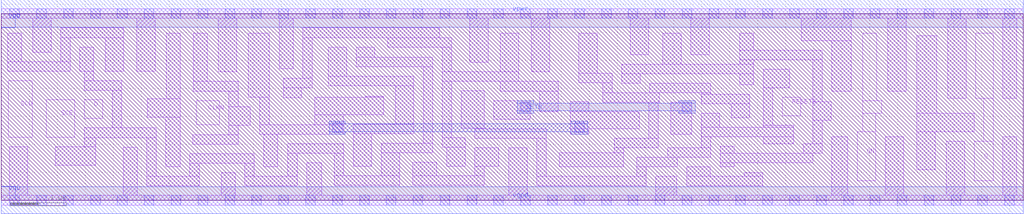
<source format=lef>
# LEF technology file - generated from cadflow
# Creation date: Jul 5 2017
# 12-21-18 KKEL added OVERLAP layer; added EDGECAPACITANCE,
#          CAPACITANCE CPERSQDIST, RESISTANCE RPERSQ,
#          DCCURRENTDENSITY AVERAGE, ACCURRENTDENSITY RMS
#          for all relevant routing/cutlayers
# 04-01-19 KKEL removed off-grid offset value for met2
#          and simplified ACCURRENTDENSITY syntax to prevent
#          RC Compiler parsing error
# 02-12-20 tajayi made "unit" the first defined SITE due to pdngen limitation

# Initilize top level parameters
VERSION 5.6 ;
BUSBITCHARS "[]" ;
DIVIDERCHAR "/" ;
UNITS
  TIME NANOSECONDS 1 ;
  CAPACITANCE PICOFARADS 1 ;
  RESISTANCE OHMS 1 ;
  DATABASE MICRONS 1000 ;
END UNITS
MANUFACTURINGGRID 0.005 ;

#### end of header section  #######

SITE unit
    SYMMETRY y  ;
    CLASS CORE  ;
    SIZE  0.480 BY 3.330 ;
END unit

SITE unithd
    SYMMETRY y  ;
    CLASS CORE  ;
    SIZE  0.460 BY 2.720 ;
END unithd

SITE unithv
    SYMMETRY y  ;
    CLASS CORE  ;
    SIZE  0.480 BY 4.070 ;
END unithv

######  Starting overlap layers #####
# ******** Layer OverlapCheck, type blockage, number 90 **************
LAYER OverlapCheck
  TYPE OVERLAP ;
END OverlapCheck

######  Starting routing layers - metal and via #####
# ******** Layer li1, type routing, number 56 **************
LAYER li1
  TYPE ROUTING ;
  DIRECTION VERTICAL ;
  PITCH 0.340000 ;
  OFFSET 0.170000 ;
  MINWIDTH 0.170000 ;
  WIDTH 0.170000 ;
  AREA 0.028900 ;
  SPACING 0.170000 ;
  THICKNESS 0.100000 ;
  EDGECAPACITANCE 3.26 ;
  CAPACITANCE CPERSQDIST 36900000 ;
  RESISTANCE RPERSQ 12.2 ;
#  DCCURRENTDENSITY AVERAGE (no limit on this layer) ;
  ANTENNADIFFSIDEAREARATIO PWL ( ( 0.000000 75.000000 ) ( 0.012500 75.000000 ) ( 0.022500 85.125000 ) ( 22.500000 10200.000000 ) ) ;
END li1

# ******** Layer mcon, type routing, number 35 **************
LAYER mcon
  TYPE CUT ;
  SPACING 0.190000 ;
  WIDTH 0.170000 ;
  ANTENNADIFFAREARATIO PWL ( ( 0.000000 3.000000 ) ( 0.012500 3.000000 ) ( 0.022500 3.405000 ) ( 22.500000 408.000000 ) ) ;
  DCCURRENTDENSITY AVERAGE 0.36 ; # mA per via Iavg_max at Tj = 90oC
  ENCLOSURE BELOW 0.000000 0.000000 ;
  ENCLOSURE ABOVE 0.000000 0.000000 ;
END mcon

# ******** Layer met1, type routing, number 36 **************
LAYER met1
  TYPE ROUTING ;
  DIRECTION HORIZONTAL ;
  PITCH 0.340000 ;
  OFFSET 0.170000 ;
  MINENCLOSEDAREA 0.140000 ;
  MINWIDTH 0.140000 ;
  WIDTH 0.140000 ;
  AREA 0.083000 ;
  SPACINGTABLE
  PARALLELRUNLENGTH 0.000
    WIDTH 0.000 0.140000
    WIDTH 3.000000 0.280000
    ;
  THICKNESS 0.350000 ;
  EDGECAPACITANCE 1.79 ;
  CAPACITANCE CPERSQDIST 25800000 ;
  RESISTANCE RPERSQ 0.125 ;
  DCCURRENTDENSITY AVERAGE 2.8 ; # mA/um Iavg_max at Tj = 90oC
  ACCURRENTDENSITY RMS 6.1 ; # mA/um Irms_max at Tj = 90oC
  ANTENNADIFFSIDEAREARATIO PWL ( ( 0.000000 400.000000 ) ( 0.012500 400.000000 ) ( 0.022500 2609.000000 ) ( 22.500000 11600.000000 ) ) ;
END met1

# ******** Layer via, type routing, number 40 **************
LAYER via
  TYPE CUT ;
  SPACING 0.170000 ;
  WIDTH 0.150000 ;
  ANTENNADIFFAREARATIO PWL ( ( 0.000000 6.000000 ) ( 0.012500 6.000000 ) ( 0.022500 6.810000 ) ( 22.500000 816.000000 ) ) ;
  DCCURRENTDENSITY AVERAGE 0.29 ; # mA per via Iavg_max at Tj = 90oC
  ENCLOSURE BELOW 0.000000 0.000000 ;
  ENCLOSURE ABOVE 0.000000 0.000000 ;
END via

# ******** Layer met2, type routing, number 41 **************
LAYER met2
  TYPE ROUTING ;
  DIRECTION VERTICAL ;
  PITCH 0.395000 ;
# Comment out: this value is off-grid!
# OFFSET 0.197500 ;
  MINENCLOSEDAREA 0.140000 ;
  MINWIDTH 0.140000 ;
  WIDTH 0.140000 ;
  AREA 0.067600 ;
  SPACINGTABLE
  PARALLELRUNLENGTH 0.000
    WIDTH 0.000 0.140000
    WIDTH 3.000000 0.280000
    ;
  THICKNESS 0.350000 ;
  EDGECAPACITANCE 1.22 ;
  CAPACITANCE CPERSQDIST 17500000 ;
  RESISTANCE RPERSQ 0.125 ;
  DCCURRENTDENSITY AVERAGE 2.8 ; # mA/um Iavg_max at Tj = 90oC
  ACCURRENTDENSITY RMS 6.1 ; # mA/um Irms_max at Tj = 90oC
  ANTENNADIFFSIDEAREARATIO PWL ( ( 0.000000 400.000000 ) ( 0.012500 400.000000 ) ( 0.022500 2609.000000 ) ( 22.500000 11600.000000 ) ) ;
END met2

# ******** Layer via2, type routing, number 44 **************
LAYER via2
  TYPE CUT ;
  SPACING 0.200000 ;
  WIDTH 0.200000 ;
  ANTENNADIFFAREARATIO PWL ( ( 0.000000 6.000000 ) ( 0.012500 6.000000 ) ( 0.022500 6.810000 ) ( 22.500000 816.000000 ) ) ;
  DCCURRENTDENSITY AVERAGE 0.48 ; # mA per via Iavg_max at Tj = 90oC
  ENCLOSURE BELOW 0.000000 0.000000 ;
  ENCLOSURE ABOVE 0.000000 0.000000 ;
END via2

# ******** Layer met3, type routing, number 34 **************
LAYER met3
  TYPE ROUTING ;
  DIRECTION HORIZONTAL ;
  PITCH 0.640000 ;
  OFFSET 0.320000 ;
  MINWIDTH 0.300000 ;
  WIDTH 0.300000 ;
  AREA 0.240000 ;
  SPACINGTABLE
  PARALLELRUNLENGTH 0.000
    WIDTH 0.000 0.300000
    WIDTH 3.000000 0.400000
    ;
  THICKNESS 0.800000 ;
  EDGECAPACITANCE 1.86 ;
  CAPACITANCE CPERSQDIST 12600000 ;
  RESISTANCE RPERSQ 0.047 ;
  DCCURRENTDENSITY AVERAGE 6.8 ; # mA/um Iavg_max at Tj = 90oC
  ACCURRENTDENSITY RMS 14.9 ; # mA/um Irms_max at Tj = 90oC
  ANTENNADIFFSIDEAREARATIO PWL ( ( 0.000000 400.000000 ) ( 0.012500 400.000000 ) ( 0.022500 2609.000000 ) ( 22.500000 11600.000000 ) ) ;
END met3

# ******** Layer via3, type routing, number 70 **************
LAYER via3
  TYPE CUT ;
  SPACING 0.200000 ;
  WIDTH 0.200000 ;
  ANTENNADIFFAREARATIO PWL ( ( 0.000000 6.000000 ) ( 0.012500 6.000000 ) ( 0.022500 6.810000 ) ( 22.500000 816.000000 ) ) ;
  DCCURRENTDENSITY AVERAGE 0.48 ; # mA per via Iavg_max at Tj = 90oC
  ENCLOSURE BELOW 0.000000 0.000000 ;
  ENCLOSURE ABOVE 0.000000 0.000000 ;
END via3

# ******** Layer met4, type routing, number 71 **************
LAYER met4
  TYPE ROUTING ;
  DIRECTION VERTICAL ;
  PITCH 1.040000 ;
  OFFSET 0.520000 ;
  MINWIDTH 0.300000 ;
  WIDTH 0.300000 ;
  AREA 0.240000 ;
  SPACINGTABLE
  PARALLELRUNLENGTH 0.000
    WIDTH 0.000 0.300000
    WIDTH 3.000000 0.400000
    ;
  THICKNESS 0.800000 ;
  EDGECAPACITANCE 1.29 ;
  CAPACITANCE CPERSQDIST 8670000 ;
  RESISTANCE RPERSQ 0.047 ;
  DCCURRENTDENSITY AVERAGE 6.8 ; # mA/um Iavg_max at Tj = 90oC
  ACCURRENTDENSITY RMS 14.9 ; # mA/um Irms_max at Tj = 90oC
  ANTENNADIFFSIDEAREARATIO PWL ( ( 0.000000 400.000000 ) ( 0.012500 400.000000 ) ( 0.022500 2609.000000 ) ( 22.500000 11600.000000 ) ) ;
END met4

# ******** Layer via4, type routing, number 58 **************
LAYER via4
  TYPE CUT ;
  SPACING 0.800000 ;
  WIDTH 0.800000 ;
  ANTENNADIFFAREARATIO PWL ( ( 0.000000 6.000000 ) ( 0.012500 6.000000 ) ( 0.022500 6.810000 ) ( 22.500000 816.000000 ) ) ;
  DCCURRENTDENSITY AVERAGE 2.49 ; # mA per via Iavg_max at Tj = 90oC
  ENCLOSURE BELOW 0.000000 0.000000 ;
  ENCLOSURE ABOVE 0.000000 0.000000 ;
END via4

# ******** Layer met5, type routing, number 72 **************
LAYER met5
  TYPE ROUTING ;
  DIRECTION HORIZONTAL ;
  PITCH 3.200000 ;
  OFFSET 1.600000 ;
  MINWIDTH 1.600000 ;
  WIDTH 1.600000 ;
  AREA 2.560000 ;
  SPACING 1.600000 ;
  THICKNESS 1.200000 ;
  EDGECAPACITANCE 4.96 ;
  CAPACITANCE CPERSQDIST 6480000 ;
  RESISTANCE RPERSQ 0.047 ;
  DCCURRENTDENSITY AVERAGE 10.17 ; # mA/um Iavg_max at Tj = 90oC
  ACCURRENTDENSITY RMS 22.34 ; # mA/um Irms_max at Tj = 90oC
  ANTENNADIFFSIDEAREARATIO PWL ( ( 0.000000 400.000000 ) ( 0.012500 400.000000 ) ( 0.022500 2609.000000 ) ( 22.500000 11600.000000 ) ) ;
END met5

# ******** Layer rdlcon, type routing, number 37 **************
LAYER rdlcon
  TYPE CUT ;
  SPACING 1.270000 ;
  WIDTH 5.000000 ;
  # EM rules not defined
  ENCLOSURE BELOW 0.000000 0.000000 ;
  ENCLOSURE ABOVE 0.000000 0.000000 ;
END rdlcon

# ******** Layer rdl, type routing, number 74 **************
LAYER rdl
  TYPE ROUTING ;
  DIRECTION VERTICAL ;
  PITCH 20.000000 ;
  OFFSET 10.000000 ;
  MINWIDTH 10.000000 ;
  WIDTH 10.000000 ;
  AREA 100.000000 ;
  SPACING 10.000000 ;
  THICKNESS 2.000000 ;
  EDGECAPACITANCE 6.20 ;
  CAPACITANCE CPERSQDIST 2660000 ;
  RESISTANCE RPERSQ 0.005 ;
  # EM rules not defined
END rdl

######  completed routing layers - metal and via #####

### Routing via cells section   ###
# Plus via rule, metals are along the prefered direction
VIA L1M1_PR DEFAULT
  LAYER mcon ;
  RECT -0.085000 -0.085000 0.085000 0.085000 ;
  LAYER li1 ;
  RECT -0.085000 -0.085000 0.085000 0.085000 ;
  LAYER met1 ;
  RECT -0.145000 -0.115000 0.145000 0.115000 ;
END L1M1_PR

VIARULE L1M1_PR GENERATE
  LAYER li1 ;
  ENCLOSURE 0.000000 0.000000 ;
  LAYER met1 ;
  ENCLOSURE 0.060000 0.030000 ;
  LAYER mcon ;
  RECT -0.085000 -0.085000 0.085000 0.085000 ;
  SPACING 0.360000 BY 0.360000 ;
END L1M1_PR

# Plus via rule, metals are along the non prefered direction
VIA L1M1_PR_R DEFAULT
  LAYER mcon ;
  RECT -0.085000 -0.085000 0.085000 0.085000 ;
  LAYER li1 ;
  RECT -0.085000 -0.085000 0.085000 0.085000 ;
  LAYER met1 ;
  RECT -0.115000 -0.145000 0.115000 0.145000 ;
END L1M1_PR_R

VIARULE L1M1_PR_R GENERATE
  LAYER li1 ;
  ENCLOSURE 0.000000 0.000000 ;
  LAYER met1 ;
  ENCLOSURE 0.030000 0.060000 ;
  LAYER mcon ;
  RECT -0.085000 -0.085000 0.085000 0.085000 ;
  SPACING 0.360000 BY 0.360000 ;
END L1M1_PR_R

# Minus via rule, lower layer metal is along prefered direction
VIA L1M1_PR_M DEFAULT
  LAYER mcon ;
  RECT -0.085000 -0.085000 0.085000 0.085000 ;
  LAYER li1 ;
  RECT -0.085000 -0.085000 0.085000 0.085000 ;
  LAYER met1 ;
  RECT -0.115000 -0.145000 0.115000 0.145000 ;
END L1M1_PR_M

VIARULE L1M1_PR_M GENERATE
  LAYER li1 ;
  ENCLOSURE 0.000000 0.000000 ;
  LAYER met1 ;
  ENCLOSURE 0.030000 0.060000 ;
  LAYER mcon ;
  RECT -0.085000 -0.085000 0.085000 0.085000 ;
  SPACING 0.360000 BY 0.360000 ;
END L1M1_PR_M

# Minus via rule, upper layer metal is along prefered direction
VIA L1M1_PR_MR DEFAULT
  LAYER mcon ;
  RECT -0.085000 -0.085000 0.085000 0.085000 ;
  LAYER li1 ;
  RECT -0.085000 -0.085000 0.085000 0.085000 ;
  LAYER met1 ;
  RECT -0.145000 -0.115000 0.145000 0.115000 ;
END L1M1_PR_MR

VIARULE L1M1_PR_MR GENERATE
  LAYER li1 ;
  ENCLOSURE 0.000000 0.000000 ;
  LAYER met1 ;
  ENCLOSURE 0.060000 0.030000 ;
  LAYER mcon ;
  RECT -0.085000 -0.085000 0.085000 0.085000 ;
  SPACING 0.360000 BY 0.360000 ;
END L1M1_PR_MR

# Centered via rule, we really do not want to use it
VIA L1M1_PR_C DEFAULT
  LAYER mcon ;
  RECT -0.085000 -0.085000 0.085000 0.085000 ;
  LAYER li1 ;
  RECT -0.085000 -0.085000 0.085000 0.085000 ;
  LAYER met1 ;
  RECT -0.145000 -0.145000 0.145000 0.145000 ;
END L1M1_PR_C

VIARULE L1M1_PR_C GENERATE
  LAYER li1 ;
  ENCLOSURE 0.000000 0.000000 ;
  LAYER met1 ;
  ENCLOSURE 0.060000 0.060000 ;
  LAYER mcon ;
  RECT -0.085000 -0.085000 0.085000 0.085000 ;
  SPACING 0.360000 BY 0.360000 ;
END L1M1_PR_C

# Plus via rule, metals are along the prefered direction
VIA M1M2_PR DEFAULT
  LAYER via ;
  RECT -0.075000 -0.075000 0.075000 0.075000 ;
  LAYER met1 ;
  RECT -0.160000 -0.130000 0.160000 0.130000 ;
  LAYER met2 ;
  RECT -0.130000 -0.160000 0.130000 0.160000 ;
END M1M2_PR

VIARULE M1M2_PR GENERATE
  LAYER met1 ;
  ENCLOSURE 0.085000 0.055000 ;
  LAYER met2 ;
  ENCLOSURE 0.055000 0.085000 ;
  LAYER via ;
  RECT -0.075000 -0.075000 0.075000 0.075000 ;
  SPACING 0.320000 BY 0.320000 ;
END M1M2_PR

# Plus via rule, metals are along the non prefered direction
VIA M1M2_PR_R DEFAULT
  LAYER via ;
  RECT -0.075000 -0.075000 0.075000 0.075000 ;
  LAYER met1 ;
  RECT -0.130000 -0.160000 0.130000 0.160000 ;
  LAYER met2 ;
  RECT -0.160000 -0.130000 0.160000 0.130000 ;
END M1M2_PR_R

VIARULE M1M2_PR_R GENERATE
  LAYER met1 ;
  ENCLOSURE 0.055000 0.085000 ;
  LAYER met2 ;
  ENCLOSURE 0.085000 0.055000 ;
  LAYER via ;
  RECT -0.075000 -0.075000 0.075000 0.075000 ;
  SPACING 0.320000 BY 0.320000 ;
END M1M2_PR_R

# Minus via rule, lower layer metal is along prefered direction
VIA M1M2_PR_M DEFAULT
  LAYER via ;
  RECT -0.075000 -0.075000 0.075000 0.075000 ;
  LAYER met1 ;
  RECT -0.160000 -0.130000 0.160000 0.130000 ;
  LAYER met2 ;
  RECT -0.160000 -0.130000 0.160000 0.130000 ;
END M1M2_PR_M

VIARULE M1M2_PR_M GENERATE
  LAYER met1 ;
  ENCLOSURE 0.085000 0.055000 ;
  LAYER met2 ;
  ENCLOSURE 0.085000 0.055000 ;
  LAYER via ;
  RECT -0.075000 -0.075000 0.075000 0.075000 ;
  SPACING 0.320000 BY 0.320000 ;
END M1M2_PR_M

# Minus via rule, upper layer metal is along prefered direction
VIA M1M2_PR_MR DEFAULT
  LAYER via ;
  RECT -0.075000 -0.075000 0.075000 0.075000 ;
  LAYER met1 ;
  RECT -0.130000 -0.160000 0.130000 0.160000 ;
  LAYER met2 ;
  RECT -0.130000 -0.160000 0.130000 0.160000 ;
END M1M2_PR_MR

VIARULE M1M2_PR_MR GENERATE
  LAYER met1 ;
  ENCLOSURE 0.055000 0.085000 ;
  LAYER met2 ;
  ENCLOSURE 0.055000 0.085000 ;
  LAYER via ;
  RECT -0.075000 -0.075000 0.075000 0.075000 ;
  SPACING 0.320000 BY 0.320000 ;
END M1M2_PR_MR

# Centered via rule, we really do not want to use it
VIA M1M2_PR_C DEFAULT
  LAYER via ;
  RECT -0.075000 -0.075000 0.075000 0.075000 ;
  LAYER met1 ;
  RECT -0.160000 -0.160000 0.160000 0.160000 ;
  LAYER met2 ;
  RECT -0.160000 -0.160000 0.160000 0.160000 ;
END M1M2_PR_C

VIARULE M1M2_PR_C GENERATE
  LAYER met1 ;
  ENCLOSURE 0.085000 0.085000 ;
  LAYER met2 ;
  ENCLOSURE 0.085000 0.085000 ;
  LAYER via ;
  RECT -0.075000 -0.075000 0.075000 0.075000 ;
  SPACING 0.320000 BY 0.320000 ;
END M1M2_PR_C

# Plus via rule, metals are along the prefered direction
VIA M2M3_PR DEFAULT
  LAYER via2 ;
  RECT -0.100000 -0.100000 0.100000 0.100000 ;
  LAYER met2 ;
  RECT -0.140000 -0.185000 0.140000 0.185000 ;
  LAYER met3 ;
  RECT -0.165000 -0.165000 0.165000 0.165000 ;
END M2M3_PR

VIARULE M2M3_PR GENERATE
  LAYER met2 ;
  ENCLOSURE 0.040000 0.085000 ;
  LAYER met3 ;
  ENCLOSURE 0.065000 0.065000 ;
  LAYER via2 ;
  RECT -0.100000 -0.100000 0.100000 0.100000 ;
  SPACING 0.400000 BY 0.400000 ;
END M2M3_PR

# Plus via rule, metals are along the non prefered direction
VIA M2M3_PR_R DEFAULT
  LAYER via2 ;
  RECT -0.100000 -0.100000 0.100000 0.100000 ;
  LAYER met2 ;
  RECT -0.185000 -0.140000 0.185000 0.140000 ;
  LAYER met3 ;
  RECT -0.165000 -0.165000 0.165000 0.165000 ;
END M2M3_PR_R

VIARULE M2M3_PR_R GENERATE
  LAYER met2 ;
  ENCLOSURE 0.085000 0.040000 ;
  LAYER met3 ;
  ENCLOSURE 0.065000 0.065000 ;
  LAYER via2 ;
  RECT -0.100000 -0.100000 0.100000 0.100000 ;
  SPACING 0.400000 BY 0.400000 ;
END M2M3_PR_R

# Minus via rule, lower layer metal is along prefered direction
VIA M2M3_PR_M DEFAULT
  LAYER via2 ;
  RECT -0.100000 -0.100000 0.100000 0.100000 ;
  LAYER met2 ;
  RECT -0.140000 -0.185000 0.140000 0.185000 ;
  LAYER met3 ;
  RECT -0.165000 -0.165000 0.165000 0.165000 ;
END M2M3_PR_M

VIARULE M2M3_PR_M GENERATE
  LAYER met2 ;
  ENCLOSURE 0.040000 0.085000 ;
  LAYER met3 ;
  ENCLOSURE 0.065000 0.065000 ;
  LAYER via2 ;
  RECT -0.100000 -0.100000 0.100000 0.100000 ;
  SPACING 0.400000 BY 0.400000 ;
END M2M3_PR_M

# Minus via rule, upper layer metal is along prefered direction
VIA M2M3_PR_MR DEFAULT
  LAYER via2 ;
  RECT -0.100000 -0.100000 0.100000 0.100000 ;
  LAYER met2 ;
  RECT -0.185000 -0.140000 0.185000 0.140000 ;
  LAYER met3 ;
  RECT -0.165000 -0.165000 0.165000 0.165000 ;
END M2M3_PR_MR

VIARULE M2M3_PR_MR GENERATE
  LAYER met2 ;
  ENCLOSURE 0.085000 0.040000 ;
  LAYER met3 ;
  ENCLOSURE 0.065000 0.065000 ;
  LAYER via2 ;
  RECT -0.100000 -0.100000 0.100000 0.100000 ;
  SPACING 0.400000 BY 0.400000 ;
END M2M3_PR_MR

# Centered via rule, we really do not want to use it
VIA M2M3_PR_C DEFAULT
  LAYER via2 ;
  RECT -0.100000 -0.100000 0.100000 0.100000 ;
  LAYER met2 ;
  RECT -0.185000 -0.185000 0.185000 0.185000 ;
  LAYER met3 ;
  RECT -0.165000 -0.165000 0.165000 0.165000 ;
END M2M3_PR_C

VIARULE M2M3_PR_C GENERATE
  LAYER met2 ;
  ENCLOSURE 0.085000 0.085000 ;
  LAYER met3 ;
  ENCLOSURE 0.065000 0.065000 ;
  LAYER via2 ;
  RECT -0.100000 -0.100000 0.100000 0.100000 ;
  SPACING 0.400000 BY 0.400000 ;
END M2M3_PR_C

# Plus via rule, metals are along the prefered direction
VIA M3M4_PR DEFAULT
  LAYER via3 ;
  RECT -0.100000 -0.100000 0.100000 0.100000 ;
  LAYER met3 ;
  RECT -0.190000 -0.160000 0.190000 0.160000 ;
  LAYER met4 ;
  RECT -0.165000 -0.165000 0.165000 0.165000 ;
END M3M4_PR

VIARULE M3M4_PR GENERATE
  LAYER met3 ;
  ENCLOSURE 0.090000 0.060000 ;
  LAYER met4 ;
  ENCLOSURE 0.065000 0.065000 ;
  LAYER via3 ;
  RECT -0.100000 -0.100000 0.100000 0.100000 ;
  SPACING 0.400000 BY 0.400000 ;
END M3M4_PR

# Plus via rule, metals are along the non prefered direction
VIA M3M4_PR_R DEFAULT
  LAYER via3 ;
  RECT -0.100000 -0.100000 0.100000 0.100000 ;
  LAYER met3 ;
  RECT -0.160000 -0.190000 0.160000 0.190000 ;
  LAYER met4 ;
  RECT -0.165000 -0.165000 0.165000 0.165000 ;
END M3M4_PR_R

VIARULE M3M4_PR_R GENERATE
  LAYER met3 ;
  ENCLOSURE 0.060000 0.090000 ;
  LAYER met4 ;
  ENCLOSURE 0.065000 0.065000 ;
  LAYER via3 ;
  RECT -0.100000 -0.100000 0.100000 0.100000 ;
  SPACING 0.400000 BY 0.400000 ;
END M3M4_PR_R

# Minus via rule, lower layer metal is along prefered direction
VIA M3M4_PR_M DEFAULT
  LAYER via3 ;
  RECT -0.100000 -0.100000 0.100000 0.100000 ;
  LAYER met3 ;
  RECT -0.190000 -0.160000 0.190000 0.160000 ;
  LAYER met4 ;
  RECT -0.165000 -0.165000 0.165000 0.165000 ;
END M3M4_PR_M

VIARULE M3M4_PR_M GENERATE
  LAYER met3 ;
  ENCLOSURE 0.090000 0.060000 ;
  LAYER met4 ;
  ENCLOSURE 0.065000 0.065000 ;
  LAYER via3 ;
  RECT -0.100000 -0.100000 0.100000 0.100000 ;
  SPACING 0.400000 BY 0.400000 ;
END M3M4_PR_M

# Minus via rule, upper layer metal is along prefered direction
VIA M3M4_PR_MR DEFAULT
  LAYER via3 ;
  RECT -0.100000 -0.100000 0.100000 0.100000 ;
  LAYER met3 ;
  RECT -0.160000 -0.190000 0.160000 0.190000 ;
  LAYER met4 ;
  RECT -0.165000 -0.165000 0.165000 0.165000 ;
END M3M4_PR_MR

VIARULE M3M4_PR_MR GENERATE
  LAYER met3 ;
  ENCLOSURE 0.060000 0.090000 ;
  LAYER met4 ;
  ENCLOSURE 0.065000 0.065000 ;
  LAYER via3 ;
  RECT -0.100000 -0.100000 0.100000 0.100000 ;
  SPACING 0.400000 BY 0.400000 ;
END M3M4_PR_MR

# Centered via rule, we really do not want to use it
VIA M3M4_PR_C DEFAULT
  LAYER via3 ;
  RECT -0.100000 -0.100000 0.100000 0.100000 ;
  LAYER met3 ;
  RECT -0.190000 -0.190000 0.190000 0.190000 ;
  LAYER met4 ;
  RECT -0.165000 -0.165000 0.165000 0.165000 ;
END M3M4_PR_C

VIARULE M3M4_PR_C GENERATE
  LAYER met3 ;
  ENCLOSURE 0.090000 0.090000 ;
  LAYER met4 ;
  ENCLOSURE 0.065000 0.065000 ;
  LAYER via3 ;
  RECT -0.100000 -0.100000 0.100000 0.100000 ;
  SPACING 0.400000 BY 0.400000 ;
END M3M4_PR_C

# Plus via rule, metals are along the prefered direction
VIA M4M5_PR DEFAULT
  LAYER via4 ;
  RECT -0.400000 -0.400000 0.400000 0.400000 ;
  LAYER met4 ;
  RECT -0.590000 -0.590000 0.590000 0.590000 ;
  LAYER met5 ;
  RECT -0.710000 -0.710000 0.710000 0.710000 ;
END M4M5_PR

VIARULE M4M5_PR GENERATE
  LAYER met4 ;
  ENCLOSURE 0.190000 0.190000 ;
  LAYER met5 ;
  ENCLOSURE 0.310000 0.310000 ;
  LAYER via4 ;
  RECT -0.400000 -0.400000 0.400000 0.400000 ;
  SPACING 1.600000 BY 1.600000 ;
END M4M5_PR

# Plus via rule, metals are along the non prefered direction
VIA M4M5_PR_R DEFAULT
  LAYER via4 ;
  RECT -0.400000 -0.400000 0.400000 0.400000 ;
  LAYER met4 ;
  RECT -0.590000 -0.590000 0.590000 0.590000 ;
  LAYER met5 ;
  RECT -0.710000 -0.710000 0.710000 0.710000 ;
END M4M5_PR_R

VIARULE M4M5_PR_R GENERATE
  LAYER met4 ;
  ENCLOSURE 0.190000 0.190000 ;
  LAYER met5 ;
  ENCLOSURE 0.310000 0.310000 ;
  LAYER via4 ;
  RECT -0.400000 -0.400000 0.400000 0.400000 ;
  SPACING 1.600000 BY 1.600000 ;
END M4M5_PR_R

# Minus via rule, lower layer metal is along prefered direction
VIA M4M5_PR_M DEFAULT
  LAYER via4 ;
  RECT -0.400000 -0.400000 0.400000 0.400000 ;
  LAYER met4 ;
  RECT -0.590000 -0.590000 0.590000 0.590000 ;
  LAYER met5 ;
  RECT -0.710000 -0.710000 0.710000 0.710000 ;
END M4M5_PR_M

VIARULE M4M5_PR_M GENERATE
  LAYER met4 ;
  ENCLOSURE 0.190000 0.190000 ;
  LAYER met5 ;
  ENCLOSURE 0.310000 0.310000 ;
  LAYER via4 ;
  RECT -0.400000 -0.400000 0.400000 0.400000 ;
  SPACING 1.600000 BY 1.600000 ;
END M4M5_PR_M

# Minus via rule, upper layer metal is along prefered direction
VIA M4M5_PR_MR DEFAULT
  LAYER via4 ;
  RECT -0.400000 -0.400000 0.400000 0.400000 ;
  LAYER met4 ;
  RECT -0.590000 -0.590000 0.590000 0.590000 ;
  LAYER met5 ;
  RECT -0.710000 -0.710000 0.710000 0.710000 ;
END M4M5_PR_MR

VIARULE M4M5_PR_MR GENERATE
  LAYER met4 ;
  ENCLOSURE 0.190000 0.190000 ;
  LAYER met5 ;
  ENCLOSURE 0.310000 0.310000 ;
  LAYER via4 ;
  RECT -0.400000 -0.400000 0.400000 0.400000 ;
  SPACING 1.600000 BY 1.600000 ;
END M4M5_PR_MR

# Centered via rule, we really do not want to use it
VIA M4M5_PR_C DEFAULT
  LAYER via4 ;
  RECT -0.400000 -0.400000 0.400000 0.400000 ;
  LAYER met4 ;
  RECT -0.590000 -0.590000 0.590000 0.590000 ;
  LAYER met5 ;
  RECT -0.710000 -0.710000 0.710000 0.710000 ;
END M4M5_PR_C

VIARULE M4M5_PR_C GENERATE
  LAYER met4 ;
  ENCLOSURE 0.190000 0.190000 ;
  LAYER met5 ;
  ENCLOSURE 0.310000 0.310000 ;
  LAYER via4 ;
  RECT -0.400000 -0.400000 0.400000 0.400000 ;
  SPACING 1.600000 BY 1.600000 ;
END M4M5_PR_C

# Plus via rule, metals are along the prefered direction
VIA M5M6_PR DEFAULT
  LAYER rdlcon ;
  RECT -2.500000 -2.500000 2.500000 2.500000 ;
  LAYER met5 ;
  RECT -5.200000 -5.200000 5.200000 5.200000 ;
  LAYER rdl ;
  RECT -13.250000 -13.250000 13.250000 13.250000 ;
END M5M6_PR

VIARULE M5M6_PR GENERATE
  LAYER met5 ;
  ENCLOSURE 2.700000 2.700000 ;
  LAYER rdl ;
  ENCLOSURE 10.750000 10.750000 ;
  LAYER rdlcon ;
  RECT -2.500000 -2.500000 2.500000 2.500000 ;
  SPACING 6.270000 BY 6.270000 ;
END M5M6_PR

# Plus via rule, metals are along the non prefered direction
VIA M5M6_PR_R DEFAULT
  LAYER rdlcon ;
  RECT -2.500000 -2.500000 2.500000 2.500000 ;
  LAYER met5 ;
  RECT -5.200000 -5.200000 5.200000 5.200000 ;
  LAYER rdl ;
  RECT -13.250000 -13.250000 13.250000 13.250000 ;
END M5M6_PR_R

VIARULE M5M6_PR_R GENERATE
  LAYER met5 ;
  ENCLOSURE 2.700000 2.700000 ;
  LAYER rdl ;
  ENCLOSURE 10.750000 10.750000 ;
  LAYER rdlcon ;
  RECT -2.500000 -2.500000 2.500000 2.500000 ;
  SPACING 6.270000 BY 6.270000 ;
END M5M6_PR_R

# Minus via rule, lower layer metal is along prefered direction
VIA M5M6_PR_M DEFAULT
  LAYER rdlcon ;
  RECT -2.500000 -2.500000 2.500000 2.500000 ;
  LAYER met5 ;
  RECT -5.200000 -5.200000 5.200000 5.200000 ;
  LAYER rdl ;
  RECT -13.250000 -13.250000 13.250000 13.250000 ;
END M5M6_PR_M

VIARULE M5M6_PR_M GENERATE
  LAYER met5 ;
  ENCLOSURE 2.700000 2.700000 ;
  LAYER rdl ;
  ENCLOSURE 10.750000 10.750000 ;
  LAYER rdlcon ;
  RECT -2.500000 -2.500000 2.500000 2.500000 ;
  SPACING 6.270000 BY 6.270000 ;
END M5M6_PR_M

# Minus via rule, upper layer metal is along prefered direction
VIA M5M6_PR_MR DEFAULT
  LAYER rdlcon ;
  RECT -2.500000 -2.500000 2.500000 2.500000 ;
  LAYER met5 ;
  RECT -5.200000 -5.200000 5.200000 5.200000 ;
  LAYER rdl ;
  RECT -13.250000 -13.250000 13.250000 13.250000 ;
END M5M6_PR_MR

VIARULE M5M6_PR_MR GENERATE
  LAYER met5 ;
  ENCLOSURE 2.700000 2.700000 ;
  LAYER rdl ;
  ENCLOSURE 10.750000 10.750000 ;
  LAYER rdlcon ;
  RECT -2.500000 -2.500000 2.500000 2.500000 ;
  SPACING 6.270000 BY 6.270000 ;
END M5M6_PR_MR

# Centered via rule, we really do not want to use it
VIA M5M6_PR_C DEFAULT
  LAYER rdlcon ;
  RECT -2.500000 -2.500000 2.500000 2.500000 ;
  LAYER met5 ;
  RECT -5.200000 -5.200000 5.200000 5.200000 ;
  LAYER rdl ;
  RECT -13.250000 -13.250000 13.250000 13.250000 ;
END M5M6_PR_C

VIARULE M5M6_PR_C GENERATE
  LAYER met5 ;
  ENCLOSURE 2.700000 2.700000 ;
  LAYER rdl ;
  ENCLOSURE 10.750000 10.750000 ;
  LAYER rdlcon ;
  RECT -2.500000 -2.500000 2.500000 2.500000 ;
  SPACING 6.270000 BY 6.270000 ;
END M5M6_PR_C

###  end of single via cells   ###



# Autogenerated

MACRO scs8ms_tapvgndnovpb_1
  CLASS CORE ;
  ORIGIN 0 0 ;
  SIZE 0.48 BY 3.33 ;
  SYMMETRY X Y R90 ;
  SITE unit ;

  PIN vgnd
    DIRECTION INOUT ;
    USE GROUND ;
    PORT
      LAYER met1 ;
        RECT 0 -0.245 0.48 0.245 ;
    END
  END vgnd

  PIN vpwr
    DIRECTION INOUT ;
    USE POWER ;
    PORT
      LAYER met1 ;
        RECT 0 3.085 0.48 3.575 ;
    END
  END vpwr

  PIN vpb
    DIRECTION INOUT ;
    USE POWER ;
    PORT
      LAYER met1 ;
        RECT 0 3.08 0.25 3.33 ;
    END
  END vpb
  OBS
    LAYER li1 ;
      RECT 0 3.245 0.48 3.415 ;
      RECT 0.09 0.085 0.39 1.44 ;
      RECT 0 -0.085 0.48 0.085 ;
    LAYER mcon ;
      RECT 0.155 3.245 0.325 3.415 ;
      RECT 0.155 -0.085 0.325 0.085 ;
  END
END scs8ms_tapvgndnovpb_1
MACRO scs8ms_decaphe_18
  CLASS CORE ;
  ORIGIN 0 0 ;
  SIZE 8.64 BY 3.33 ;
  SYMMETRY X Y ;
  SITE unit ;

  PIN vpwr
    DIRECTION INOUT ;
    USE POWER ;
    PORT
      LAYER met1 ;
        RECT 0 3.085 8.64 3.575 ;
    END
  END vpwr

  PIN vgnd
    DIRECTION INOUT ;
    USE GROUND ;
    PORT
      LAYER met1 ;
        RECT 0 -0.245 8.64 0.245 ;
    END
  END vgnd

  PIN vpb
    DIRECTION INOUT ;
    USE POWER ;
    PORT
      LAYER met1 ;
        RECT 0 3.08 0.25 3.33 ;
    END
  END vpb

  PIN vnb
    DIRECTION INOUT ;
    USE GROUND ;
    PORT
      LAYER met1 ;
        RECT 0 0 0.25 0.25 ;
    END
  END vnb
  OBS
    LAYER li1 ;
      RECT 0 3.245 8.64 3.415 ;
      RECT 0.085 1.77 8.555 3.245 ;
      RECT 1.325 1.25 2.015 1.77 ;
      RECT 3.085 1.25 3.775 1.77 ;
      RECT 4.845 1.25 5.535 1.77 ;
      RECT 6.605 1.25 7.295 1.77 ;
      RECT 0.085 1.08 1.155 1.6 ;
      RECT 0.085 0.085 8.555 1.08 ;
      RECT 2.205 1.08 2.895 1.6 ;
      RECT 3.965 1.08 4.655 1.6 ;
      RECT 5.725 1.08 6.415 1.6 ;
      RECT 7.485 1.08 8.555 1.6 ;
      RECT 0 -0.085 8.64 0.085 ;
    LAYER mcon ;
      RECT 6.875 3.245 7.045 3.415 ;
      RECT 6.875 -0.085 7.045 0.085 ;
      RECT 7.355 3.245 7.525 3.415 ;
      RECT 7.355 -0.085 7.525 0.085 ;
      RECT 7.835 3.245 8.005 3.415 ;
      RECT 7.835 -0.085 8.005 0.085 ;
      RECT 8.315 3.245 8.485 3.415 ;
      RECT 8.315 -0.085 8.485 0.085 ;
      RECT 0.155 3.245 0.325 3.415 ;
      RECT 0.155 -0.085 0.325 0.085 ;
      RECT 0.635 3.245 0.805 3.415 ;
      RECT 0.635 -0.085 0.805 0.085 ;
      RECT 1.115 3.245 1.285 3.415 ;
      RECT 1.115 -0.085 1.285 0.085 ;
      RECT 1.595 3.245 1.765 3.415 ;
      RECT 1.595 -0.085 1.765 0.085 ;
      RECT 2.075 3.245 2.245 3.415 ;
      RECT 2.075 -0.085 2.245 0.085 ;
      RECT 2.555 3.245 2.725 3.415 ;
      RECT 2.555 -0.085 2.725 0.085 ;
      RECT 3.035 3.245 3.205 3.415 ;
      RECT 3.035 -0.085 3.205 0.085 ;
      RECT 3.515 3.245 3.685 3.415 ;
      RECT 3.515 -0.085 3.685 0.085 ;
      RECT 3.995 3.245 4.165 3.415 ;
      RECT 3.995 -0.085 4.165 0.085 ;
      RECT 4.475 3.245 4.645 3.415 ;
      RECT 4.475 -0.085 4.645 0.085 ;
      RECT 4.955 3.245 5.125 3.415 ;
      RECT 4.955 -0.085 5.125 0.085 ;
      RECT 5.435 3.245 5.605 3.415 ;
      RECT 5.435 -0.085 5.605 0.085 ;
      RECT 5.915 3.245 6.085 3.415 ;
      RECT 5.915 -0.085 6.085 0.085 ;
      RECT 6.395 3.245 6.565 3.415 ;
      RECT 6.395 -0.085 6.565 0.085 ;
  END
END scs8ms_decaphe_18
MACRO scs8ms_decaphe_2
  CLASS CORE ;
  ORIGIN 0 0 ;
  SIZE 0.96 BY 3.33 ;
  SYMMETRY X Y R90 ;
  SITE unit ;

  PIN vpwr
    DIRECTION INOUT ;
    USE POWER ;
    PORT
      LAYER met1 ;
        RECT 0 3.085 0.96 3.575 ;
    END
  END vpwr

  PIN vgnd
    DIRECTION INOUT ;
    USE GROUND ;
    PORT
      LAYER met1 ;
        RECT 0 -0.245 0.96 0.245 ;
    END
  END vgnd

  PIN vpb
    DIRECTION INOUT ;
    USE POWER ;
    PORT
      LAYER met1 ;
        RECT 0 3.08 0.25 3.33 ;
    END
  END vpb

  PIN vnb
    DIRECTION INOUT ;
    USE GROUND ;
    PORT
      LAYER met1 ;
        RECT 0 0 0.25 0.25 ;
    END
  END vnb
  OBS
    LAYER li1 ;
      RECT 0 3.245 0.96 3.415 ;
      RECT 0.085 1.845 0.875 3.245 ;
      RECT 0.085 0.085 0.47 1.675 ;
      RECT 0 -0.085 0.96 0.085 ;
    LAYER mcon ;
      RECT 0.635 -0.085 0.805 0.085 ;
      RECT 0.635 3.245 0.805 3.415 ;
      RECT 0.155 3.245 0.325 3.415 ;
      RECT 0.155 -0.085 0.325 0.085 ;
  END
END scs8ms_decaphe_2
MACRO scs8ms_decaphe_3
  CLASS CORE ;
  ORIGIN 0 0 ;
  SIZE 1.44 BY 3.33 ;
  SYMMETRY X Y R90 ;
  SITE unit ;

  PIN vgnd
    DIRECTION INOUT ;
    USE GROUND ;
    PORT
      LAYER met1 ;
        RECT 0 -0.245 1.44 0.245 ;
    END
  END vgnd

  PIN vpwr
    DIRECTION INOUT ;
    USE POWER ;
    PORT
      LAYER met1 ;
        RECT 0 3.085 1.44 3.575 ;
    END
  END vpwr

  PIN vpb
    DIRECTION INOUT ;
    USE POWER ;
    PORT
      LAYER met1 ;
        RECT 0 3.08 0.25 3.33 ;
    END
  END vpb

  PIN vnb
    DIRECTION INOUT ;
    USE GROUND ;
    PORT
      LAYER met1 ;
        RECT 0 0 0.25 0.25 ;
    END
  END vnb
  OBS
    LAYER li1 ;
      RECT 0 3.245 1.44 3.415 ;
      RECT 0.085 1.77 1.355 3.245 ;
      RECT 0.805 1.25 1.355 1.77 ;
      RECT 0.085 1.08 0.635 1.6 ;
      RECT 0.085 0.085 1.355 1.08 ;
      RECT 0 -0.085 1.44 0.085 ;
    LAYER mcon ;
      RECT 0.155 3.245 0.325 3.415 ;
      RECT 0.155 -0.085 0.325 0.085 ;
      RECT 0.635 3.245 0.805 3.415 ;
      RECT 0.635 -0.085 0.805 0.085 ;
      RECT 1.115 3.245 1.285 3.415 ;
      RECT 1.115 -0.085 1.285 0.085 ;
  END
END scs8ms_decaphe_3
MACRO scs8ms_decaphe_4
  CLASS CORE ;
  ORIGIN 0 0 ;
  SIZE 1.92 BY 3.33 ;
  SYMMETRY X Y R90 ;
  SITE unit ;

  PIN vgnd
    DIRECTION INOUT ;
    USE GROUND ;
    PORT
      LAYER met1 ;
        RECT 0 -0.245 1.92 0.245 ;
    END
  END vgnd

  PIN vpwr
    DIRECTION INOUT ;
    USE POWER ;
    PORT
      LAYER met1 ;
        RECT 0 3.085 1.92 3.575 ;
    END
  END vpwr

  PIN vpb
    DIRECTION INOUT ;
    USE POWER ;
    PORT
      LAYER met1 ;
        RECT 0 3.08 0.25 3.33 ;
    END
  END vpb

  PIN vnb
    DIRECTION INOUT ;
    USE GROUND ;
    PORT
      LAYER met1 ;
        RECT 0 0 0.25 0.25 ;
    END
  END vnb
  OBS
    LAYER li1 ;
      RECT 0 3.245 1.92 3.415 ;
      RECT 0.085 1.77 1.835 3.245 ;
      RECT 1.06 1.25 1.835 1.77 ;
      RECT 0.085 1.08 0.89 1.6 ;
      RECT 0.085 0.085 1.835 1.08 ;
      RECT 0 -0.085 1.92 0.085 ;
    LAYER mcon ;
      RECT 0.155 3.245 0.325 3.415 ;
      RECT 0.155 -0.085 0.325 0.085 ;
      RECT 0.635 3.245 0.805 3.415 ;
      RECT 0.635 -0.085 0.805 0.085 ;
      RECT 1.115 3.245 1.285 3.415 ;
      RECT 1.115 -0.085 1.285 0.085 ;
      RECT 1.595 3.245 1.765 3.415 ;
      RECT 1.595 -0.085 1.765 0.085 ;
  END
END scs8ms_decaphe_4
MACRO scs8ms_decaphe_6
  CLASS CORE ;
  ORIGIN 0 0 ;
  SIZE 2.88 BY 3.33 ;
  SYMMETRY X Y R90 ;
  SITE unit ;

  PIN vgnd
    DIRECTION INOUT ;
    USE GROUND ;
    PORT
      LAYER met1 ;
        RECT 0 -0.245 2.88 0.245 ;
    END
  END vgnd

  PIN vpwr
    DIRECTION INOUT ;
    USE POWER ;
    PORT
      LAYER met1 ;
        RECT 0 3.085 2.88 3.575 ;
    END
  END vpwr

  PIN vpb
    DIRECTION INOUT ;
    USE POWER ;
    PORT
      LAYER met1 ;
        RECT 0 3.08 0.25 3.33 ;
    END
  END vpb

  PIN vnb
    DIRECTION INOUT ;
    USE GROUND ;
    PORT
      LAYER met1 ;
        RECT 0 0 0.25 0.25 ;
    END
  END vnb
  OBS
    LAYER li1 ;
      RECT 0 3.245 2.88 3.415 ;
      RECT 0.12 1.77 2.76 3.245 ;
      RECT 1.365 1.25 2.76 1.77 ;
      RECT 0.12 1.08 1.195 1.6 ;
      RECT 0.12 0.085 2.76 1.08 ;
      RECT 0 -0.085 2.88 0.085 ;
    LAYER mcon ;
      RECT 0.155 3.245 0.325 3.415 ;
      RECT 0.155 -0.085 0.325 0.085 ;
      RECT 0.635 3.245 0.805 3.415 ;
      RECT 0.635 -0.085 0.805 0.085 ;
      RECT 1.115 3.245 1.285 3.415 ;
      RECT 1.595 -0.085 1.765 0.085 ;
      RECT 2.075 3.245 2.245 3.415 ;
      RECT 2.075 -0.085 2.245 0.085 ;
      RECT 2.555 3.245 2.725 3.415 ;
      RECT 2.555 -0.085 2.725 0.085 ;
      RECT 1.115 -0.085 1.285 0.085 ;
      RECT 1.595 3.245 1.765 3.415 ;
  END
END scs8ms_decaphe_6
MACRO scs8ms_decaphe_8
  CLASS CORE ;
  ORIGIN 0 0 ;
  SIZE 3.84 BY 3.33 ;
  SYMMETRY X Y R90 ;
  SITE unit ;

  PIN vpwr
    DIRECTION INOUT ;
    USE POWER ;
    PORT
      LAYER met1 ;
        RECT 0 3.085 3.84 3.575 ;
    END
  END vpwr

  PIN vgnd
    DIRECTION INOUT ;
    USE GROUND ;
    PORT
      LAYER met1 ;
        RECT 0 -0.245 3.84 0.245 ;
    END
  END vgnd

  PIN vpb
    DIRECTION INOUT ;
    USE POWER ;
    PORT
      LAYER met1 ;
        RECT 0 3.08 0.25 3.33 ;
    END
  END vpb

  PIN vnb
    DIRECTION INOUT ;
    USE GROUND ;
    PORT
      LAYER met1 ;
        RECT 0 0 0.25 0.25 ;
    END
  END vnb
  OBS
    LAYER li1 ;
      RECT 0.085 1.075 0.95 1.6 ;
      RECT 0.085 1.07 2.71 1.075 ;
      RECT 2 1.075 2.71 1.6 ;
      RECT 0.085 0.085 3.755 1.07 ;
      RECT 0 -0.085 3.84 0.085 ;
      RECT 0 3.245 3.84 3.415 ;
      RECT 0.085 1.77 3.755 3.245 ;
      RECT 1.12 1.25 1.83 1.77 ;
      RECT 2.88 1.25 3.755 1.77 ;
    LAYER mcon ;
      RECT 3.515 -0.085 3.685 0.085 ;
      RECT 2.555 3.245 2.725 3.415 ;
      RECT 3.035 -0.085 3.205 0.085 ;
      RECT 2.555 -0.085 2.725 0.085 ;
      RECT 0.635 -0.085 0.805 0.085 ;
      RECT 0.635 3.245 0.805 3.415 ;
      RECT 1.115 3.245 1.285 3.415 ;
      RECT 1.115 -0.085 1.285 0.085 ;
      RECT 1.595 3.245 1.765 3.415 ;
      RECT 1.595 -0.085 1.765 0.085 ;
      RECT 2.075 3.245 2.245 3.415 ;
      RECT 2.075 -0.085 2.245 0.085 ;
      RECT 3.515 3.245 3.685 3.415 ;
      RECT 3.035 3.245 3.205 3.415 ;
      RECT 0.155 -0.085 0.325 0.085 ;
      RECT 0.155 3.245 0.325 3.415 ;
  END
END scs8ms_decaphe_8
MACRO scs8ms_fill_diode_8
  CLASS CORE ;
  ORIGIN 0 0 ;
  SIZE 3.84 BY 3.33 ;
  SYMMETRY X Y ;
  SITE unit ;

  PIN vgnd
    DIRECTION INOUT ;
    USE GROUND ;
    PORT
      LAYER met1 ;
        RECT 0 -0.245 3.84 0.245 ;
    END
  END vgnd

  PIN vpwr
    DIRECTION INOUT ;
    USE POWER ;
    PORT
      LAYER met1 ;
        RECT 0 3.085 3.84 3.575 ;
    END
  END vpwr

  PIN vpb
    DIRECTION INOUT ;
    USE POWER ;
    PORT
      LAYER met1 ;
        RECT 0 3.08 0.25 3.33 ;
    END
  END vpb

  PIN vnb
    DIRECTION INOUT ;
    USE GROUND ;
    PORT
      LAYER met1 ;
        RECT 0 0 0.25 0.25 ;
    END
  END vnb
  OBS
    LAYER li1 ;
      RECT 0 -0.085 3.84 0.085 ;
      RECT 0.135 0.085 3.705 0.58 ;
      RECT 0.135 2.75 3.705 3.245 ;
      RECT 0 3.245 3.84 3.415 ;
    LAYER mcon ;
      RECT 1.595 -0.085 1.765 0.085 ;
      RECT 1.595 3.245 1.765 3.415 ;
      RECT 1.115 -0.085 1.285 0.085 ;
      RECT 3.515 -0.085 3.685 0.085 ;
      RECT 3.515 3.245 3.685 3.415 ;
      RECT 3.035 -0.085 3.205 0.085 ;
      RECT 1.115 3.245 1.285 3.415 ;
      RECT 0.635 -0.085 0.805 0.085 ;
      RECT 3.035 3.245 3.205 3.415 ;
      RECT 0.635 3.245 0.805 3.415 ;
      RECT 0.155 -0.085 0.325 0.085 ;
      RECT 0.155 3.245 0.325 3.415 ;
      RECT 2.555 -0.085 2.725 0.085 ;
      RECT 2.555 3.245 2.725 3.415 ;
      RECT 2.075 -0.085 2.245 0.085 ;
      RECT 2.075 3.245 2.245 3.415 ;
  END
END scs8ms_fill_diode_8
MACRO scs8ms_fill_diode_4
  CLASS CORE ;
  ORIGIN 0 0 ;
  SIZE 1.92 BY 3.33 ;
  SYMMETRY X Y ;
  SITE unit ;

  PIN vgnd
    DIRECTION INOUT ;
    USE GROUND ;
    PORT
      LAYER met1 ;
        RECT 0 -0.245 1.92 0.245 ;
    END
  END vgnd

  PIN vpwr
    DIRECTION INOUT ;
    USE POWER ;
    PORT
      LAYER met1 ;
        RECT 0 3.085 1.92 3.575 ;
    END
  END vpwr

  PIN vpb
    DIRECTION INOUT ;
    USE POWER ;
    PORT
      LAYER met1 ;
        RECT 0 3.08 0.25 3.33 ;
    END
  END vpb

  PIN vnb
    DIRECTION INOUT ;
    USE GROUND ;
    PORT
      LAYER met1 ;
        RECT 0 0 0.25 0.25 ;
    END
  END vnb
  OBS
    LAYER li1 ;
      RECT 0 -0.085 1.92 0.085 ;
      RECT 0.135 0.085 1.785 0.58 ;
      RECT 0.135 2.75 1.785 3.245 ;
      RECT 0 3.245 1.92 3.415 ;
    LAYER mcon ;
      RECT 1.595 3.245 1.765 3.415 ;
      RECT 0.635 3.245 0.805 3.415 ;
      RECT 1.115 -0.085 1.285 0.085 ;
      RECT 1.115 3.245 1.285 3.415 ;
      RECT 0.155 -0.085 0.325 0.085 ;
      RECT 0.155 3.245 0.325 3.415 ;
      RECT 0.635 -0.085 0.805 0.085 ;
      RECT 1.595 -0.085 1.765 0.085 ;
  END
END scs8ms_fill_diode_4
MACRO scs8ms_fill_diode_2
  CLASS CORE ;
  ORIGIN 0 0 ;
  SIZE 0.96 BY 3.33 ;
  SYMMETRY X Y ;
  SITE unit ;

  PIN vgnd
    DIRECTION INOUT ;
    USE GROUND ;
    PORT
      LAYER met1 ;
        RECT 0 -0.245 0.96 0.245 ;
    END
  END vgnd

  PIN vpwr
    DIRECTION INOUT ;
    USE POWER ;
    PORT
      LAYER met1 ;
        RECT 0 3.085 0.96 3.575 ;
    END
  END vpwr

  PIN vpb
    DIRECTION INOUT ;
    USE POWER ;
    PORT
      LAYER met1 ;
        RECT 0 3.08 0.25 3.33 ;
    END
  END vpb

  PIN vnb
    DIRECTION INOUT ;
    USE GROUND ;
    PORT
      LAYER met1 ;
        RECT 0 0 0.25 0.25 ;
    END
  END vnb
  OBS
    LAYER li1 ;
      RECT 0 -0.085 0.96 0.085 ;
      RECT 0.135 0.085 0.825 0.58 ;
      RECT 0.135 2.75 0.825 3.245 ;
      RECT 0 3.245 0.96 3.415 ;
    LAYER mcon ;
      RECT 0.635 3.245 0.805 3.415 ;
      RECT 0.635 -0.085 0.805 0.085 ;
      RECT 0.155 -0.085 0.325 0.085 ;
      RECT 0.155 3.245 0.325 3.415 ;
  END
END scs8ms_fill_diode_2
MACRO scs8ms_diode_2
  CLASS CORE ANTENNACELL ;
  ORIGIN 0 0 ;
  SIZE 0.96 BY 3.33 ;
  SYMMETRY X Y ;
  SITE unit ;

  PIN vgnd
    DIRECTION INOUT ;
    USE GROUND ;
    PORT
      LAYER met1 ;
        RECT 0 -0.245 0.96 0.245 ;
    END
  END vgnd

  PIN vpwr
    DIRECTION INOUT ;
    USE POWER ;
    PORT
      LAYER met1 ;
        RECT 0 3.085 0.96 3.575 ;
    END
  END vpwr

  PIN vpb
    DIRECTION INOUT ;
    USE POWER ;
    PORT
      LAYER met1 ;
        RECT 0 3.08 0.25 3.33 ;
    END
  END vpb

  PIN vnb
    DIRECTION INOUT ;
    USE GROUND ;
    PORT
      LAYER met1 ;
        RECT 0 0 0.25 0.25 ;
    END
  END vnb

  PIN DIODE
    DIRECTION INPUT ;
    PORT
      LAYER li1 ;
        RECT 0.095 0.265 0.865 3.065 ;
    END
    ANTENNADIFFAREA 0.6417 ;
  END DIODE
  OBS
    LAYER li1 ;
      RECT 0 -0.085 0.96 0.085 ;
      RECT 0 3.245 0.96 3.415 ;
    LAYER mcon ;
      RECT 0.635 3.245 0.805 3.415 ;
      RECT 0.635 -0.085 0.805 0.085 ;
      RECT 0.155 -0.085 0.325 0.085 ;
      RECT 0.155 3.245 0.325 3.415 ;
  END
END scs8ms_diode_2
MACRO scs8ms_tapmet1_2
  CLASS CORE ;
  ORIGIN 0 0 ;
  SIZE 0.96 BY 3.33 ;
  SYMMETRY X Y ;
  SITE unit ;

  PIN vgnd
    DIRECTION INOUT ;
    USE GROUND ;
    PORT
      LAYER met1 ;
        RECT 0 -0.245 0.96 0.245 ;
    END
  END vgnd

  PIN vpwr
    DIRECTION INOUT ;
    USE POWER ;
    PORT
      LAYER met1 ;
        RECT 0 3.085 0.96 3.575 ;
    END
  END vpwr

  PIN vpb
    DIRECTION INOUT ;
    USE POWER ;
    PORT
      LAYER met1 ;
        RECT 0.56 2.645 0.88 2.905 ;
    END
  END vpb

  PIN vnb
    DIRECTION INOUT ;
    USE GROUND ;
    PORT
      LAYER met1 ;
        RECT 0.08 0.425 0.4 0.685 ;
    END
  END vnb
  OBS
    LAYER li1 ;
      RECT 0.09 0.265 0.87 1.105 ;
      RECT 0 -0.085 0.96 0.085 ;
      RECT 0 3.245 0.96 3.415 ;
      RECT 0.09 2.21 0.87 3.065 ;
    LAYER mcon ;
      RECT 0.635 2.69 0.805 2.86 ;
      RECT 0.635 3.245 0.805 3.415 ;
      RECT 0.635 -0.085 0.805 0.085 ;
      RECT 0.155 0.47 0.325 0.64 ;
      RECT 0.155 -0.085 0.325 0.085 ;
      RECT 0.155 3.245 0.325 3.415 ;
  END
END scs8ms_tapmet1_2
MACRO scs8ms_sedfxbp_2
  CLASS CORE ;
  ORIGIN 0 0 ;
  SIZE 17.28 BY 3.33 ;
  SYMMETRY X Y ;
  SITE unit ;

  PIN DE
    DIRECTION INPUT ;
    USE SIGNAL ;
    PORT
      LAYER li1 ;
        RECT 1.565 1.45 1.905 1.78 ;
    END
    ANTENNAGATEAREA 0.318 ;
  END DE

  PIN SCE
    DIRECTION INPUT ;
    USE SIGNAL ;
    PORT
      LAYER li1 ;
        RECT 4.475 1.18 4.915 1.51 ;
    END
    ANTENNAGATEAREA 0.318 ;
  END SCE

  PIN SCD
    DIRECTION INPUT ;
    USE SIGNAL ;
    PORT
      LAYER li1 ;
        RECT 5.125 1.18 5.635 1.51 ;
    END
    ANTENNAGATEAREA 0.159 ;
  END SCD

  PIN CLK
    DIRECTION INPUT ;
    USE CLOCK ;
    PORT
      LAYER li1 ;
        RECT 6.705 1.18 7.045 1.55 ;
    END
    ANTENNAGATEAREA 0.279 ;
  END CLK

  PIN D
    DIRECTION INPUT ;
    USE SIGNAL ;
    PORT
      LAYER li1 ;
        RECT 0.425 0.98 0.835 1.99 ;
    END
    ANTENNAGATEAREA 0.159 ;
  END D

  PIN QN
    DIRECTION OUTPUT ;
    USE SIGNAL ;
    PORT
      LAYER li1 ;
        RECT 16.355 0.35 16.685 0.96 ;
        RECT 16.355 0.96 17.165 1.13 ;
        RECT 16.7 1.13 17.165 1.805 ;
        RECT 16.435 1.805 17.165 1.975 ;
        RECT 16.435 1.975 16.665 3.01 ;
    END
    ANTENNADIFFAREA 0.5432 ;
  END QN

  PIN Q
    DIRECTION OUTPUT ;
    USE SIGNAL ;
    PORT
      LAYER li1 ;
        RECT 15.485 0.35 15.825 2.15 ;
    END
    ANTENNADIFFAREA 0.5432 ;
  END Q

  PIN vgnd
    DIRECTION INOUT ;
    USE GROUND ;
    PORT
      LAYER met1 ;
        RECT 0 -0.245 17.28 0.245 ;
    END
  END vgnd

  PIN vpwr
    DIRECTION INOUT ;
    USE POWER ;
    PORT
      LAYER met1 ;
        RECT 0 3.085 17.28 3.575 ;
    END
  END vpwr

  PIN vpb
    DIRECTION INOUT ;
    USE POWER ;
    PORT
      LAYER met1 ;
        RECT 0 3.08 0.25 3.33 ;
    END
  END vpb

  PIN vnb
    DIRECTION INOUT ;
    USE GROUND ;
    PORT
      LAYER met1 ;
        RECT 0 0 0.25 0.25 ;
    END
  END vnb
  OBS
    LAYER li1 ;
      RECT 7.215 1.01 7.385 1.47 ;
      RECT 6.915 0.35 7.385 1.01 ;
      RECT 4.055 1.68 6.135 1.85 ;
      RECT 5.805 1.85 6.135 2.085 ;
      RECT 5.805 1.43 6.135 1.68 ;
      RECT 4.135 2.245 4.525 2.735 ;
      RECT 4.055 0.605 4.79 1.01 ;
      RECT 4.135 2.055 4.305 2.245 ;
      RECT 4.055 1.85 4.305 2.055 ;
      RECT 4.055 1.01 4.305 1.68 ;
      RECT 4.055 0.365 4.305 0.605 ;
      RECT 0.085 2.29 1.655 2.46 ;
      RECT 1.485 2.46 1.655 2.905 ;
      RECT 1.485 2.905 2.335 3.075 ;
      RECT 2.165 2.46 2.335 2.905 ;
      RECT 2.165 2.29 3.545 2.46 ;
      RECT 3.265 2.46 3.545 2.97 ;
      RECT 3.375 1.345 3.545 2.29 ;
      RECT 3 1.175 3.545 1.345 ;
      RECT 3 0.545 3.33 1.175 ;
      RECT 0.085 2.46 0.525 2.98 ;
      RECT 0.085 0.42 0.58 0.73 ;
      RECT 0.085 0.73 0.255 2.29 ;
      RECT 2.875 1.515 3.205 1.845 ;
      RECT 1.825 2.12 1.995 2.735 ;
      RECT 1.005 1.95 2.635 2.12 ;
      RECT 2.305 1.515 2.635 1.95 ;
      RECT 1.005 1.11 2.01 1.28 ;
      RECT 1.68 0.545 2.01 1.11 ;
      RECT 1.005 1.28 1.335 1.95 ;
      RECT 15.995 1.3 16.51 1.635 ;
      RECT 14.475 2.38 16.185 2.49 ;
      RECT 13.585 2.32 16.185 2.38 ;
      RECT 15.995 1.635 16.185 2.32 ;
      RECT 14.475 2.49 14.835 2.98 ;
      RECT 13.585 2.055 15.235 2.32 ;
      RECT 14.475 1.8 15.235 2.055 ;
      RECT 14.665 1.55 15.235 1.8 ;
      RECT 14.665 1.13 14.835 1.55 ;
      RECT 14.505 0.35 14.835 1.13 ;
      RECT 0 3.245 17.28 3.415 ;
      RECT 16.835 2.145 17.165 3.245 ;
      RECT 15.935 2.66 16.265 3.245 ;
      RECT 10.225 2.73 10.555 3.245 ;
      RECT 11.32 2.73 11.65 3.245 ;
      RECT 15.035 2.66 15.365 3.245 ;
      RECT 6.485 2.65 6.735 3.245 ;
      RECT 7.795 2.65 8.125 3.245 ;
      RECT 13.765 2.65 14.305 3.245 ;
      RECT 1.065 2.63 1.315 3.245 ;
      RECT 2.505 2.63 2.755 3.245 ;
      RECT 5.035 2.595 5.305 3.245 ;
      RECT 12.89 2.52 13.325 2.98 ;
      RECT 13.155 1.885 13.325 2.52 ;
      RECT 13.155 1.715 13.865 1.885 ;
      RECT 13.695 1.63 13.865 1.715 ;
      RECT 13.695 1.3 14.495 1.63 ;
      RECT 13.695 0.94 13.865 1.3 ;
      RECT 12.42 0.77 13.865 0.94 ;
      RECT 12.42 0.35 12.75 0.77 ;
      RECT 8.725 2.14 9.055 2.305 ;
      RECT 8.245 1.82 9.055 2.14 ;
      RECT 8.885 0.425 9.055 1.82 ;
      RECT 7.905 0.255 9.735 0.425 ;
      RECT 7.905 0.425 8.235 1.13 ;
      RECT 9.565 0.425 9.735 0.85 ;
      RECT 9.565 0.85 10.86 1.02 ;
      RECT 9.565 1.02 9.855 1.345 ;
      RECT 10.69 0.425 10.86 0.85 ;
      RECT 10.69 0.255 11.54 0.425 ;
      RECT 11.37 0.425 11.54 0.85 ;
      RECT 11.37 0.85 12.25 1.02 ;
      RECT 12.08 1.02 12.25 1.13 ;
      RECT 12.08 1.13 13.525 1.3 ;
      RECT 12.08 1.3 12.38 1.8 ;
      RECT 13.195 1.3 13.525 1.545 ;
      RECT 9.755 2.39 12.72 2.56 ;
      RECT 9.755 2.36 9.925 2.39 ;
      RECT 12.55 1.8 12.72 2.39 ;
      RECT 9.565 2.03 9.925 2.36 ;
      RECT 12.55 1.47 12.985 1.8 ;
      RECT 10.76 2.05 11.385 2.22 ;
      RECT 11.215 1.52 11.385 2.05 ;
      RECT 11.215 1.36 11.885 1.52 ;
      RECT 10.065 1.19 11.885 1.36 ;
      RECT 10.065 1.36 10.395 1.52 ;
      RECT 11.03 0.595 11.2 1.19 ;
      RECT 9.225 2.53 9.585 2.98 ;
      RECT 9.225 1.86 9.395 2.53 ;
      RECT 9.225 1.69 10.94 1.86 ;
      RECT 10.61 1.53 10.94 1.69 ;
      RECT 9.225 0.595 9.395 1.69 ;
      RECT 4.695 2.31 8.465 2.425 ;
      RECT 5.845 2.425 8.465 2.48 ;
      RECT 7.905 1.65 8.075 2.31 ;
      RECT 8.295 2.48 9.055 2.65 ;
      RECT 7.905 1.48 8.715 1.65 ;
      RECT 8.805 2.65 9.055 2.98 ;
      RECT 8.465 0.595 8.715 1.48 ;
      RECT 4.695 2.255 6.475 2.31 ;
      RECT 5.845 2.48 6.305 2.925 ;
      RECT 6.305 1.26 6.475 2.255 ;
      RECT 5.82 1.09 6.475 1.26 ;
      RECT 5.82 0.605 6.15 1.09 ;
      RECT 3.715 2.905 4.865 3.075 ;
      RECT 4.695 2.425 4.865 2.905 ;
      RECT 3.715 2.29 3.965 2.905 ;
      RECT 3.715 1.005 3.885 2.29 ;
      RECT 3.5 0.545 3.885 1.005 ;
      RECT 0 -0.085 17.28 0.085 ;
      RECT 16.855 0.085 17.115 0.79 ;
      RECT 16.005 0.085 16.175 1.13 ;
      RECT 14.065 0.6 14.335 1.12 ;
      RECT 13.32 0.085 14.335 0.6 ;
      RECT 1.07 0.085 1.4 0.81 ;
      RECT 2.18 0.085 2.51 1.005 ;
      RECT 4.96 0.085 5.29 1.01 ;
      RECT 6.415 0.085 6.745 0.92 ;
      RECT 7.555 0.085 7.725 1.13 ;
      RECT 10.27 0.085 10.52 0.68 ;
      RECT 11.71 0.085 11.96 0.68 ;
      RECT 15.065 0.085 15.315 1.13 ;
      RECT 6.855 1.82 7.655 2.14 ;
      RECT 7.215 1.47 7.655 1.82 ;
    LAYER mcon ;
      RECT 10.715 -0.085 10.885 0.085 ;
      RECT 10.715 3.245 10.885 3.415 ;
      RECT 10.235 -0.085 10.405 0.085 ;
      RECT 10.235 3.245 10.405 3.415 ;
      RECT 9.755 -0.085 9.925 0.085 ;
      RECT 9.755 3.245 9.925 3.415 ;
      RECT 9.275 -0.085 9.445 0.085 ;
      RECT 9.275 3.245 9.445 3.415 ;
      RECT 8.795 -0.085 8.965 0.085 ;
      RECT 8.795 3.245 8.965 3.415 ;
      RECT 8.315 -0.085 8.485 0.085 ;
      RECT 8.315 3.245 8.485 3.415 ;
      RECT 7.835 -0.085 8.005 0.085 ;
      RECT 7.835 3.245 8.005 3.415 ;
      RECT 7.355 -0.085 7.525 0.085 ;
      RECT 7.355 3.245 7.525 3.415 ;
      RECT 6.875 -0.085 7.045 0.085 ;
      RECT 6.875 3.245 7.045 3.415 ;
      RECT 6.395 -0.085 6.565 0.085 ;
      RECT 6.395 3.245 6.565 3.415 ;
      RECT 5.915 -0.085 6.085 0.085 ;
      RECT 5.915 3.245 6.085 3.415 ;
      RECT 5.435 -0.085 5.605 0.085 ;
      RECT 5.435 3.245 5.605 3.415 ;
      RECT 4.955 -0.085 5.125 0.085 ;
      RECT 4.955 3.245 5.125 3.415 ;
      RECT 4.475 -0.085 4.645 0.085 ;
      RECT 4.475 3.245 4.645 3.415 ;
      RECT 3.995 -0.085 4.165 0.085 ;
      RECT 3.995 3.245 4.165 3.415 ;
      RECT 3.515 -0.085 3.685 0.085 ;
      RECT 3.515 3.245 3.685 3.415 ;
      RECT 3.035 -0.085 3.205 0.085 ;
      RECT 3.035 1.58 3.205 1.75 ;
      RECT 3.035 3.245 3.205 3.415 ;
      RECT 2.555 -0.085 2.725 0.085 ;
      RECT 2.555 3.245 2.725 3.415 ;
      RECT 2.075 -0.085 2.245 0.085 ;
      RECT 2.075 3.245 2.245 3.415 ;
      RECT 1.595 -0.085 1.765 0.085 ;
      RECT 1.595 3.245 1.765 3.415 ;
      RECT 1.115 -0.085 1.285 0.085 ;
      RECT 1.115 3.245 1.285 3.415 ;
      RECT 0.635 -0.085 0.805 0.085 ;
      RECT 0.635 3.245 0.805 3.415 ;
      RECT 0.155 -0.085 0.325 0.085 ;
      RECT 0.155 3.245 0.325 3.415 ;
      RECT 16.955 -0.085 17.125 0.085 ;
      RECT 16.955 3.245 17.125 3.415 ;
      RECT 16.475 -0.085 16.645 0.085 ;
      RECT 16.475 3.245 16.645 3.415 ;
      RECT 15.995 -0.085 16.165 0.085 ;
      RECT 15.995 3.245 16.165 3.415 ;
      RECT 15.515 -0.085 15.685 0.085 ;
      RECT 15.515 3.245 15.685 3.415 ;
      RECT 15.035 -0.085 15.205 0.085 ;
      RECT 15.035 1.58 15.205 1.75 ;
      RECT 15.035 3.245 15.205 3.415 ;
      RECT 14.555 -0.085 14.725 0.085 ;
      RECT 14.555 3.245 14.725 3.415 ;
      RECT 14.075 -0.085 14.245 0.085 ;
      RECT 14.075 3.245 14.245 3.415 ;
      RECT 13.595 -0.085 13.765 0.085 ;
      RECT 13.595 3.245 13.765 3.415 ;
      RECT 13.115 -0.085 13.285 0.085 ;
      RECT 13.115 3.245 13.285 3.415 ;
      RECT 12.635 -0.085 12.805 0.085 ;
      RECT 12.635 3.245 12.805 3.415 ;
      RECT 12.155 -0.085 12.325 0.085 ;
      RECT 12.155 3.245 12.325 3.415 ;
      RECT 11.675 -0.085 11.845 0.085 ;
      RECT 11.675 3.245 11.845 3.415 ;
      RECT 11.195 -0.085 11.365 0.085 ;
      RECT 11.195 3.245 11.365 3.415 ;
    LAYER met1 ;
      RECT 2.975 1.735 3.265 1.78 ;
      RECT 2.975 1.595 15.265 1.735 ;
      RECT 14.975 1.735 15.265 1.78 ;
      RECT 2.975 1.55 3.265 1.595 ;
      RECT 14.975 1.55 15.265 1.595 ;
  END
END scs8ms_sedfxbp_2
MACRO scs8ms_sedfxtp_1
  CLASS CORE ;
  ORIGIN 0 0 ;
  SIZE 15.36 BY 3.33 ;
  SYMMETRY X Y ;
  SITE unit ;

  PIN D
    DIRECTION INPUT ;
    USE SIGNAL ;
    PORT
      LAYER li1 ;
        RECT 0.425 1.11 0.805 1.78 ;
    END
    ANTENNAGATEAREA 0.159 ;
  END D

  PIN DE
    DIRECTION INPUT ;
    USE SIGNAL ;
    PORT
      LAYER li1 ;
        RECT 1.515 1.32 1.845 1.78 ;
    END
    ANTENNAGATEAREA 0.318 ;
  END DE

  PIN SCE
    DIRECTION INPUT ;
    USE SIGNAL ;
    PORT
      LAYER li1 ;
        RECT 4.4 1.18 4.73 1.51 ;
    END
    ANTENNAGATEAREA 0.318 ;
  END SCE

  PIN SCD
    DIRECTION INPUT ;
    USE SIGNAL ;
    PORT
      LAYER li1 ;
        RECT 4.925 1.18 5.28 1.745 ;
    END
    ANTENNAGATEAREA 0.159 ;
  END SCD

  PIN Q
    DIRECTION OUTPUT ;
    USE SIGNAL ;
    PORT
      LAYER li1 ;
        RECT 14.475 0.35 14.815 2.98 ;
    END
    ANTENNADIFFAREA 0.5189 ;
  END Q

  PIN CLK
    DIRECTION INPUT ;
    USE CLOCK ;
    PORT
      LAYER li1 ;
        RECT 6.33 1.18 6.66 1.55 ;
    END
    ANTENNAGATEAREA 0.279 ;
  END CLK

  PIN vgnd
    DIRECTION INOUT ;
    USE GROUND ;
    PORT
      LAYER met1 ;
        RECT 0 -0.245 15.36 0.245 ;
    END
  END vgnd

  PIN vpwr
    DIRECTION INOUT ;
    USE POWER ;
    PORT
      LAYER met1 ;
        RECT 0 3.085 15.36 3.575 ;
    END
  END vpwr

  PIN vpb
    DIRECTION INOUT ;
    USE POWER ;
    PORT
      LAYER met1 ;
        RECT 0 3.08 0.25 3.33 ;
    END
  END vpb

  PIN vnb
    DIRECTION INOUT ;
    USE GROUND ;
    PORT
      LAYER met1 ;
        RECT 0 0 0.25 0.25 ;
    END
  END vnb
  OBS
    LAYER mcon ;
      RECT 8.795 3.245 8.965 3.415 ;
      RECT 8.315 3.245 8.485 3.415 ;
      RECT 7.835 3.245 8.005 3.415 ;
      RECT 7.355 3.245 7.525 3.415 ;
      RECT 6.875 3.245 7.045 3.415 ;
      RECT 6.395 3.245 6.565 3.415 ;
      RECT 5.915 3.245 6.085 3.415 ;
      RECT 5.435 3.245 5.605 3.415 ;
      RECT 4.955 3.245 5.125 3.415 ;
      RECT 4.475 3.245 4.645 3.415 ;
      RECT 3.995 3.245 4.165 3.415 ;
      RECT 3.515 3.245 3.685 3.415 ;
      RECT 3.035 3.245 3.205 3.415 ;
      RECT 2.555 3.245 2.725 3.415 ;
      RECT 2.075 3.245 2.245 3.415 ;
      RECT 1.595 3.245 1.765 3.415 ;
      RECT 1.115 3.245 1.285 3.415 ;
      RECT 0.635 3.245 0.805 3.415 ;
      RECT 0.155 3.245 0.325 3.415 ;
      RECT 14.075 1.58 14.245 1.75 ;
      RECT 2.555 1.58 2.725 1.75 ;
      RECT 15.035 -0.085 15.205 0.085 ;
      RECT 14.555 -0.085 14.725 0.085 ;
      RECT 14.075 -0.085 14.245 0.085 ;
      RECT 13.595 -0.085 13.765 0.085 ;
      RECT 13.115 -0.085 13.285 0.085 ;
      RECT 12.635 -0.085 12.805 0.085 ;
      RECT 12.155 -0.085 12.325 0.085 ;
      RECT 11.675 -0.085 11.845 0.085 ;
      RECT 11.195 -0.085 11.365 0.085 ;
      RECT 10.715 -0.085 10.885 0.085 ;
      RECT 10.235 -0.085 10.405 0.085 ;
      RECT 9.755 -0.085 9.925 0.085 ;
      RECT 9.275 -0.085 9.445 0.085 ;
      RECT 8.795 -0.085 8.965 0.085 ;
      RECT 8.315 -0.085 8.485 0.085 ;
      RECT 7.835 -0.085 8.005 0.085 ;
      RECT 7.355 -0.085 7.525 0.085 ;
      RECT 6.875 -0.085 7.045 0.085 ;
      RECT 6.395 -0.085 6.565 0.085 ;
      RECT 5.915 -0.085 6.085 0.085 ;
      RECT 5.435 -0.085 5.605 0.085 ;
      RECT 4.955 -0.085 5.125 0.085 ;
      RECT 4.475 -0.085 4.645 0.085 ;
      RECT 3.995 -0.085 4.165 0.085 ;
      RECT 3.515 -0.085 3.685 0.085 ;
      RECT 3.035 -0.085 3.205 0.085 ;
      RECT 2.555 -0.085 2.725 0.085 ;
      RECT 2.075 -0.085 2.245 0.085 ;
      RECT 1.595 -0.085 1.765 0.085 ;
      RECT 1.115 -0.085 1.285 0.085 ;
      RECT 0.635 -0.085 0.805 0.085 ;
      RECT 0.155 -0.085 0.325 0.085 ;
      RECT 15.035 3.245 15.205 3.415 ;
      RECT 14.555 3.245 14.725 3.415 ;
      RECT 14.075 3.245 14.245 3.415 ;
      RECT 13.595 3.245 13.765 3.415 ;
      RECT 13.115 3.245 13.285 3.415 ;
      RECT 12.635 3.245 12.805 3.415 ;
      RECT 12.155 3.245 12.325 3.415 ;
      RECT 11.675 3.245 11.845 3.415 ;
      RECT 11.195 3.245 11.365 3.415 ;
      RECT 10.715 3.245 10.885 3.415 ;
      RECT 10.235 3.245 10.405 3.415 ;
      RECT 9.755 3.245 9.925 3.415 ;
      RECT 9.275 3.245 9.445 3.415 ;
    LAYER met1 ;
      RECT 2.495 1.735 2.785 1.78 ;
      RECT 2.495 1.595 14.305 1.735 ;
      RECT 14.015 1.735 14.305 1.78 ;
      RECT 2.495 1.55 2.785 1.595 ;
      RECT 14.015 1.55 14.305 1.595 ;
    LAYER li1 ;
      RECT 8.985 2.56 9.315 2.98 ;
      RECT 8.835 2.39 9.315 2.56 ;
      RECT 8.835 1.79 9.005 2.39 ;
      RECT 8.745 1.62 10.465 1.79 ;
      RECT 10.135 1.79 10.465 1.795 ;
      RECT 10.135 1.535 10.465 1.62 ;
      RECT 8.745 0.595 8.915 1.62 ;
      RECT 1.705 2.12 1.875 2.735 ;
      RECT 0.975 1.95 2.385 2.12 ;
      RECT 2.055 1.52 2.385 1.95 ;
      RECT 0.975 0.995 1.81 1.15 ;
      RECT 0.975 0.98 1.89 0.995 ;
      RECT 1.64 0.535 1.89 0.98 ;
      RECT 0.975 1.15 1.305 1.95 ;
      RECT 9.485 2.39 12.2 2.56 ;
      RECT 9.485 2.22 9.655 2.39 ;
      RECT 12.03 1.735 12.2 2.39 ;
      RECT 9.175 1.96 9.655 2.22 ;
      RECT 12.03 1.45 12.465 1.735 ;
      RECT 3.905 1.915 5.82 2.085 ;
      RECT 5.49 1.415 5.82 1.915 ;
      RECT 3.905 0.605 4.575 1.01 ;
      RECT 4.015 2.255 4.37 2.735 ;
      RECT 4.015 2.085 4.185 2.255 ;
      RECT 3.905 1.01 4.185 1.915 ;
      RECT 3.905 0.255 4.185 0.605 ;
      RECT 12.37 1.94 12.805 2.98 ;
      RECT 12.635 1.905 12.805 1.94 ;
      RECT 12.635 1.735 13.785 1.905 ;
      RECT 13.615 1.38 13.785 1.735 ;
      RECT 13.175 0.94 13.345 1.735 ;
      RECT 13.615 1.05 13.945 1.38 ;
      RECT 11.9 0.77 13.345 0.94 ;
      RECT 11.9 0.35 12.23 0.77 ;
      RECT 6.61 1.83 7.39 2.16 ;
      RECT 6.61 1.76 7 1.83 ;
      RECT 6.83 1.01 7 1.76 ;
      RECT 6.45 0.84 7 1.01 ;
      RECT 6.45 0.35 6.78 0.84 ;
      RECT 2.555 1.505 3.055 1.835 ;
      RECT 10.385 1.97 10.805 2.22 ;
      RECT 10.635 1.525 10.805 1.97 ;
      RECT 10.635 1.365 11.385 1.525 ;
      RECT 9.565 1.195 11.385 1.365 ;
      RECT 9.565 1.365 9.895 1.45 ;
      RECT 9.565 1.19 9.895 1.195 ;
      RECT 10.51 0.595 10.68 1.195 ;
      RECT 0.085 2.29 1.535 2.46 ;
      RECT 1.365 2.46 1.535 2.905 ;
      RECT 1.365 2.905 2.215 3.075 ;
      RECT 2.045 2.46 2.215 2.905 ;
      RECT 2.045 2.29 3.395 2.46 ;
      RECT 3.145 2.46 3.395 2.975 ;
      RECT 3.225 1.335 3.395 2.29 ;
      RECT 2.89 1.165 3.395 1.335 ;
      RECT 2.89 0.535 3.22 1.165 ;
      RECT 0.085 2.46 0.435 2.98 ;
      RECT 0.085 0.48 0.59 0.81 ;
      RECT 0.085 0.81 0.255 2.29 ;
      RECT 4.54 2.33 8.18 2.425 ;
      RECT 5.64 2.425 8.18 2.5 ;
      RECT 7.62 1.65 7.79 2.33 ;
      RECT 8.01 2.5 8.18 2.73 ;
      RECT 7.62 1.48 8.235 1.65 ;
      RECT 8.01 2.73 8.815 2.98 ;
      RECT 7.985 0.595 8.235 1.48 ;
      RECT 4.54 2.255 6.16 2.33 ;
      RECT 5.64 2.5 5.99 2.935 ;
      RECT 5.99 1.245 6.16 2.255 ;
      RECT 5.465 1.075 6.16 1.245 ;
      RECT 5.465 0.605 5.795 1.075 ;
      RECT 3.565 2.905 4.71 3.075 ;
      RECT 4.54 2.425 4.71 2.905 ;
      RECT 3.565 2.295 3.845 2.905 ;
      RECT 3.565 0.995 3.735 2.295 ;
      RECT 3.39 0.535 3.735 0.995 ;
      RECT 8.405 2.16 8.665 2.335 ;
      RECT 7.96 1.99 8.665 2.16 ;
      RECT 7.96 1.82 8.575 1.99 ;
      RECT 8.405 0.425 8.575 1.82 ;
      RECT 7.515 0.255 9.255 0.425 ;
      RECT 7.515 0.425 7.765 1.13 ;
      RECT 9.085 0.425 9.255 0.85 ;
      RECT 9.085 0.85 10.34 1.02 ;
      RECT 9.085 1.02 9.34 1.345 ;
      RECT 10.17 0.425 10.34 0.85 ;
      RECT 10.17 0.255 11.02 0.425 ;
      RECT 10.85 0.425 11.02 0.855 ;
      RECT 10.85 0.855 11.73 1.025 ;
      RECT 11.56 1.025 11.73 1.11 ;
      RECT 11.56 1.11 13.005 1.28 ;
      RECT 11.56 1.28 11.86 1.8 ;
      RECT 12.675 1.28 13.005 1.555 ;
      RECT 13.955 2.38 14.285 2.98 ;
      RECT 13.065 2.075 14.285 2.38 ;
      RECT 14.045 1.55 14.285 2.075 ;
      RECT 14.115 0.81 14.285 1.55 ;
      RECT 13.925 0.35 14.285 0.81 ;
      RECT 0 -0.085 15.36 0.085 ;
      RECT 14.995 0.085 15.245 1.13 ;
      RECT 1.08 0.085 1.41 0.81 ;
      RECT 2.07 0.085 2.4 0.995 ;
      RECT 4.755 0.085 5.005 1.01 ;
      RECT 6.02 0.085 6.28 0.905 ;
      RECT 7.005 0.085 7.335 0.67 ;
      RECT 9.75 0.085 10 0.68 ;
      RECT 11.19 0.085 11.44 0.685 ;
      RECT 12.8 0.085 13.755 0.6 ;
      RECT 0 3.245 15.36 3.415 ;
      RECT 15.005 1.82 15.255 3.245 ;
      RECT 9.865 2.73 10.195 3.245 ;
      RECT 10.905 2.73 11.235 3.245 ;
      RECT 6.16 2.67 6.49 3.245 ;
      RECT 7.51 2.67 7.84 3.245 ;
      RECT 13.33 2.65 13.785 3.245 ;
      RECT 0.945 2.63 1.195 3.245 ;
      RECT 2.385 2.63 2.635 3.245 ;
      RECT 4.88 2.595 5.13 3.245 ;
  END
END scs8ms_sedfxtp_1
MACRO scs8ms_sedfxtp_2
  CLASS CORE ;
  ORIGIN 0 0 ;
  SIZE 16.32 BY 3.33 ;
  SYMMETRY X Y ;
  SITE unit ;

  PIN Q
    DIRECTION OUTPUT ;
    USE SIGNAL ;
    PORT
      LAYER li1 ;
        RECT 15.46 1.55 16.195 2.15 ;
        RECT 15.46 2.15 15.705 2.98 ;
        RECT 15.46 1.13 15.705 1.55 ;
        RECT 15.375 0.35 15.705 1.13 ;
    END
    ANTENNADIFFAREA 0.56 ;
  END Q

  PIN SCD
    DIRECTION INPUT ;
    USE SIGNAL ;
    PORT
      LAYER li1 ;
        RECT 4.955 1.18 5.41 1.745 ;
    END
    ANTENNAGATEAREA 0.159 ;
  END SCD

  PIN DE
    DIRECTION INPUT ;
    USE SIGNAL ;
    PORT
      LAYER li1 ;
        RECT 1.515 1.32 1.845 1.78 ;
    END
    ANTENNAGATEAREA 0.318 ;
  END DE

  PIN D
    DIRECTION INPUT ;
    USE SIGNAL ;
    PORT
      LAYER li1 ;
        RECT 0.425 0.98 0.805 1.99 ;
    END
    ANTENNAGATEAREA 0.159 ;
  END D

  PIN CLK
    DIRECTION INPUT ;
    USE CLOCK ;
    PORT
      LAYER li1 ;
        RECT 6.395 1.18 6.725 1.55 ;
    END
    ANTENNAGATEAREA 0.279 ;
  END CLK

  PIN SCE
    DIRECTION INPUT ;
    USE SIGNAL ;
    PORT
      LAYER li1 ;
        RECT 4.465 1.18 4.785 1.51 ;
    END
    ANTENNAGATEAREA 0.318 ;
  END SCE

  PIN vgnd
    DIRECTION INOUT ;
    USE GROUND ;
    PORT
      LAYER met1 ;
        RECT 0 -0.245 16.32 0.245 ;
    END
  END vgnd

  PIN vpwr
    DIRECTION INOUT ;
    USE POWER ;
    PORT
      LAYER met1 ;
        RECT 0 3.085 16.32 3.575 ;
    END
  END vpwr

  PIN vpb
    DIRECTION INOUT ;
    USE POWER ;
    PORT
      LAYER met1 ;
        RECT 0 3.08 0.25 3.33 ;
    END
  END vpb

  PIN vnb
    DIRECTION INOUT ;
    USE GROUND ;
    PORT
      LAYER met1 ;
        RECT 0 0 0.25 0.25 ;
    END
  END vnb
  OBS
    LAYER mcon ;
      RECT 8.315 -0.085 8.485 0.085 ;
      RECT 8.315 3.245 8.485 3.415 ;
      RECT 7.835 -0.085 8.005 0.085 ;
      RECT 7.835 3.245 8.005 3.415 ;
      RECT 7.355 -0.085 7.525 0.085 ;
      RECT 7.355 3.245 7.525 3.415 ;
      RECT 6.875 -0.085 7.045 0.085 ;
      RECT 6.875 3.245 7.045 3.415 ;
      RECT 6.395 -0.085 6.565 0.085 ;
      RECT 6.395 3.245 6.565 3.415 ;
      RECT 5.915 -0.085 6.085 0.085 ;
      RECT 5.915 3.245 6.085 3.415 ;
      RECT 5.435 -0.085 5.605 0.085 ;
      RECT 5.435 3.245 5.605 3.415 ;
      RECT 4.955 -0.085 5.125 0.085 ;
      RECT 4.955 3.245 5.125 3.415 ;
      RECT 4.475 -0.085 4.645 0.085 ;
      RECT 4.475 3.245 4.645 3.415 ;
      RECT 3.995 -0.085 4.165 0.085 ;
      RECT 3.995 3.245 4.165 3.415 ;
      RECT 3.515 -0.085 3.685 0.085 ;
      RECT 3.515 3.245 3.685 3.415 ;
      RECT 3.035 -0.085 3.205 0.085 ;
      RECT 3.035 3.245 3.205 3.415 ;
      RECT 2.555 -0.085 2.725 0.085 ;
      RECT 2.555 1.58 2.725 1.75 ;
      RECT 2.555 3.245 2.725 3.415 ;
      RECT 2.075 -0.085 2.245 0.085 ;
      RECT 2.075 3.245 2.245 3.415 ;
      RECT 1.595 -0.085 1.765 0.085 ;
      RECT 1.595 3.245 1.765 3.415 ;
      RECT 1.115 -0.085 1.285 0.085 ;
      RECT 1.115 3.245 1.285 3.415 ;
      RECT 0.635 -0.085 0.805 0.085 ;
      RECT 0.635 3.245 0.805 3.415 ;
      RECT 0.155 -0.085 0.325 0.085 ;
      RECT 0.155 3.245 0.325 3.415 ;
      RECT 15.995 -0.085 16.165 0.085 ;
      RECT 15.995 3.245 16.165 3.415 ;
      RECT 15.515 -0.085 15.685 0.085 ;
      RECT 15.515 3.245 15.685 3.415 ;
      RECT 15.035 -0.085 15.205 0.085 ;
      RECT 15.035 1.58 15.205 1.75 ;
      RECT 15.035 3.245 15.205 3.415 ;
      RECT 14.555 -0.085 14.725 0.085 ;
      RECT 14.555 3.245 14.725 3.415 ;
      RECT 14.075 -0.085 14.245 0.085 ;
      RECT 14.075 3.245 14.245 3.415 ;
      RECT 13.595 -0.085 13.765 0.085 ;
      RECT 13.595 3.245 13.765 3.415 ;
      RECT 13.115 -0.085 13.285 0.085 ;
      RECT 13.115 3.245 13.285 3.415 ;
      RECT 12.635 -0.085 12.805 0.085 ;
      RECT 12.635 3.245 12.805 3.415 ;
      RECT 12.155 -0.085 12.325 0.085 ;
      RECT 12.155 3.245 12.325 3.415 ;
      RECT 11.675 -0.085 11.845 0.085 ;
      RECT 11.675 3.245 11.845 3.415 ;
      RECT 11.195 -0.085 11.365 0.085 ;
      RECT 11.195 3.245 11.365 3.415 ;
      RECT 10.715 -0.085 10.885 0.085 ;
      RECT 10.715 3.245 10.885 3.415 ;
      RECT 10.235 -0.085 10.405 0.085 ;
      RECT 10.235 3.245 10.405 3.415 ;
      RECT 9.755 -0.085 9.925 0.085 ;
      RECT 9.755 3.245 9.925 3.415 ;
      RECT 9.275 -0.085 9.445 0.085 ;
      RECT 9.275 3.245 9.445 3.415 ;
      RECT 8.795 -0.085 8.965 0.085 ;
      RECT 8.795 3.245 8.965 3.415 ;
    LAYER met1 ;
      RECT 2.495 1.735 2.785 1.78 ;
      RECT 2.495 1.595 15.265 1.735 ;
      RECT 14.975 1.735 15.265 1.78 ;
      RECT 2.495 1.55 2.785 1.595 ;
      RECT 14.975 1.55 15.265 1.595 ;
    LAYER li1 ;
      RECT 1.81 2.12 1.98 2.735 ;
      RECT 0.975 1.95 2.385 2.12 ;
      RECT 2.055 1.52 2.385 1.95 ;
      RECT 0.975 0.98 1.865 1.15 ;
      RECT 1.615 0.545 1.865 0.98 ;
      RECT 0.975 1.15 1.305 1.95 ;
      RECT 0 3.245 16.32 3.415 ;
      RECT 15.875 2.32 16.205 3.245 ;
      RECT 10.215 2.73 10.545 3.245 ;
      RECT 11.31 2.73 11.65 3.245 ;
      RECT 6.36 2.71 6.695 3.245 ;
      RECT 7.755 2.71 8.085 3.245 ;
      RECT 13.69 2.65 14.23 3.245 ;
      RECT 1.05 2.63 1.3 3.245 ;
      RECT 2.49 2.63 2.74 3.245 ;
      RECT 5.01 2.595 5.26 3.245 ;
      RECT 14.96 1.95 15.29 3.245 ;
      RECT 14.4 2.47 14.75 2.98 ;
      RECT 13.51 2.3 14.75 2.47 ;
      RECT 13.51 2.095 13.84 2.3 ;
      RECT 14.58 1.78 14.75 2.3 ;
      RECT 14.58 1.55 15.235 1.78 ;
      RECT 14.58 1.29 14.75 1.55 ;
      RECT 14.315 1.12 14.75 1.29 ;
      RECT 14.315 0.35 14.645 1.12 ;
      RECT 12.9 1.925 13.25 2.98 ;
      RECT 13.08 1.755 14.41 1.925 ;
      RECT 14.08 1.925 14.41 2.13 ;
      RECT 14.08 1.46 14.41 1.755 ;
      RECT 13.62 1.02 13.79 1.755 ;
      RECT 12.39 0.85 13.79 1.02 ;
      RECT 12.39 0.35 12.72 0.85 ;
      RECT 0 -0.085 16.32 0.085 ;
      RECT 15.875 0.085 16.205 1.13 ;
      RECT 1.055 0.085 1.385 0.81 ;
      RECT 2.045 0.085 2.375 1.005 ;
      RECT 4.885 0.085 5.215 1.01 ;
      RECT 6.235 0.085 6.495 0.68 ;
      RECT 7.235 0.085 7.485 1.13 ;
      RECT 10.1 0.085 10.365 0.68 ;
      RECT 11.635 0.085 11.885 0.68 ;
      RECT 13.21 0.085 14.145 0.68 ;
      RECT 14.875 0.085 15.205 0.95 ;
      RECT 8.645 2.2 9.005 2.35 ;
      RECT 8.205 2.02 9.005 2.2 ;
      RECT 8.205 1.82 8.815 2.02 ;
      RECT 8.645 0.425 8.815 1.82 ;
      RECT 7.665 0.255 9.495 0.425 ;
      RECT 7.665 0.425 7.995 1.13 ;
      RECT 9.325 0.425 9.495 0.85 ;
      RECT 9.325 0.85 10.705 1.02 ;
      RECT 9.325 1.02 9.655 1.345 ;
      RECT 10.535 0.425 10.705 0.85 ;
      RECT 10.535 0.255 11.465 0.425 ;
      RECT 11.295 0.425 11.465 0.85 ;
      RECT 11.295 0.85 12.21 1.02 ;
      RECT 12.04 1.02 12.21 1.19 ;
      RECT 12.04 1.19 13.45 1.36 ;
      RECT 12.04 1.36 12.37 1.8 ;
      RECT 13.12 1.36 13.45 1.585 ;
      RECT 9.715 2.39 12.73 2.56 ;
      RECT 9.715 2.35 9.885 2.39 ;
      RECT 12.56 1.755 12.73 2.39 ;
      RECT 9.525 2.02 9.885 2.35 ;
      RECT 12.56 1.53 12.91 1.755 ;
      RECT 10.75 2.05 11.125 2.22 ;
      RECT 10.955 1.52 11.125 2.05 ;
      RECT 10.955 1.36 11.8 1.52 ;
      RECT 9.915 1.19 11.8 1.36 ;
      RECT 9.915 1.36 10.245 1.49 ;
      RECT 10.875 0.595 11.125 1.19 ;
      RECT 9.185 2.52 9.545 2.98 ;
      RECT 9.185 1.83 9.355 2.52 ;
      RECT 8.985 1.66 10.785 1.83 ;
      RECT 10.455 1.53 10.785 1.66 ;
      RECT 8.985 0.595 9.155 1.66 ;
      RECT 4.67 2.37 8.425 2.425 ;
      RECT 5.8 2.425 8.425 2.52 ;
      RECT 7.865 1.65 8.035 2.37 ;
      RECT 5.8 2.52 9.015 2.54 ;
      RECT 7.865 1.48 8.475 1.65 ;
      RECT 8.255 2.54 9.015 2.69 ;
      RECT 8.225 0.595 8.475 1.48 ;
      RECT 8.765 2.69 9.015 2.98 ;
      RECT 4.67 2.255 6.225 2.37 ;
      RECT 6.055 1.065 6.225 2.255 ;
      RECT 5.8 2.54 6.13 2.935 ;
      RECT 5.675 0.895 6.225 1.065 ;
      RECT 5.675 0.605 6.005 0.895 ;
      RECT 3.67 2.905 4.84 3.075 ;
      RECT 4.67 2.425 4.84 2.905 ;
      RECT 3.67 2.295 3.95 2.905 ;
      RECT 3.67 1.005 3.84 2.295 ;
      RECT 3.51 0.545 3.84 1.005 ;
      RECT 6.895 1.53 7.615 2.2 ;
      RECT 6.895 1.01 7.065 1.53 ;
      RECT 6.675 0.35 7.065 1.01 ;
      RECT 4.01 1.915 5.885 2.085 ;
      RECT 5.62 1.415 5.885 1.915 ;
      RECT 4.125 2.255 4.5 2.735 ;
      RECT 4.01 0.605 4.715 1.01 ;
      RECT 4.125 2.085 4.295 2.255 ;
      RECT 4.01 1.01 4.295 1.915 ;
      RECT 4.01 0.255 4.295 0.605 ;
      RECT 0.085 2.29 1.64 2.46 ;
      RECT 1.47 2.46 1.64 2.905 ;
      RECT 1.47 2.905 2.32 3.075 ;
      RECT 2.15 2.46 2.32 2.905 ;
      RECT 2.15 2.29 3.5 2.46 ;
      RECT 3.25 2.46 3.5 2.975 ;
      RECT 3.33 1.345 3.5 2.29 ;
      RECT 3.17 1.175 3.5 1.345 ;
      RECT 3.17 1.005 3.34 1.175 ;
      RECT 2.865 0.675 3.34 1.005 ;
      RECT 0.085 2.46 0.51 2.98 ;
      RECT 0.085 0.35 0.565 0.81 ;
      RECT 0.085 0.81 0.255 2.29 ;
      RECT 2.555 1.515 3.07 1.845 ;
  END
END scs8ms_sedfxtp_2
MACRO scs8ms_sedfxtp_4
  CLASS CORE ;
  ORIGIN 0 0 ;
  SIZE 16.8 BY 3.33 ;
  SYMMETRY X Y ;
  SITE unit ;

  PIN Q
    DIRECTION OUTPUT ;
    USE SIGNAL ;
    PORT
      LAYER li1 ;
        RECT 15.075 1.09 16.675 1.34 ;
        RECT 15.165 1.34 16.675 1.82 ;
        RECT 15.995 0.575 16.2 1.09 ;
        RECT 15.075 0.56 15.325 1.09 ;
        RECT 15.065 1.82 16.675 2.15 ;
        RECT 15.065 2.15 15.285 2.98 ;
        RECT 15.97 2.15 16.185 2.98 ;
    END
    ANTENNADIFFAREA 1.0975 ;
  END Q

  PIN SCD
    DIRECTION INPUT ;
    USE SIGNAL ;
    PORT
      LAYER li1 ;
        RECT 4.955 1.18 5.37 1.745 ;
    END
    ANTENNAGATEAREA 0.159 ;
  END SCD

  PIN DE
    DIRECTION INPUT ;
    USE SIGNAL ;
    PORT
      LAYER li1 ;
        RECT 1.535 1.32 1.865 1.78 ;
    END
    ANTENNAGATEAREA 0.318 ;
  END DE

  PIN D
    DIRECTION INPUT ;
    USE SIGNAL ;
    PORT
      LAYER li1 ;
        RECT 0.425 0.98 0.825 1.99 ;
    END
    ANTENNAGATEAREA 0.159 ;
  END D

  PIN CLK
    DIRECTION INPUT ;
    USE CLOCK ;
    PORT
      LAYER li1 ;
        RECT 6.455 1.18 7.075 1.55 ;
    END
    ANTENNAGATEAREA 0.279 ;
  END CLK

  PIN SCE
    DIRECTION INPUT ;
    USE SIGNAL ;
    PORT
      LAYER li1 ;
        RECT 4.445 1.18 4.785 1.51 ;
    END
    ANTENNAGATEAREA 0.318 ;
  END SCE

  PIN vgnd
    DIRECTION INOUT ;
    USE GROUND ;
    PORT
      LAYER met1 ;
        RECT 0 -0.245 16.8 0.245 ;
    END
  END vgnd

  PIN vpwr
    DIRECTION INOUT ;
    USE POWER ;
    PORT
      LAYER met1 ;
        RECT 0 3.085 16.8 3.575 ;
    END
  END vpwr

  PIN vpb
    DIRECTION INOUT ;
    USE POWER ;
    PORT
      LAYER met1 ;
        RECT 0 3.08 0.25 3.33 ;
    END
  END vpb

  PIN vnb
    DIRECTION INOUT ;
    USE GROUND ;
    PORT
      LAYER met1 ;
        RECT 0 0 0.25 0.25 ;
    END
  END vnb
  OBS
    LAYER mcon ;
      RECT 9.275 -0.085 9.445 0.085 ;
      RECT 9.275 3.245 9.445 3.415 ;
      RECT 8.795 -0.085 8.965 0.085 ;
      RECT 8.795 3.245 8.965 3.415 ;
      RECT 8.315 -0.085 8.485 0.085 ;
      RECT 8.315 3.245 8.485 3.415 ;
      RECT 7.835 -0.085 8.005 0.085 ;
      RECT 7.835 3.245 8.005 3.415 ;
      RECT 7.355 -0.085 7.525 0.085 ;
      RECT 7.355 3.245 7.525 3.415 ;
      RECT 6.875 -0.085 7.045 0.085 ;
      RECT 6.875 3.245 7.045 3.415 ;
      RECT 6.395 -0.085 6.565 0.085 ;
      RECT 6.395 3.245 6.565 3.415 ;
      RECT 5.915 -0.085 6.085 0.085 ;
      RECT 5.915 3.245 6.085 3.415 ;
      RECT 5.435 -0.085 5.605 0.085 ;
      RECT 5.435 3.245 5.605 3.415 ;
      RECT 4.955 -0.085 5.125 0.085 ;
      RECT 4.955 3.245 5.125 3.415 ;
      RECT 4.475 -0.085 4.645 0.085 ;
      RECT 4.475 3.245 4.645 3.415 ;
      RECT 3.995 -0.085 4.165 0.085 ;
      RECT 3.995 3.245 4.165 3.415 ;
      RECT 3.515 -0.085 3.685 0.085 ;
      RECT 3.515 3.245 3.685 3.415 ;
      RECT 3.035 -0.085 3.205 0.085 ;
      RECT 3.035 3.245 3.205 3.415 ;
      RECT 2.555 -0.085 2.725 0.085 ;
      RECT 2.555 1.58 2.725 1.75 ;
      RECT 2.555 3.245 2.725 3.415 ;
      RECT 2.075 -0.085 2.245 0.085 ;
      RECT 2.075 3.245 2.245 3.415 ;
      RECT 1.595 -0.085 1.765 0.085 ;
      RECT 1.595 3.245 1.765 3.415 ;
      RECT 1.115 -0.085 1.285 0.085 ;
      RECT 1.115 3.245 1.285 3.415 ;
      RECT 0.635 -0.085 0.805 0.085 ;
      RECT 0.635 3.245 0.805 3.415 ;
      RECT 0.155 -0.085 0.325 0.085 ;
      RECT 0.155 3.245 0.325 3.415 ;
      RECT 16.475 -0.085 16.645 0.085 ;
      RECT 16.475 3.245 16.645 3.415 ;
      RECT 15.995 -0.085 16.165 0.085 ;
      RECT 15.995 3.245 16.165 3.415 ;
      RECT 15.515 -0.085 15.685 0.085 ;
      RECT 15.515 3.245 15.685 3.415 ;
      RECT 15.035 -0.085 15.205 0.085 ;
      RECT 15.035 3.245 15.205 3.415 ;
      RECT 14.555 -0.085 14.725 0.085 ;
      RECT 14.555 1.58 14.725 1.75 ;
      RECT 14.555 3.245 14.725 3.415 ;
      RECT 14.075 -0.085 14.245 0.085 ;
      RECT 14.075 3.245 14.245 3.415 ;
      RECT 13.595 -0.085 13.765 0.085 ;
      RECT 13.595 3.245 13.765 3.415 ;
      RECT 13.115 -0.085 13.285 0.085 ;
      RECT 13.115 3.245 13.285 3.415 ;
      RECT 12.635 -0.085 12.805 0.085 ;
      RECT 12.635 3.245 12.805 3.415 ;
      RECT 12.155 -0.085 12.325 0.085 ;
      RECT 12.155 3.245 12.325 3.415 ;
      RECT 11.675 -0.085 11.845 0.085 ;
      RECT 11.675 3.245 11.845 3.415 ;
      RECT 11.195 -0.085 11.365 0.085 ;
      RECT 11.195 3.245 11.365 3.415 ;
      RECT 10.715 -0.085 10.885 0.085 ;
      RECT 10.715 3.245 10.885 3.415 ;
      RECT 10.235 -0.085 10.405 0.085 ;
      RECT 10.235 3.245 10.405 3.415 ;
      RECT 9.755 -0.085 9.925 0.085 ;
      RECT 9.755 3.245 9.925 3.415 ;
    LAYER met1 ;
      RECT 2.495 1.735 2.785 1.78 ;
      RECT 2.495 1.595 14.785 1.735 ;
      RECT 14.495 1.735 14.785 1.78 ;
      RECT 2.495 1.55 2.785 1.595 ;
      RECT 14.495 1.55 14.785 1.595 ;
    LAYER li1 ;
      RECT 3.995 1.915 5.86 2.085 ;
      RECT 5.58 1.415 5.86 1.915 ;
      RECT 4.105 2.255 4.46 2.735 ;
      RECT 3.995 0.605 4.585 1.01 ;
      RECT 4.105 2.085 4.275 2.255 ;
      RECT 3.995 1.01 4.275 1.915 ;
      RECT 3.995 0.255 4.275 0.605 ;
      RECT 0.085 2.29 1.625 2.46 ;
      RECT 1.455 2.46 1.625 2.905 ;
      RECT 1.455 2.905 2.305 3.075 ;
      RECT 2.135 2.46 2.305 2.905 ;
      RECT 2.135 2.29 3.485 2.46 ;
      RECT 3.235 2.46 3.485 2.975 ;
      RECT 3.315 1.345 3.485 2.29 ;
      RECT 2.85 1.175 3.485 1.345 ;
      RECT 2.85 0.545 3.18 1.175 ;
      RECT 0.085 2.46 0.495 2.98 ;
      RECT 0.085 0.34 0.55 0.81 ;
      RECT 0.085 0.81 0.255 2.29 ;
      RECT 2.535 1.52 3.055 1.85 ;
      RECT 1.795 2.12 1.965 2.735 ;
      RECT 0.995 1.95 2.365 2.12 ;
      RECT 2.115 1.52 2.365 1.95 ;
      RECT 0.995 0.98 1.85 1.15 ;
      RECT 1.6 0.545 1.85 0.98 ;
      RECT 0.995 1.15 1.325 1.95 ;
      RECT 0 3.245 16.8 3.415 ;
      RECT 16.365 2.32 16.695 3.245 ;
      RECT 9.96 2.73 10.29 3.245 ;
      RECT 10.995 2.73 11.325 3.245 ;
      RECT 6.26 2.675 6.59 3.245 ;
      RECT 7.61 2.675 7.94 3.245 ;
      RECT 13.335 2.65 13.875 3.245 ;
      RECT 1.035 2.63 1.285 3.245 ;
      RECT 2.475 2.63 2.725 3.245 ;
      RECT 4.97 2.595 5.22 3.245 ;
      RECT 14.565 1.95 14.895 3.245 ;
      RECT 15.465 2.32 15.795 3.245 ;
      RECT 0 -0.085 16.8 0.085 ;
      RECT 16.37 0.085 16.7 0.92 ;
      RECT 7.095 0.085 7.425 0.67 ;
      RECT 9.84 0.085 10.09 0.69 ;
      RECT 11.28 0.085 11.53 0.69 ;
      RECT 12.855 0.085 13.835 0.68 ;
      RECT 14.565 0.085 14.895 1.34 ;
      RECT 15.495 0.085 15.825 0.92 ;
      RECT 4.765 0.085 5.095 1.01 ;
      RECT 6.11 0.085 6.36 0.905 ;
      RECT 2.03 0.085 2.36 1.005 ;
      RECT 1.04 0.085 1.37 0.81 ;
      RECT 14.045 2.35 14.395 2.98 ;
      RECT 13.155 2.18 14.395 2.35 ;
      RECT 13.155 2.095 13.485 2.18 ;
      RECT 14.225 1.78 14.395 2.18 ;
      RECT 14.225 1.55 14.755 1.78 ;
      RECT 14.225 0.81 14.395 1.55 ;
      RECT 14.005 0.35 14.395 0.81 ;
      RECT 12.465 1.925 12.895 2.98 ;
      RECT 12.725 1.755 14.055 1.925 ;
      RECT 13.725 1.925 14.055 1.99 ;
      RECT 13.265 1.02 14.055 1.755 ;
      RECT 12.035 0.99 14.055 1.02 ;
      RECT 13.725 0.98 14.055 0.99 ;
      RECT 12.035 0.85 13.435 0.99 ;
      RECT 12.035 0.35 12.365 0.85 ;
      RECT 8.495 2.165 8.83 2.335 ;
      RECT 8.06 1.995 8.83 2.165 ;
      RECT 8.06 1.82 8.665 1.995 ;
      RECT 8.495 0.425 8.665 1.82 ;
      RECT 7.605 0.255 9.505 0.425 ;
      RECT 7.605 0.425 7.855 1.13 ;
      RECT 9.175 0.425 9.505 0.86 ;
      RECT 9.175 0.86 10.43 1.03 ;
      RECT 9.175 1.03 9.505 1.255 ;
      RECT 10.26 0.425 10.43 0.86 ;
      RECT 10.26 0.255 11.11 0.425 ;
      RECT 10.94 0.425 11.11 0.86 ;
      RECT 10.94 0.86 11.855 1.03 ;
      RECT 11.685 1.03 11.855 1.19 ;
      RECT 11.685 1.19 13.095 1.36 ;
      RECT 11.685 1.36 11.955 1.8 ;
      RECT 12.765 1.36 13.095 1.585 ;
      RECT 9.53 2.39 12.295 2.56 ;
      RECT 9.53 2.33 9.7 2.39 ;
      RECT 12.125 1.755 12.295 2.39 ;
      RECT 9.34 2 9.7 2.33 ;
      RECT 12.125 1.53 12.555 1.755 ;
      RECT 10.475 1.97 10.925 2.22 ;
      RECT 10.755 1.53 10.925 1.97 ;
      RECT 10.755 1.37 11.475 1.53 ;
      RECT 9.715 1.2 11.475 1.37 ;
      RECT 9.715 1.37 10.045 1.405 ;
      RECT 10.6 0.595 10.77 1.2 ;
      RECT 9 2.52 9.36 2.98 ;
      RECT 9 1.8 9.17 2.52 ;
      RECT 8.835 1.63 10.585 1.8 ;
      RECT 10.255 1.54 10.585 1.63 ;
      RECT 8.835 0.595 9.005 1.63 ;
      RECT 4.63 2.335 8.325 2.425 ;
      RECT 5.73 2.425 8.325 2.505 ;
      RECT 7.72 1.65 7.89 2.335 ;
      RECT 8.155 2.505 8.83 2.98 ;
      RECT 7.72 1.48 8.325 1.65 ;
      RECT 8.075 0.595 8.325 1.48 ;
      RECT 4.63 2.255 6.2 2.335 ;
      RECT 5.73 2.505 6.06 2.935 ;
      RECT 6.03 1.245 6.2 2.255 ;
      RECT 5.555 1.075 6.2 1.245 ;
      RECT 5.555 0.605 5.885 1.075 ;
      RECT 3.655 2.905 4.8 3.075 ;
      RECT 4.63 2.425 4.8 2.905 ;
      RECT 3.655 2.295 3.935 2.905 ;
      RECT 3.655 1.005 3.825 2.295 ;
      RECT 3.35 0.675 3.825 1.005 ;
      RECT 6.71 1.785 7.49 2.165 ;
      RECT 7.245 1.01 7.415 1.785 ;
      RECT 6.54 0.84 7.415 1.01 ;
      RECT 6.54 0.35 6.87 0.84 ;
  END
END scs8ms_sedfxtp_4
MACRO scs8ms_tap_1
  CLASS CORE ;
  ORIGIN 0 0 ;
  SIZE 0.48 BY 3.33 ;
  SYMMETRY X Y ;
  SITE unit ;

  PIN vpb
    DIRECTION INOUT ;
    USE POWER ;
    PORT
      LAYER li1 ;
        RECT 0.09 1.89 0.39 3.065 ;
    END
  END vpb

  PIN vnb
    DIRECTION INOUT ;
    USE GROUND ;
    PORT
      LAYER li1 ;
        RECT 0.09 0.265 0.39 1.44 ;
    END
  END vnb

  PIN vgnd
    DIRECTION INOUT ;
    USE GROUND ;
    PORT
      LAYER met1 ;
        RECT 0 -0.245 0.48 0.245 ;
    END
  END vgnd

  PIN vpwr
    DIRECTION INOUT ;
    USE POWER ;
    PORT
      LAYER met1 ;
        RECT 0 3.085 0.48 3.575 ;
    END
  END vpwr
  OBS
    LAYER li1 ;
      RECT 0 -0.085 0.48 0.085 ;
      RECT 0 3.245 0.48 3.415 ;
    LAYER mcon ;
      RECT 0.155 -0.085 0.325 0.085 ;
      RECT 0.155 3.245 0.325 3.415 ;
  END
END scs8ms_tap_1
MACRO scs8ms_tap_2
  CLASS CORE ;
  ORIGIN 0 0 ;
  SIZE 0.96 BY 3.33 ;
  SYMMETRY X Y ;
  SITE unit ;

  PIN vpb
    DIRECTION INOUT ;
    USE POWER ;
    PORT
      LAYER li1 ;
        RECT 0.09 1.89 0.87 3.065 ;
    END
  END vpb

  PIN vnb
    DIRECTION INOUT ;
    USE GROUND ;
    PORT
      LAYER li1 ;
        RECT 0.09 0.265 0.87 1.44 ;
    END
  END vnb

  PIN vgnd
    DIRECTION INOUT ;
    USE GROUND ;
    PORT
      LAYER met1 ;
        RECT 0 -0.245 0.96 0.245 ;
    END
  END vgnd

  PIN vpwr
    DIRECTION INOUT ;
    USE POWER ;
    PORT
      LAYER met1 ;
        RECT 0 3.085 0.96 3.575 ;
    END
  END vpwr
  OBS
    LAYER li1 ;
      RECT 0 -0.085 0.96 0.085 ;
      RECT 0 3.245 0.96 3.415 ;
    LAYER mcon ;
      RECT 0.635 3.245 0.805 3.415 ;
      RECT 0.635 -0.085 0.805 0.085 ;
      RECT 0.155 -0.085 0.325 0.085 ;
      RECT 0.155 3.245 0.325 3.415 ;
  END
END scs8ms_tap_2
MACRO scs8ms_tapvgnd2_1
  CLASS CORE ;
  ORIGIN 0 0 ;
  SIZE 0.48 BY 3.33 ;
  SYMMETRY X Y ;
  SITE unit ;

  PIN vgnd
    DIRECTION INOUT ;
    USE GROUND ;
    PORT
      LAYER met1 ;
        RECT 0 -0.245 0.48 0.245 ;
    END
  END vgnd

  PIN vpwr
    DIRECTION INOUT ;
    USE POWER ;
    PORT
      LAYER met1 ;
        RECT 0 3.085 0.48 3.575 ;
    END
  END vpwr

  PIN vpb
    DIRECTION INOUT ;
    USE POWER ;
    PORT
      LAYER met1 ;
        RECT 0.08 2.275 0.4 2.535 ;
    END
    PORT
      LAYER met1 ;
        RECT 0 3.08 0.25 3.33 ;
    END
  END vpb
  OBS
    LAYER li1 ;
      RECT 0 3.245 0.48 3.415 ;
      RECT 0.09 0.085 0.39 1.44 ;
      RECT 0 -0.085 0.48 0.085 ;
      RECT 0.09 1.89 0.39 3.065 ;
    LAYER mcon ;
      RECT 0.155 2.32 0.325 2.49 ;
      RECT 0.155 3.245 0.325 3.415 ;
      RECT 0.155 -0.085 0.325 0.085 ;
  END
END scs8ms_tapvgnd2_1
MACRO scs8ms_tapvgnd_1
  CLASS CORE ;
  ORIGIN 0 0 ;
  SIZE 0.48 BY 3.33 ;
  SYMMETRY X Y ;
  SITE unit ;

  PIN vgnd
    DIRECTION INOUT ;
    USE GROUND ;
    PORT
      LAYER met1 ;
        RECT 0 -0.245 0.48 0.245 ;
    END
  END vgnd

  PIN vpwr
    DIRECTION INOUT ;
    USE POWER ;
    PORT
      LAYER met1 ;
        RECT 0 3.085 0.48 3.575 ;
    END
  END vpwr

  PIN vpb
    DIRECTION INOUT ;
    USE POWER ;
    PORT
      LAYER met1 ;
        RECT 0.08 2.645 0.4 2.905 ;
    END
    PORT
      LAYER met1 ;
        RECT 0 3.08 0.25 3.33 ;
    END
  END vpb
  OBS
    LAYER li1 ;
      RECT 0 3.245 0.48 3.415 ;
      RECT 0.09 0.085 0.39 1.44 ;
      RECT 0 -0.085 0.48 0.085 ;
      RECT 0.09 1.89 0.39 3.065 ;
    LAYER mcon ;
      RECT 0.155 2.69 0.325 2.86 ;
      RECT 0.155 3.245 0.325 3.415 ;
      RECT 0.155 -0.085 0.325 0.085 ;
  END
END scs8ms_tapvgnd_1
MACRO scs8ms_tapvpwrvgnd_1
  CLASS CORE ;
  ORIGIN 0 0 ;
  SIZE 0.48 BY 3.33 ;
  SYMMETRY X Y ;
  SITE unit ;

  PIN vgnd
    DIRECTION INOUT ;
    USE GROUND ;
    PORT
      LAYER met1 ;
        RECT 0 -0.245 0.48 0.245 ;
    END
  END vgnd

  PIN vpwr
    DIRECTION INOUT ;
    USE POWER ;
    PORT
      LAYER met1 ;
        RECT 0 3.085 0.48 3.575 ;
    END
  END vpwr
  OBS
    LAYER li1 ;
      RECT 0 3.245 0.48 3.415 ;
      RECT 0.09 2.205 0.39 3.245 ;
      RECT 0.09 0.085 0.39 1.105 ;
      RECT 0 -0.085 0.48 0.085 ;
    LAYER mcon ;
      RECT 0.155 -0.085 0.325 0.085 ;
      RECT 0.155 3.245 0.325 3.415 ;
  END
END scs8ms_tapvpwrvgnd_1
MACRO scs8ms_xnor2_1
  CLASS CORE ;
  ORIGIN 0 0 ;
  SIZE 3.36 BY 3.33 ;
  SYMMETRY X Y ;
  SITE unit ;

  PIN B
    DIRECTION INPUT ;
    USE SIGNAL ;
    PORT
      LAYER li1 ;
        RECT 0.945 1.435 1.345 1.78 ;
        RECT 1.175 1.78 1.345 1.95 ;
        RECT 1.175 1.95 2.185 2.12 ;
        RECT 2.015 1.68 2.185 1.95 ;
        RECT 2.015 1.35 2.465 1.68 ;
    END
    ANTENNAGATEAREA 0.501 ;
  END B

  PIN Y
    DIRECTION OUTPUT ;
    USE SIGNAL ;
    PORT
      LAYER li1 ;
        RECT 2.045 2.29 2.685 2.98 ;
        RECT 2.355 2.02 2.685 2.29 ;
        RECT 2.355 1.85 3.275 2.02 ;
        RECT 3.105 1.13 3.275 1.85 ;
        RECT 2.975 0.35 3.275 1.13 ;
    END
    ANTENNADIFFAREA 0.6998 ;
  END Y

  PIN A
    DIRECTION INPUT ;
    USE SIGNAL ;
    PORT
      LAYER li1 ;
        RECT 1.515 1.35 1.845 1.78 ;
    END
    ANTENNAGATEAREA 0.501 ;
  END A

  PIN vgnd
    DIRECTION INOUT ;
    USE GROUND ;
    PORT
      LAYER met1 ;
        RECT 0 -0.245 3.36 0.245 ;
    END
  END vgnd

  PIN vpwr
    DIRECTION INOUT ;
    USE POWER ;
    PORT
      LAYER met1 ;
        RECT 0 3.085 3.36 3.575 ;
    END
  END vpwr

  PIN vpb
    DIRECTION INOUT ;
    USE POWER ;
    PORT
      LAYER met1 ;
        RECT 0 3.08 0.25 3.33 ;
    END
  END vpb

  PIN vnb
    DIRECTION INOUT ;
    USE GROUND ;
    PORT
      LAYER met1 ;
        RECT 0 0 0.25 0.25 ;
    END
  END vnb
  OBS
    LAYER li1 ;
      RECT 0 3.245 3.36 3.415 ;
      RECT 2.855 2.19 3.185 3.245 ;
      RECT 0.175 2.29 0.505 3.245 ;
      RECT 0.175 1.905 0.425 2.29 ;
      RECT 1.415 2.29 1.745 3.245 ;
      RECT 0 -0.085 3.36 0.085 ;
      RECT 0.105 0.085 0.435 1.255 ;
      RECT 1.935 0.085 2.265 0.5 ;
      RECT 0.605 1.085 2.805 1.18 ;
      RECT 2.635 1.18 2.805 1.3 ;
      RECT 0.895 1.01 2.805 1.085 ;
      RECT 2.635 1.3 2.935 1.63 ;
      RECT 0.605 1.255 0.775 1.95 ;
      RECT 0.675 2.12 1.005 2.785 ;
      RECT 0.605 1.95 1.005 2.12 ;
      RECT 0.605 1.18 1.225 1.255 ;
      RECT 0.895 0.575 1.225 1.01 ;
      RECT 1.435 0.67 2.77 0.84 ;
      RECT 1.435 0.51 1.765 0.67 ;
      RECT 2.44 0.51 2.77 0.67 ;
    LAYER mcon ;
      RECT 3.035 -0.085 3.205 0.085 ;
      RECT 3.035 3.245 3.205 3.415 ;
      RECT 2.555 -0.085 2.725 0.085 ;
      RECT 2.555 3.245 2.725 3.415 ;
      RECT 2.075 -0.085 2.245 0.085 ;
      RECT 2.075 3.245 2.245 3.415 ;
      RECT 1.595 -0.085 1.765 0.085 ;
      RECT 1.595 3.245 1.765 3.415 ;
      RECT 1.115 -0.085 1.285 0.085 ;
      RECT 1.115 3.245 1.285 3.415 ;
      RECT 0.635 -0.085 0.805 0.085 ;
      RECT 0.635 3.245 0.805 3.415 ;
      RECT 0.155 -0.085 0.325 0.085 ;
      RECT 0.155 3.245 0.325 3.415 ;
  END
END scs8ms_xnor2_1
MACRO scs8ms_xnor2_2
  CLASS CORE ;
  ORIGIN 0 0 ;
  SIZE 5.28 BY 3.33 ;
  SYMMETRY X Y ;
  SITE unit ;

  PIN A
    DIRECTION INPUT ;
    USE SIGNAL ;
    PORT
      LAYER li1 ;
        RECT 4.445 1.35 4.855 1.68 ;
        RECT 4.445 1.68 4.675 1.72 ;
        RECT 3.025 1.72 4.675 1.89 ;
        RECT 3.025 1.55 3.355 1.72 ;
        RECT 3.005 1.18 3.355 1.55 ;
    END
    ANTENNAGATEAREA 0.819 LAYER met1 ;
    ANTENNAPARTIALMETALSIDEAREA 2.107 LAYER met1 ;
  END A

  PIN B
    DIRECTION INPUT ;
    USE SIGNAL ;
    PORT
      LAYER li1 ;
        RECT 3.925 1.18 4.255 1.55 ;
        RECT 3.925 1.01 5.195 1.18 ;
        RECT 5.025 1.18 5.195 2.06 ;
        RECT 2.605 2.06 5.195 2.23 ;
        RECT 2.605 1.89 2.775 2.06 ;
        RECT 1.345 1.72 2.775 1.89 ;
        RECT 1.345 1.35 1.675 1.72 ;
    END
    ANTENNAGATEAREA 0.819 ;
  END B

  PIN Y
    DIRECTION OUTPUT ;
    USE SIGNAL ;
    PORT
      LAYER li1 ;
        RECT 0.085 2.4 4.135 2.49 ;
        RECT 2.045 2.49 4.135 2.57 ;
        RECT 0.085 2.32 2.435 2.4 ;
        RECT 2.045 2.06 2.435 2.32 ;
        RECT 2.045 2.57 2.435 2.98 ;
        RECT 3.805 2.57 4.135 2.735 ;
        RECT 0.085 1.01 0.255 2.32 ;
        RECT 0.085 0.84 0.835 1.01 ;
        RECT 0.665 0.425 0.835 0.84 ;
        RECT 0.665 0.255 2.575 0.425 ;
        RECT 2.19 0.425 2.575 0.5 ;
    END
    ANTENNADIFFAREA 1.0728 ;
  END Y

  PIN vgnd
    DIRECTION INOUT ;
    USE GROUND ;
    PORT
      LAYER met1 ;
        RECT 0 -0.245 5.28 0.245 ;
    END
  END vgnd

  PIN vpwr
    DIRECTION INOUT ;
    USE POWER ;
    PORT
      LAYER met1 ;
        RECT 0 3.085 5.28 3.575 ;
    END
  END vpwr

  PIN vpb
    DIRECTION INOUT ;
    USE POWER ;
    PORT
      LAYER met1 ;
        RECT 0 3.08 0.25 3.33 ;
    END
  END vpb

  PIN vnb
    DIRECTION INOUT ;
    USE GROUND ;
    PORT
      LAYER met1 ;
        RECT 0 0 0.25 0.25 ;
    END
  END vnb
  OBS
    LAYER met1 ;
      RECT 0.575 1.365 0.865 1.41 ;
      RECT 0.575 1.225 3.265 1.365 ;
      RECT 2.975 1.365 3.265 1.41 ;
      RECT 0.575 1.18 0.865 1.225 ;
      RECT 2.975 1.18 3.265 1.225 ;
    LAYER li1 ;
      RECT 0 -0.085 5.28 0.085 ;
      RECT 3.265 0.085 3.6 0.5 ;
      RECT 4.31 0.085 4.655 0.5 ;
      RECT 0.115 0.085 0.495 0.67 ;
      RECT 0 3.245 5.28 3.415 ;
      RECT 4.805 2.4 5.135 3.245 ;
      RECT 0.115 2.66 0.445 3.245 ;
      RECT 1.23 2.66 1.875 3.245 ;
      RECT 2.64 2.74 2.97 3.245 ;
      RECT 3.26 2.905 4.635 3.075 ;
      RECT 4.305 2.4 4.635 2.905 ;
      RECT 3.26 2.74 3.6 2.905 ;
      RECT 2.755 0.84 3.085 1.01 ;
      RECT 1.68 0.67 5.165 0.84 ;
      RECT 3.78 0.49 4.11 0.67 ;
      RECT 4.835 0.49 5.165 0.67 ;
      RECT 2.755 0.35 3.085 0.67 ;
      RECT 1.68 0.595 2.01 0.67 ;
      RECT 1.005 1.01 2.585 1.18 ;
      RECT 1.915 1.18 2.585 1.55 ;
      RECT 1.005 0.635 1.45 1.01 ;
      RECT 0.65 1.82 1.175 2.15 ;
      RECT 1.005 1.18 1.175 1.82 ;
      RECT 0.425 1.18 0.835 1.55 ;
    LAYER mcon ;
      RECT 3.035 1.21 3.205 1.38 ;
      RECT 0.635 1.21 0.805 1.38 ;
      RECT 4.955 -0.085 5.125 0.085 ;
      RECT 4.475 -0.085 4.645 0.085 ;
      RECT 3.995 -0.085 4.165 0.085 ;
      RECT 3.515 -0.085 3.685 0.085 ;
      RECT 3.035 -0.085 3.205 0.085 ;
      RECT 2.555 -0.085 2.725 0.085 ;
      RECT 2.075 -0.085 2.245 0.085 ;
      RECT 1.595 -0.085 1.765 0.085 ;
      RECT 1.115 -0.085 1.285 0.085 ;
      RECT 0.635 -0.085 0.805 0.085 ;
      RECT 0.155 -0.085 0.325 0.085 ;
      RECT 4.955 3.245 5.125 3.415 ;
      RECT 4.475 3.245 4.645 3.415 ;
      RECT 3.995 3.245 4.165 3.415 ;
      RECT 3.515 3.245 3.685 3.415 ;
      RECT 3.035 3.245 3.205 3.415 ;
      RECT 2.555 3.245 2.725 3.415 ;
      RECT 2.075 3.245 2.245 3.415 ;
      RECT 1.595 3.245 1.765 3.415 ;
      RECT 1.115 3.245 1.285 3.415 ;
      RECT 0.635 3.245 0.805 3.415 ;
      RECT 0.155 3.245 0.325 3.415 ;
  END
END scs8ms_xnor2_2
MACRO scs8ms_xnor2_4
  CLASS CORE ;
  ORIGIN 0 0 ;
  SIZE 9.12 BY 3.33 ;
  SYMMETRY X Y ;
  SITE unit ;

  PIN A
    DIRECTION INPUT ;
    USE SIGNAL ;
    PORT
      LAYER li1 ;
        RECT 4.445 1.35 5.835 1.775 ;
    END
    ANTENNAGATEAREA 1.56 LAYER met1 ;
    ANTENNAPARTIALMETALSIDEAREA 2.779 LAYER met1 ;
  END A

  PIN B
    DIRECTION INPUT ;
    USE SIGNAL ;
    PORT
      LAYER li1 ;
        RECT 6.365 1.35 8.155 1.765 ;
        RECT 6.365 1.765 6.535 1.945 ;
        RECT 1.985 1.945 6.535 2.115 ;
        RECT 1.985 1.68 2.155 1.945 ;
        RECT 1.485 1.35 2.155 1.68 ;
    END
    ANTENNAGATEAREA 1.56 ;
  END B

  PIN Y
    DIRECTION OUTPUT ;
    USE SIGNAL ;
    PORT
      LAYER li1 ;
        RECT 7.325 1.935 8.555 2.105 ;
        RECT 7.325 2.105 7.655 2.285 ;
        RECT 8.225 2.105 8.555 2.735 ;
        RECT 8.325 1.18 8.495 1.935 ;
        RECT 2.545 2.285 7.655 2.455 ;
        RECT 3.035 1.01 8.495 1.18 ;
        RECT 7.325 2.455 7.655 2.735 ;
        RECT 3.035 0.595 3.365 1.01 ;
        RECT 4.06 0.595 4.39 1.01 ;
    END
    ANTENNADIFFAREA 1.4742 ;
  END Y

  PIN vgnd
    DIRECTION INOUT ;
    USE GROUND ;
    PORT
      LAYER met1 ;
        RECT 0 -0.245 9.12 0.245 ;
    END
  END vgnd

  PIN vpwr
    DIRECTION INOUT ;
    USE POWER ;
    PORT
      LAYER met1 ;
        RECT 0 3.085 9.12 3.575 ;
    END
  END vpwr

  PIN vpb
    DIRECTION INOUT ;
    USE POWER ;
    PORT
      LAYER met1 ;
        RECT 0 3.08 0.25 3.33 ;
    END
  END vpb

  PIN vnb
    DIRECTION INOUT ;
    USE GROUND ;
    PORT
      LAYER met1 ;
        RECT 0 0 0.25 0.25 ;
    END
  END vnb
  OBS
    LAYER met1 ;
      RECT 1.055 1.735 1.345 1.78 ;
      RECT 1.055 1.595 4.705 1.735 ;
      RECT 4.415 1.735 4.705 1.78 ;
      RECT 1.055 1.55 1.345 1.595 ;
      RECT 4.415 1.55 4.705 1.595 ;
    LAYER li1 ;
      RECT 0.115 0.98 1.375 1.15 ;
      RECT 1.045 0.6 1.375 0.98 ;
      RECT 0.115 0.35 0.365 0.98 ;
      RECT 1.045 0.35 2.305 0.6 ;
      RECT 1.085 1.65 1.315 1.78 ;
      RECT 0.545 1.32 1.315 1.65 ;
      RECT 2.395 1.35 4.085 1.68 ;
      RECT 2.395 1.18 2.565 1.35 ;
      RECT 1.545 1.01 2.565 1.18 ;
      RECT 1.545 0.77 1.875 1.01 ;
      RECT 8.675 0.84 9.005 1.13 ;
      RECT 4.56 0.67 9.005 0.84 ;
      RECT 4.56 0.425 4.89 0.67 ;
      RECT 5.58 0.35 5.91 0.67 ;
      RECT 6.6 0.35 6.93 0.67 ;
      RECT 7.655 0.35 7.985 0.67 ;
      RECT 8.675 0.35 9.005 0.67 ;
      RECT 2.535 0.255 4.89 0.425 ;
      RECT 2.535 0.425 2.865 0.84 ;
      RECT 3.535 0.425 3.865 0.84 ;
      RECT 3.58 2.795 4.59 2.955 ;
      RECT 1.465 2.625 4.59 2.795 ;
      RECT 1.465 2.12 1.795 2.625 ;
      RECT 0.565 1.95 1.795 2.12 ;
      RECT 0.565 2.12 0.895 2.7 ;
      RECT 0.565 1.82 0.895 1.95 ;
      RECT 6.875 2.905 9.005 3.075 ;
      RECT 8.755 1.935 9.005 2.905 ;
      RECT 4.81 2.625 7.125 2.795 ;
      RECT 6.875 2.795 7.125 2.905 ;
      RECT 4.81 2.795 5.06 2.98 ;
      RECT 5.805 2.795 6.135 2.98 ;
      RECT 7.855 2.275 8.025 2.905 ;
      RECT 0 3.245 9.12 3.415 ;
      RECT 1.095 2.29 1.265 3.245 ;
      RECT 0.115 1.82 0.365 3.245 ;
      RECT 2 2.965 2.34 3.245 ;
      RECT 6.34 2.965 6.67 3.245 ;
      RECT 3.08 2.965 3.41 3.245 ;
      RECT 5.265 2.965 5.6 3.245 ;
      RECT 0 -0.085 9.12 0.085 ;
      RECT 5.07 0.085 5.4 0.5 ;
      RECT 6.09 0.085 6.42 0.5 ;
      RECT 7.11 0.085 7.475 0.5 ;
      RECT 8.165 0.085 8.495 0.5 ;
      RECT 0.545 0.085 0.875 0.81 ;
    LAYER mcon ;
      RECT 5.915 -0.085 6.085 0.085 ;
      RECT 5.435 -0.085 5.605 0.085 ;
      RECT 4.955 -0.085 5.125 0.085 ;
      RECT 4.475 -0.085 4.645 0.085 ;
      RECT 3.995 -0.085 4.165 0.085 ;
      RECT 3.515 -0.085 3.685 0.085 ;
      RECT 3.035 -0.085 3.205 0.085 ;
      RECT 2.555 -0.085 2.725 0.085 ;
      RECT 2.075 -0.085 2.245 0.085 ;
      RECT 1.595 -0.085 1.765 0.085 ;
      RECT 1.115 -0.085 1.285 0.085 ;
      RECT 0.635 -0.085 0.805 0.085 ;
      RECT 0.155 -0.085 0.325 0.085 ;
      RECT 1.115 1.58 1.285 1.75 ;
      RECT 4.475 1.58 4.645 1.75 ;
      RECT 8.795 3.245 8.965 3.415 ;
      RECT 8.315 3.245 8.485 3.415 ;
      RECT 7.835 3.245 8.005 3.415 ;
      RECT 7.355 3.245 7.525 3.415 ;
      RECT 6.875 3.245 7.045 3.415 ;
      RECT 6.395 3.245 6.565 3.415 ;
      RECT 5.915 3.245 6.085 3.415 ;
      RECT 5.435 3.245 5.605 3.415 ;
      RECT 4.955 3.245 5.125 3.415 ;
      RECT 4.475 3.245 4.645 3.415 ;
      RECT 3.995 3.245 4.165 3.415 ;
      RECT 3.515 3.245 3.685 3.415 ;
      RECT 3.035 3.245 3.205 3.415 ;
      RECT 2.555 3.245 2.725 3.415 ;
      RECT 2.075 3.245 2.245 3.415 ;
      RECT 1.595 3.245 1.765 3.415 ;
      RECT 1.115 3.245 1.285 3.415 ;
      RECT 0.635 3.245 0.805 3.415 ;
      RECT 0.155 3.245 0.325 3.415 ;
      RECT 8.795 -0.085 8.965 0.085 ;
      RECT 8.315 -0.085 8.485 0.085 ;
      RECT 7.835 -0.085 8.005 0.085 ;
      RECT 7.355 -0.085 7.525 0.085 ;
      RECT 6.875 -0.085 7.045 0.085 ;
      RECT 6.395 -0.085 6.565 0.085 ;
  END
END scs8ms_xnor2_4
MACRO scs8ms_xnor3_1
  CLASS CORE ;
  ORIGIN 0 0 ;
  SIZE 8.16 BY 3.33 ;
  SYMMETRY X Y ;
  SITE unit ;

  PIN A
    DIRECTION INPUT ;
    USE SIGNAL ;
    PORT
      LAYER li1 ;
        RECT 6.845 1.425 7.205 1.78 ;
    END
    ANTENNAGATEAREA 0.246 ;
  END A

  PIN C
    DIRECTION INPUT ;
    USE SIGNAL ;
    PORT
      LAYER li1 ;
        RECT 0.995 1.35 1.325 1.78 ;
    END
    ANTENNAGATEAREA 0.381 ;
  END C

  PIN B
    DIRECTION INPUT ;
    USE SIGNAL ;
    PORT
      LAYER li1 ;
        RECT 3.705 1.35 4.375 1.78 ;
    END
    ANTENNAGATEAREA 0.693 ;
  END B

  PIN X
    DIRECTION OUTPUT ;
    USE SIGNAL ;
    PORT
      LAYER li1 ;
        RECT 0.085 0.44 0.445 1.17 ;
        RECT 0.085 1.17 0.255 1.84 ;
        RECT 0.085 1.84 0.355 2.98 ;
    END
    ANTENNADIFFAREA 0.5301 ;
  END X

  PIN vgnd
    DIRECTION INOUT ;
    USE GROUND ;
    PORT
      LAYER met1 ;
        RECT 0 -0.245 8.16 0.245 ;
    END
  END vgnd

  PIN vpwr
    DIRECTION INOUT ;
    USE POWER ;
    PORT
      LAYER met1 ;
        RECT 0 3.085 8.16 3.575 ;
    END
  END vpwr

  PIN vpb
    DIRECTION INOUT ;
    USE POWER ;
    PORT
      LAYER met1 ;
        RECT 0 3.08 0.25 3.33 ;
    END
  END vpb

  PIN vnb
    DIRECTION INOUT ;
    USE GROUND ;
    PORT
      LAYER met1 ;
        RECT 0 0 0.25 0.25 ;
    END
  END vnb
  OBS
    LAYER met1 ;
      RECT 2.015 1.365 2.305 1.41 ;
      RECT 2.015 1.225 5.665 1.365 ;
      RECT 5.375 1.365 5.665 1.41 ;
      RECT 2.015 1.18 2.305 1.225 ;
      RECT 5.375 1.18 5.665 1.225 ;
      RECT 5.855 1.365 6.145 1.41 ;
      RECT 5.855 1.225 8.065 1.365 ;
      RECT 7.775 1.365 8.065 1.41 ;
      RECT 5.855 1.18 6.145 1.225 ;
      RECT 7.775 1.18 8.065 1.225 ;
    LAYER li1 ;
      RECT 3.92 1.95 4.715 2.2 ;
      RECT 4.545 1.685 4.715 1.95 ;
      RECT 4.545 1.355 5.045 1.685 ;
      RECT 4.545 1.18 4.715 1.355 ;
      RECT 3.905 1.01 4.715 1.18 ;
      RECT 1.315 1.95 1.665 2.5 ;
      RECT 1.495 1.75 1.665 1.95 ;
      RECT 1.495 1.58 2.845 1.75 ;
      RECT 2.515 1.75 2.845 1.81 ;
      RECT 2.515 1.48 2.845 1.58 ;
      RECT 1.495 1.17 1.665 1.58 ;
      RECT 1.135 1 1.665 1.17 ;
      RECT 2.85 2.03 3.185 2.2 ;
      RECT 3.015 1.31 3.185 2.03 ;
      RECT 1.835 1.14 3.185 1.31 ;
      RECT 1.835 1.31 2.275 1.41 ;
      RECT 1.835 0.595 2.165 1.14 ;
      RECT 0.975 2.905 2.655 3.075 ;
      RECT 2.325 2.71 2.655 2.905 ;
      RECT 0.975 2.12 1.145 2.905 ;
      RECT 0.615 1.95 1.145 2.12 ;
      RECT 0.615 0.66 1.665 0.83 ;
      RECT 1.495 0.425 1.665 0.66 ;
      RECT 1.495 0.255 2.665 0.425 ;
      RECT 2.335 0.425 2.665 0.97 ;
      RECT 0.615 1.67 0.785 1.95 ;
      RECT 0.425 1.34 0.785 1.67 ;
      RECT 0.615 0.83 0.785 1.34 ;
      RECT 6.08 1.935 6.25 2.395 ;
      RECT 5.435 1.765 6.25 1.935 ;
      RECT 5.435 1.41 5.605 1.765 ;
      RECT 5.315 1.185 5.605 1.41 ;
      RECT 5.02 1.18 5.605 1.185 ;
      RECT 5.02 1.015 5.485 1.18 ;
      RECT 5.55 2.565 6.59 2.735 ;
      RECT 5.55 2.105 5.88 2.565 ;
      RECT 6.42 1.595 6.59 2.565 ;
      RECT 5.775 1.425 6.59 1.595 ;
      RECT 5.775 0.935 6.085 1.425 ;
      RECT 7.79 2.19 8.075 2.93 ;
      RECT 7.835 1.255 8.075 2.19 ;
      RECT 7.795 0.585 8.075 1.255 ;
      RECT 4.49 2.905 7.09 3.075 ;
      RECT 6.76 2.12 7.09 2.905 ;
      RECT 6.76 1.95 7.62 2.12 ;
      RECT 7.415 1.755 7.62 1.95 ;
      RECT 7.415 1.425 7.665 1.755 ;
      RECT 7.415 1.255 7.62 1.425 ;
      RECT 6.705 1.085 7.62 1.255 ;
      RECT 6.705 0.425 7.035 1.085 ;
      RECT 4.465 0.255 7.035 0.425 ;
      RECT 4.49 2.71 4.82 2.905 ;
      RECT 4.465 0.425 4.84 0.5 ;
      RECT 1.875 2.37 5.265 2.54 ;
      RECT 5.015 2.54 5.265 2.575 ;
      RECT 5.015 1.855 5.265 2.37 ;
      RECT 2.835 0.765 5.18 0.84 ;
      RECT 2.835 0.67 6.535 0.765 ;
      RECT 6.255 0.765 6.535 1.21 ;
      RECT 5.01 0.595 6.535 0.67 ;
      RECT 1.875 2.54 2.125 2.735 ;
      RECT 1.875 1.95 2.125 2.37 ;
      RECT 3.355 0.97 3.525 2.37 ;
      RECT 2.835 0.84 3.525 0.97 ;
      RECT 2.835 0.35 3.165 0.67 ;
      RECT 0.625 0.085 0.955 0.49 ;
      RECT 0 -0.085 8.16 0.085 ;
      RECT 3.395 0.085 3.725 0.5 ;
      RECT 7.205 0.085 7.615 0.915 ;
      RECT 0 3.245 8.16 3.415 ;
      RECT 3.395 2.71 3.725 3.245 ;
      RECT 0.555 2.29 0.805 3.245 ;
      RECT 7.26 2.29 7.59 3.245 ;
    LAYER mcon ;
      RECT 6.875 3.245 7.045 3.415 ;
      RECT 6.395 3.245 6.565 3.415 ;
      RECT 5.915 3.245 6.085 3.415 ;
      RECT 5.435 3.245 5.605 3.415 ;
      RECT 4.955 3.245 5.125 3.415 ;
      RECT 4.475 3.245 4.645 3.415 ;
      RECT 3.995 3.245 4.165 3.415 ;
      RECT 3.515 3.245 3.685 3.415 ;
      RECT 3.035 3.245 3.205 3.415 ;
      RECT 2.555 3.245 2.725 3.415 ;
      RECT 2.075 3.245 2.245 3.415 ;
      RECT 1.595 3.245 1.765 3.415 ;
      RECT 1.115 3.245 1.285 3.415 ;
      RECT 0.635 3.245 0.805 3.415 ;
      RECT 0.155 3.245 0.325 3.415 ;
      RECT 5.435 1.21 5.605 1.38 ;
      RECT 5.915 1.21 6.085 1.38 ;
      RECT 2.075 1.21 2.245 1.38 ;
      RECT 7.835 1.21 8.005 1.38 ;
      RECT 7.835 -0.085 8.005 0.085 ;
      RECT 7.355 -0.085 7.525 0.085 ;
      RECT 6.875 -0.085 7.045 0.085 ;
      RECT 6.395 -0.085 6.565 0.085 ;
      RECT 5.915 -0.085 6.085 0.085 ;
      RECT 5.435 -0.085 5.605 0.085 ;
      RECT 4.955 -0.085 5.125 0.085 ;
      RECT 4.475 -0.085 4.645 0.085 ;
      RECT 3.995 -0.085 4.165 0.085 ;
      RECT 3.515 -0.085 3.685 0.085 ;
      RECT 3.035 -0.085 3.205 0.085 ;
      RECT 2.555 -0.085 2.725 0.085 ;
      RECT 2.075 -0.085 2.245 0.085 ;
      RECT 1.595 -0.085 1.765 0.085 ;
      RECT 1.115 -0.085 1.285 0.085 ;
      RECT 0.635 -0.085 0.805 0.085 ;
      RECT 0.155 -0.085 0.325 0.085 ;
      RECT 7.835 3.245 8.005 3.415 ;
      RECT 7.355 3.245 7.525 3.415 ;
  END
END scs8ms_xnor3_1
MACRO scs8ms_xnor3_2
  CLASS CORE ;
  ORIGIN 0 0 ;
  SIZE 8.64 BY 3.33 ;
  SYMMETRY X Y ;
  SITE unit ;

  PIN A
    DIRECTION INPUT ;
    USE SIGNAL ;
    PORT
      LAYER li1 ;
        RECT 0.955 1.375 1.315 1.78 ;
    END
    ANTENNAGATEAREA 0.246 ;
  END A

  PIN C
    DIRECTION INPUT ;
    USE SIGNAL ;
    PORT
      LAYER li1 ;
        RECT 6.845 1.35 7.175 1.78 ;
    END
    ANTENNAGATEAREA 0.381 ;
  END C

  PIN B
    DIRECTION INPUT ;
    USE SIGNAL ;
    PORT
      LAYER li1 ;
        RECT 3.735 1.35 4.405 1.78 ;
    END
    ANTENNAGATEAREA 0.693 ;
  END B

  PIN X
    DIRECTION OUTPUT ;
    USE SIGNAL ;
    PORT
      LAYER li1 ;
        RECT 7.765 0.44 8.095 1.17 ;
        RECT 7.925 1.17 8.095 1.84 ;
        RECT 7.75 1.84 8.095 2.98 ;
    END
    ANTENNADIFFAREA 0.5432 ;
  END X

  PIN vgnd
    DIRECTION INOUT ;
    USE GROUND ;
    PORT
      LAYER met1 ;
        RECT 0 -0.245 8.64 0.245 ;
    END
  END vgnd

  PIN vpwr
    DIRECTION INOUT ;
    USE POWER ;
    PORT
      LAYER met1 ;
        RECT 0 3.085 8.64 3.575 ;
    END
  END vpwr

  PIN vpb
    DIRECTION INOUT ;
    USE POWER ;
    PORT
      LAYER met1 ;
        RECT 0 3.08 0.25 3.33 ;
    END
  END vpb

  PIN vnb
    DIRECTION INOUT ;
    USE GROUND ;
    PORT
      LAYER met1 ;
        RECT 0 0 0.25 0.25 ;
    END
  END vnb
  OBS
    LAYER met1 ;
      RECT 2.495 1.365 2.785 1.41 ;
      RECT 2.495 1.225 5.185 1.365 ;
      RECT 4.895 1.365 5.185 1.41 ;
      RECT 2.495 1.18 2.785 1.225 ;
      RECT 4.895 1.18 5.185 1.225 ;
      RECT 0.095 1.365 0.385 1.41 ;
      RECT 0.095 1.225 1.825 1.365 ;
      RECT 1.535 1.365 1.825 1.41 ;
      RECT 0.095 1.18 0.385 1.225 ;
      RECT 1.535 1.18 1.825 1.225 ;
    LAYER li1 ;
      RECT 6.07 2.565 6.32 2.735 ;
      RECT 4.585 2.54 6.32 2.565 ;
      RECT 2.835 2.395 6.32 2.54 ;
      RECT 2.835 2.37 4.755 2.395 ;
      RECT 6.07 1.975 6.32 2.395 ;
      RECT 4.585 0.965 4.755 2.37 ;
      RECT 4.585 0.785 5.16 0.965 ;
      RECT 2.555 0.765 5.16 0.785 ;
      RECT 1.625 0.615 5.16 0.765 ;
      RECT 4.83 0.35 5.16 0.615 ;
      RECT 2.835 2.54 3.065 2.62 ;
      RECT 2.835 1.875 3.145 2.37 ;
      RECT 1.625 0.765 1.955 0.995 ;
      RECT 1.625 0.595 2.725 0.615 ;
      RECT 3.395 1.95 4.255 2.2 ;
      RECT 3.395 0.955 4.09 1.125 ;
      RECT 3.395 1.705 3.565 1.95 ;
      RECT 3.155 1.375 3.565 1.705 ;
      RECT 3.395 1.125 3.565 1.375 ;
      RECT 6.505 1.95 6.87 2.5 ;
      RECT 6.505 1.805 6.675 1.95 ;
      RECT 5.325 1.475 6.675 1.805 ;
      RECT 6.39 1.17 6.675 1.475 ;
      RECT 6.39 1 6.72 1.17 ;
      RECT 4.925 1.975 5.335 2.225 ;
      RECT 4.925 1.305 5.155 1.975 ;
      RECT 4.925 1.135 6.16 1.305 ;
      RECT 5.83 0.595 6.16 1.135 ;
      RECT 1.885 1.72 2.105 2.395 ;
      RECT 1.885 1.55 2.755 1.72 ;
      RECT 2.555 1.285 2.755 1.55 ;
      RECT 2.555 0.955 2.985 1.285 ;
      RECT 7.41 1.34 7.755 1.67 ;
      RECT 5.535 2.905 7.21 3.075 ;
      RECT 7.04 2.12 7.21 2.905 ;
      RECT 7.04 1.95 7.58 2.12 ;
      RECT 7.41 1.67 7.58 1.95 ;
      RECT 7.41 1.18 7.58 1.34 ;
      RECT 6.89 1.01 7.58 1.18 ;
      RECT 6.89 0.83 7.06 1.01 ;
      RECT 6.33 0.66 7.06 0.83 ;
      RECT 5.535 2.735 5.865 2.905 ;
      RECT 6.33 0.425 6.5 0.66 ;
      RECT 5.33 0.255 6.5 0.425 ;
      RECT 5.33 0.425 5.66 0.965 ;
      RECT 1.545 2.565 2.605 2.735 ;
      RECT 2.275 1.89 2.605 2.565 ;
      RECT 1.545 1.38 1.715 2.565 ;
      RECT 1.545 1.165 2.385 1.38 ;
      RECT 2.135 0.935 2.385 1.165 ;
      RECT 0.085 2.29 0.445 2.885 ;
      RECT 0.085 1.065 0.325 2.29 ;
      RECT 0.085 0.385 0.405 1.065 ;
      RECT 1.095 2.905 3.675 3.075 ;
      RECT 3.345 2.71 3.675 2.905 ;
      RECT 1.095 2.12 1.375 2.905 ;
      RECT 0.495 1.95 1.375 2.12 ;
      RECT 0.575 1.035 1.345 1.205 ;
      RECT 1.095 0.425 1.345 1.035 ;
      RECT 1.095 0.255 3.53 0.425 ;
      RECT 3.2 0.425 3.53 0.445 ;
      RECT 0.495 1.235 0.745 1.95 ;
      RECT 0.575 1.205 0.745 1.235 ;
      RECT 0 -0.085 8.64 0.085 ;
      RECT 8.275 0.085 8.525 1.25 ;
      RECT 7.23 0.49 7.585 0.84 ;
      RECT 6.9 0.085 7.585 0.49 ;
      RECT 0.585 0.085 0.915 0.865 ;
      RECT 4.27 0.085 4.6 0.445 ;
      RECT 0 3.245 8.64 3.415 ;
      RECT 8.28 1.82 8.53 3.245 ;
      RECT 4.455 2.735 4.785 3.245 ;
      RECT 0.645 2.305 0.925 3.245 ;
      RECT 7.38 2.29 7.55 3.245 ;
    LAYER mcon ;
      RECT 8.315 3.245 8.485 3.415 ;
      RECT 7.835 3.245 8.005 3.415 ;
      RECT 7.355 3.245 7.525 3.415 ;
      RECT 6.875 3.245 7.045 3.415 ;
      RECT 6.395 3.245 6.565 3.415 ;
      RECT 5.915 3.245 6.085 3.415 ;
      RECT 5.435 3.245 5.605 3.415 ;
      RECT 4.955 3.245 5.125 3.415 ;
      RECT 4.475 3.245 4.645 3.415 ;
      RECT 3.995 3.245 4.165 3.415 ;
      RECT 3.515 3.245 3.685 3.415 ;
      RECT 3.035 3.245 3.205 3.415 ;
      RECT 2.555 3.245 2.725 3.415 ;
      RECT 2.075 3.245 2.245 3.415 ;
      RECT 1.595 3.245 1.765 3.415 ;
      RECT 1.115 3.245 1.285 3.415 ;
      RECT 0.635 3.245 0.805 3.415 ;
      RECT 0.155 3.245 0.325 3.415 ;
      RECT 2.555 1.21 2.725 1.38 ;
      RECT 1.595 1.21 1.765 1.38 ;
      RECT 4.955 1.21 5.125 1.38 ;
      RECT 0.155 1.21 0.325 1.38 ;
      RECT 8.315 -0.085 8.485 0.085 ;
      RECT 7.835 -0.085 8.005 0.085 ;
      RECT 7.355 -0.085 7.525 0.085 ;
      RECT 6.875 -0.085 7.045 0.085 ;
      RECT 6.395 -0.085 6.565 0.085 ;
      RECT 5.915 -0.085 6.085 0.085 ;
      RECT 5.435 -0.085 5.605 0.085 ;
      RECT 4.955 -0.085 5.125 0.085 ;
      RECT 4.475 -0.085 4.645 0.085 ;
      RECT 3.995 -0.085 4.165 0.085 ;
      RECT 3.515 -0.085 3.685 0.085 ;
      RECT 3.035 -0.085 3.205 0.085 ;
      RECT 2.555 -0.085 2.725 0.085 ;
      RECT 2.075 -0.085 2.245 0.085 ;
      RECT 1.595 -0.085 1.765 0.085 ;
      RECT 1.115 -0.085 1.285 0.085 ;
      RECT 0.635 -0.085 0.805 0.085 ;
      RECT 0.155 -0.085 0.325 0.085 ;
  END
END scs8ms_xnor3_2
MACRO scs8ms_xnor3_4
  CLASS CORE ;
  ORIGIN 0 0 ;
  SIZE 10.08 BY 3.33 ;
  SYMMETRY X Y ;
  SITE unit ;

  PIN A
    DIRECTION INPUT ;
    USE SIGNAL ;
    PORT
      LAYER li1 ;
        RECT 0.915 1.375 1.315 1.78 ;
    END
    ANTENNAGATEAREA 0.246 ;
  END A

  PIN C
    DIRECTION INPUT ;
    USE SIGNAL ;
    PORT
      LAYER li1 ;
        RECT 6.78 1.35 7.11 1.78 ;
    END
    ANTENNAGATEAREA 0.381 ;
  END C

  PIN B
    DIRECTION INPUT ;
    USE SIGNAL ;
    PORT
      LAYER li1 ;
        RECT 3.94 1.35 4.27 1.78 ;
    END
    ANTENNAGATEAREA 0.693 ;
  END B

  PIN X
    DIRECTION OUTPUT ;
    USE SIGNAL ;
    PORT
      LAYER li1 ;
        RECT 9.205 0.44 9.535 1.42 ;
        RECT 8.47 1.42 9.535 1.625 ;
        RECT 9.18 1.625 9.535 2.98 ;
        RECT 8.47 1.625 8.64 1.84 ;
        RECT 8.47 1.17 8.675 1.42 ;
        RECT 8.28 1.84 8.64 2.98 ;
        RECT 8.345 0.47 8.675 1.17 ;
    END
    ANTENNADIFFAREA 1.0864 ;
  END X

  PIN vgnd
    DIRECTION INOUT ;
    USE GROUND ;
    PORT
      LAYER met1 ;
        RECT 0 -0.245 10.08 0.245 ;
    END
  END vgnd

  PIN vpwr
    DIRECTION INOUT ;
    USE POWER ;
    PORT
      LAYER met1 ;
        RECT 0 3.085 10.08 3.575 ;
    END
  END vpwr

  PIN vpb
    DIRECTION INOUT ;
    USE POWER ;
    PORT
      LAYER met1 ;
        RECT 0 3.08 0.25 3.33 ;
    END
  END vpb

  PIN vnb
    DIRECTION INOUT ;
    USE GROUND ;
    PORT
      LAYER met1 ;
        RECT 0 0 0.25 0.25 ;
    END
  END vnb
  OBS
    LAYER mcon ;
      RECT 2.075 3.245 2.245 3.415 ;
      RECT 1.595 -0.085 1.765 0.085 ;
      RECT 1.595 1.95 1.765 2.12 ;
      RECT 1.595 3.245 1.765 3.415 ;
      RECT 1.115 -0.085 1.285 0.085 ;
      RECT 1.115 3.245 1.285 3.415 ;
      RECT 0.635 -0.085 0.805 0.085 ;
      RECT 0.635 3.245 0.805 3.415 ;
      RECT 0.155 -0.085 0.325 0.085 ;
      RECT 0.155 1.95 0.325 2.12 ;
      RECT 0.155 3.245 0.325 3.415 ;
      RECT 9.755 -0.085 9.925 0.085 ;
      RECT 9.755 3.245 9.925 3.415 ;
      RECT 9.275 -0.085 9.445 0.085 ;
      RECT 9.275 3.245 9.445 3.415 ;
      RECT 8.795 -0.085 8.965 0.085 ;
      RECT 8.795 3.245 8.965 3.415 ;
      RECT 8.315 -0.085 8.485 0.085 ;
      RECT 8.315 3.245 8.485 3.415 ;
      RECT 7.835 -0.085 8.005 0.085 ;
      RECT 7.835 3.245 8.005 3.415 ;
      RECT 7.355 -0.085 7.525 0.085 ;
      RECT 7.355 3.245 7.525 3.415 ;
      RECT 6.875 -0.085 7.045 0.085 ;
      RECT 6.875 3.245 7.045 3.415 ;
      RECT 6.395 -0.085 6.565 0.085 ;
      RECT 6.395 3.245 6.565 3.415 ;
      RECT 5.915 -0.085 6.085 0.085 ;
      RECT 5.915 3.245 6.085 3.415 ;
      RECT 5.435 -0.085 5.605 0.085 ;
      RECT 5.435 3.245 5.605 3.415 ;
      RECT 4.955 -0.085 5.125 0.085 ;
      RECT 4.955 1.95 5.125 2.12 ;
      RECT 4.955 3.245 5.125 3.415 ;
      RECT 4.475 -0.085 4.645 0.085 ;
      RECT 4.475 3.245 4.645 3.415 ;
      RECT 3.995 -0.085 4.165 0.085 ;
      RECT 3.995 3.245 4.165 3.415 ;
      RECT 3.515 -0.085 3.685 0.085 ;
      RECT 3.515 3.245 3.685 3.415 ;
      RECT 3.035 -0.085 3.205 0.085 ;
      RECT 3.035 3.245 3.205 3.415 ;
      RECT 2.555 -0.085 2.725 0.085 ;
      RECT 2.555 3.245 2.725 3.415 ;
      RECT 2.075 -0.085 2.245 0.085 ;
      RECT 2.075 1.95 2.245 2.12 ;
    LAYER met1 ;
      RECT 2.015 2.105 2.305 2.15 ;
      RECT 2.015 1.965 5.185 2.105 ;
      RECT 4.895 2.105 5.185 2.15 ;
      RECT 2.015 1.92 2.305 1.965 ;
      RECT 4.895 1.92 5.185 1.965 ;
      RECT 0.095 2.105 0.385 2.15 ;
      RECT 0.095 1.965 1.825 2.105 ;
      RECT 1.535 2.105 1.825 2.15 ;
      RECT 0.095 1.92 0.385 1.965 ;
      RECT 1.535 1.92 1.825 1.965 ;
    LAYER li1 ;
      RECT 6.02 2.56 6.27 2.735 ;
      RECT 4.44 2.54 6.27 2.56 ;
      RECT 2.895 2.39 6.27 2.54 ;
      RECT 2.895 2.37 4.61 2.39 ;
      RECT 6.02 1.97 6.27 2.39 ;
      RECT 4.44 1.03 4.61 2.37 ;
      RECT 4.44 0.785 5.16 1.03 ;
      RECT 2.555 0.765 5.16 0.785 ;
      RECT 1.625 0.615 5.16 0.765 ;
      RECT 4.83 0.35 5.16 0.615 ;
      RECT 2.895 2.54 3.145 2.545 ;
      RECT 2.895 1.875 3.145 2.37 ;
      RECT 1.625 0.765 1.955 0.995 ;
      RECT 1.625 0.595 2.725 0.615 ;
      RECT 7.32 1.34 8.3 1.67 ;
      RECT 5.485 2.905 7.315 3.075 ;
      RECT 7.13 2.12 7.315 2.905 ;
      RECT 7.13 1.95 7.49 2.12 ;
      RECT 7.32 1.67 7.49 1.95 ;
      RECT 7.32 1.18 7.49 1.34 ;
      RECT 6.89 1.01 7.49 1.18 ;
      RECT 6.89 0.83 7.06 1.01 ;
      RECT 6.33 0.66 7.06 0.83 ;
      RECT 5.485 2.73 5.815 2.905 ;
      RECT 6.33 0.425 6.5 0.66 ;
      RECT 5.33 0.255 6.5 0.425 ;
      RECT 5.33 0.425 5.66 1.01 ;
      RECT 0 3.245 10.08 3.415 ;
      RECT 9.71 1.82 9.96 3.245 ;
      RECT 4.39 2.73 4.72 3.245 ;
      RECT 0.565 2.29 0.895 3.245 ;
      RECT 7.485 2.29 8.11 3.245 ;
      RECT 7.685 1.84 8.11 2.29 ;
      RECT 8.81 1.82 8.98 3.245 ;
      RECT 0 -0.085 10.08 0.085 ;
      RECT 9.715 0.085 9.965 1.25 ;
      RECT 7.915 0.84 8.165 1.17 ;
      RECT 7.23 0.49 8.165 0.84 ;
      RECT 6.9 0.085 8.165 0.49 ;
      RECT 0.665 0.085 0.995 0.865 ;
      RECT 4.27 0.085 4.6 0.445 ;
      RECT 8.855 0.085 9.025 1.25 ;
      RECT 4.78 1.95 5.28 2.22 ;
      RECT 4.78 1.38 4.95 1.95 ;
      RECT 4.78 1.21 6.16 1.38 ;
      RECT 5.405 1.18 6.16 1.21 ;
      RECT 5.83 0.595 6.16 1.18 ;
      RECT 3.6 1.95 4.27 2.2 ;
      RECT 3.6 0.955 4.09 1.125 ;
      RECT 3.6 1.705 3.77 1.95 ;
      RECT 2.995 1.375 3.77 1.705 ;
      RECT 3.6 1.125 3.77 1.375 ;
      RECT 1.065 2.905 3.68 3.075 ;
      RECT 3.35 2.71 3.68 2.905 ;
      RECT 1.065 2.12 1.395 2.905 ;
      RECT 0.535 1.95 1.395 2.12 ;
      RECT 0.455 1.035 1.425 1.205 ;
      RECT 1.175 0.425 1.425 1.035 ;
      RECT 1.175 0.255 3.53 0.425 ;
      RECT 3.2 0.425 3.53 0.445 ;
      RECT 0.535 1.465 0.705 1.95 ;
      RECT 0.455 1.205 0.705 1.465 ;
      RECT 1.935 2.12 2.135 2.155 ;
      RECT 1.935 1.675 2.245 2.12 ;
      RECT 1.935 1.505 2.755 1.675 ;
      RECT 2.555 1.205 2.755 1.505 ;
      RECT 2.555 0.955 3.02 1.205 ;
      RECT 1.565 2.565 2.725 2.735 ;
      RECT 2.305 2.29 2.725 2.565 ;
      RECT 1.565 1.375 1.765 2.565 ;
      RECT 1.595 1.335 1.765 1.375 ;
      RECT 1.595 1.165 2.385 1.335 ;
      RECT 2.135 0.935 2.385 1.165 ;
      RECT 6.44 1.99 6.96 2.5 ;
      RECT 6.44 1.72 6.61 1.99 ;
      RECT 5.12 1.55 6.61 1.72 ;
      RECT 5.12 1.72 5.45 1.78 ;
      RECT 6.39 1.17 6.61 1.55 ;
      RECT 6.39 1 6.72 1.17 ;
      RECT 0.085 1.845 0.365 2.885 ;
      RECT 0.085 0.865 0.285 1.845 ;
      RECT 0.085 0.365 0.495 0.865 ;
  END
END scs8ms_xnor3_4
MACRO scs8ms_xor2_1
  CLASS CORE ;
  ORIGIN 0 0 ;
  SIZE 3.84 BY 3.33 ;
  SYMMETRY X Y ;
  SITE unit ;

  PIN X
    DIRECTION OUTPUT ;
    USE SIGNAL ;
    PORT
      LAYER li1 ;
        RECT 2.525 0.415 2.97 0.98 ;
        RECT 2.525 0.98 3.755 1.15 ;
        RECT 3.585 1.15 3.755 1.82 ;
        RECT 3.365 1.82 3.755 2.98 ;
    END
    ANTENNADIFFAREA 0.6972 ;
  END X

  PIN B
    DIRECTION INPUT ;
    USE SIGNAL ;
    PORT
      LAYER li1 ;
        RECT 1.285 1.365 2.845 1.695 ;
        RECT 2.515 1.695 2.845 1.78 ;
        RECT 2.515 1.35 2.845 1.365 ;
    END
    ANTENNAGATEAREA 0.512 ;
  END B

  PIN A
    DIRECTION INPUT ;
    USE SIGNAL ;
    PORT
      LAYER li1 ;
        RECT 0.105 1.18 0.775 1.615 ;
    END
    ANTENNAGATEAREA 0.512 ;
  END A

  PIN vgnd
    DIRECTION INOUT ;
    USE GROUND ;
    PORT
      LAYER met1 ;
        RECT 0 -0.245 3.84 0.245 ;
    END
  END vgnd

  PIN vpwr
    DIRECTION INOUT ;
    USE POWER ;
    PORT
      LAYER met1 ;
        RECT 0 3.085 3.84 3.575 ;
    END
  END vpwr

  PIN vpb
    DIRECTION INOUT ;
    USE POWER ;
    PORT
      LAYER met1 ;
        RECT 0 3.08 0.25 3.33 ;
    END
  END vpb

  PIN vnb
    DIRECTION INOUT ;
    USE GROUND ;
    PORT
      LAYER met1 ;
        RECT 0 0 0.25 0.25 ;
    END
  END vnb
  OBS
    LAYER li1 ;
      RECT 1.755 2.46 2.085 2.98 ;
      RECT 1.755 2.29 3.195 2.46 ;
      RECT 2.865 2.46 3.195 2.98 ;
      RECT 3.025 1.32 3.415 1.65 ;
      RECT 0.945 1.95 3.195 2.12 ;
      RECT 3.025 1.65 3.195 1.95 ;
      RECT 0.945 1.04 1.115 1.95 ;
      RECT 0.945 2.12 1.525 2.98 ;
      RECT 0.945 0.71 1.64 1.04 ;
      RECT 0 3.245 3.84 3.415 ;
      RECT 2.255 2.65 2.695 3.245 ;
      RECT 0.325 1.94 0.655 3.245 ;
      RECT 0 -0.085 3.84 0.085 ;
      RECT 0.175 0.085 0.775 0.99 ;
      RECT 1.82 0.085 2.15 1.195 ;
      RECT 3.21 0.085 3.54 0.745 ;
    LAYER mcon ;
      RECT 3.515 3.245 3.685 3.415 ;
      RECT 3.035 3.245 3.205 3.415 ;
      RECT 2.555 3.245 2.725 3.415 ;
      RECT 2.075 3.245 2.245 3.415 ;
      RECT 1.595 3.245 1.765 3.415 ;
      RECT 1.115 3.245 1.285 3.415 ;
      RECT 0.635 3.245 0.805 3.415 ;
      RECT 0.155 3.245 0.325 3.415 ;
      RECT 3.515 -0.085 3.685 0.085 ;
      RECT 3.035 -0.085 3.205 0.085 ;
      RECT 2.555 -0.085 2.725 0.085 ;
      RECT 2.075 -0.085 2.245 0.085 ;
      RECT 1.595 -0.085 1.765 0.085 ;
      RECT 1.115 -0.085 1.285 0.085 ;
      RECT 0.635 -0.085 0.805 0.085 ;
      RECT 0.155 -0.085 0.325 0.085 ;
  END
END scs8ms_xor2_1
MACRO scs8ms_xor2_2
  CLASS CORE ;
  ORIGIN 0 0 ;
  SIZE 4.8 BY 3.33 ;
  SYMMETRY X Y ;
  SITE unit ;

  PIN X
    DIRECTION OUTPUT ;
    USE SIGNAL ;
    PORT
      LAYER li1 ;
        RECT 4.355 0.35 4.685 0.67 ;
        RECT 3.33 0.67 4.685 0.84 ;
        RECT 4.355 0.84 4.685 1.85 ;
        RECT 3.33 0.595 3.66 0.67 ;
        RECT 3.025 1.85 4.685 2.02 ;
        RECT 3.025 2.02 3.195 2.735 ;
    END
    ANTENNADIFFAREA 0.7541 ;
  END X

  PIN B
    DIRECTION INPUT ;
    USE SIGNAL ;
    PORT
      LAYER li1 ;
        RECT 3.485 1.18 4.145 1.55 ;
        RECT 1.155 1.01 4.145 1.18 ;
        RECT 1.155 1.18 1.485 1.45 ;
    END
    ANTENNAGATEAREA 0.804 ;
  END B

  PIN A
    DIRECTION INPUT ;
    USE SIGNAL ;
    PORT
      LAYER li1 ;
        RECT 0.585 1.62 2.515 1.79 ;
        RECT 0.585 1.165 0.915 1.62 ;
        RECT 1.845 1.35 2.515 1.62 ;
    END
    ANTENNAGATEAREA 0.804 ;
  END A

  PIN vgnd
    DIRECTION INOUT ;
    USE GROUND ;
    PORT
      LAYER met1 ;
        RECT 0 -0.245 4.8 0.245 ;
    END
  END vgnd

  PIN vpwr
    DIRECTION INOUT ;
    USE POWER ;
    PORT
      LAYER met1 ;
        RECT 0 3.085 4.8 3.575 ;
    END
  END vpwr

  PIN vpb
    DIRECTION INOUT ;
    USE POWER ;
    PORT
      LAYER met1 ;
        RECT 0 3.08 0.25 3.33 ;
    END
  END vpb

  PIN vnb
    DIRECTION INOUT ;
    USE GROUND ;
    PORT
      LAYER met1 ;
        RECT 0 0 0.25 0.25 ;
    END
  END vnb
  OBS
    LAYER li1 ;
      RECT 2.99 0.255 4.175 0.425 ;
      RECT 3.84 0.425 4.175 0.5 ;
      RECT 1.97 0.67 3.16 0.84 ;
      RECT 2.99 0.425 3.16 0.67 ;
      RECT 1.97 0.35 2.3 0.67 ;
      RECT 2.495 2.905 3.675 3.075 ;
      RECT 3.395 2.36 3.675 2.905 ;
      RECT 3.395 2.19 4.685 2.36 ;
      RECT 4.345 2.36 4.685 2.98 ;
      RECT 1.545 2.47 1.795 2.98 ;
      RECT 1.545 2.3 2.825 2.47 ;
      RECT 2.495 2.47 2.825 2.905 ;
      RECT 2.685 1.35 3.125 1.68 ;
      RECT 0.245 1.96 2.855 2.13 ;
      RECT 2.685 1.68 2.855 1.96 ;
      RECT 0.245 0.84 0.415 1.96 ;
      RECT 1.065 2.13 1.315 2.98 ;
      RECT 0.245 0.67 1.22 0.84 ;
      RECT 0.89 0.35 1.22 0.67 ;
      RECT 0 3.245 4.8 3.415 ;
      RECT 3.845 2.53 4.175 3.245 ;
      RECT 1.995 2.64 2.325 3.245 ;
      RECT 0.115 2.3 0.445 3.245 ;
      RECT 0 -0.085 4.8 0.085 ;
      RECT 0.115 0.085 0.71 0.5 ;
      RECT 1.39 0.085 1.72 0.84 ;
      RECT 2.48 0.085 2.82 0.5 ;
    LAYER mcon ;
      RECT 4.475 3.245 4.645 3.415 ;
      RECT 3.995 3.245 4.165 3.415 ;
      RECT 3.515 3.245 3.685 3.415 ;
      RECT 3.035 3.245 3.205 3.415 ;
      RECT 2.555 3.245 2.725 3.415 ;
      RECT 2.075 3.245 2.245 3.415 ;
      RECT 1.595 3.245 1.765 3.415 ;
      RECT 1.115 3.245 1.285 3.415 ;
      RECT 0.635 3.245 0.805 3.415 ;
      RECT 0.155 3.245 0.325 3.415 ;
      RECT 4.475 -0.085 4.645 0.085 ;
      RECT 3.995 -0.085 4.165 0.085 ;
      RECT 3.515 -0.085 3.685 0.085 ;
      RECT 3.035 -0.085 3.205 0.085 ;
      RECT 2.555 -0.085 2.725 0.085 ;
      RECT 2.075 -0.085 2.245 0.085 ;
      RECT 1.595 -0.085 1.765 0.085 ;
      RECT 1.115 -0.085 1.285 0.085 ;
      RECT 0.635 -0.085 0.805 0.085 ;
      RECT 0.155 -0.085 0.325 0.085 ;
  END
END scs8ms_xor2_2
MACRO scs8ms_xor2_4
  CLASS CORE ;
  ORIGIN 0 0 ;
  SIZE 8.64 BY 3.33 ;
  SYMMETRY X Y ;
  SITE unit ;

  PIN X
    DIRECTION OUTPUT ;
    USE SIGNAL ;
    PORT
      LAYER li1 ;
        RECT 2.985 2.285 6.315 2.455 ;
        RECT 2.985 2.455 3.315 2.735 ;
        RECT 3.885 2.455 4.215 2.735 ;
        RECT 2.985 2.19 3.315 2.285 ;
        RECT 6.145 2.12 6.315 2.285 ;
        RECT 6.145 1.95 8.505 2.12 ;
        RECT 8.335 1.18 8.505 1.95 ;
        RECT 4.105 1.01 8.505 1.18 ;
        RECT 4.105 0.85 4.275 1.01 ;
        RECT 6.835 0.595 7.165 1.01 ;
        RECT 7.845 0.595 8.015 1.01 ;
        RECT 3.21 0.68 4.275 0.85 ;
        RECT 3.21 0.47 3.54 0.68 ;
    END
    ANTENNADIFFAREA 1.5045 ;
  END X

  PIN B
    DIRECTION INPUT ;
    USE SIGNAL ;
    PORT
      LAYER li1 ;
        RECT 5.805 1.55 8.165 1.78 ;
        RECT 5.805 1.78 5.975 1.945 ;
        RECT 5.885 1.35 8.165 1.55 ;
        RECT 2.03 1.945 5.975 2.02 ;
        RECT 3.485 2.02 5.975 2.115 ;
        RECT 2.03 1.85 3.655 1.945 ;
        RECT 2.03 1.47 2.36 1.85 ;
    END
    ANTENNAGATEAREA 1.638 ;
  END B

  PIN A
    DIRECTION INPUT ;
    USE SIGNAL ;
    PORT
      LAYER li1 ;
        RECT 3.965 1.52 5.635 1.775 ;
        RECT 3.765 1.35 5.635 1.52 ;
        RECT 3.765 1.19 3.935 1.35 ;
        RECT 2.87 1.02 3.935 1.19 ;
        RECT 2.87 0.77 3.04 1.02 ;
        RECT 1.275 0.75 3.04 0.77 ;
        RECT 0.515 0.6 3.04 0.75 ;
        RECT 0.515 0.75 0.685 1.42 ;
        RECT 0.515 0.58 1.445 0.6 ;
        RECT 0.44 1.42 1.11 1.75 ;
    END
    ANTENNAGATEAREA 1.638 ;
  END A

  PIN vgnd
    DIRECTION INOUT ;
    USE GROUND ;
    PORT
      LAYER met1 ;
        RECT 0 -0.245 8.64 0.245 ;
    END
  END vgnd

  PIN vpwr
    DIRECTION INOUT ;
    USE POWER ;
    PORT
      LAYER met1 ;
        RECT 0 3.085 8.64 3.575 ;
    END
  END vpwr

  PIN vpb
    DIRECTION INOUT ;
    USE POWER ;
    PORT
      LAYER met1 ;
        RECT 0 3.08 0.25 3.33 ;
    END
  END vpb

  PIN vnb
    DIRECTION INOUT ;
    USE GROUND ;
    PORT
      LAYER met1 ;
        RECT 0 0 0.25 0.25 ;
    END
  END vnb
  OBS
    LAYER li1 ;
      RECT 6.405 0.255 8.525 0.425 ;
      RECT 8.195 0.425 8.525 0.84 ;
      RECT 4.445 0.67 6.655 0.84 ;
      RECT 6.405 0.425 6.655 0.67 ;
      RECT 4.445 0.35 4.695 0.67 ;
      RECT 5.385 0.35 5.715 0.67 ;
      RECT 7.335 0.425 7.665 0.84 ;
      RECT 1.11 2.905 2.34 3.075 ;
      RECT 2.01 2.19 2.34 2.905 ;
      RECT 1.11 2.09 1.36 2.905 ;
      RECT 0.16 1.92 1.36 2.09 ;
      RECT 0.16 2.09 0.49 2.98 ;
      RECT 4.415 2.625 6.655 2.795 ;
      RECT 6.485 2.795 6.655 2.98 ;
      RECT 6.485 2.46 6.655 2.625 ;
      RECT 6.485 2.29 8.535 2.46 ;
      RECT 7.305 2.46 7.635 2.98 ;
      RECT 8.205 2.46 8.535 2.98 ;
      RECT 2.535 2.19 2.785 2.905 ;
      RECT 3.515 2.625 3.685 2.905 ;
      RECT 2.535 2.905 4.665 3.075 ;
      RECT 4.415 2.795 4.665 2.905 ;
      RECT 5.375 2.795 5.705 2.98 ;
      RECT 2.53 1.36 3.595 1.68 ;
      RECT 0.855 1.19 1.105 1.25 ;
      RECT 1.56 1.19 1.81 2.735 ;
      RECT 0.855 0.92 1.105 0.94 ;
      RECT 2.53 1.19 2.7 1.36 ;
      RECT 0.855 0.94 2.7 1.19 ;
      RECT 0 3.245 8.64 3.415 ;
      RECT 5.89 2.965 6.22 3.245 ;
      RECT 6.855 2.63 7.105 3.245 ;
      RECT 7.835 2.63 8.005 3.245 ;
      RECT 0.69 2.26 0.94 3.245 ;
      RECT 4.855 2.965 5.185 3.245 ;
      RECT 0 -0.085 8.64 0.085 ;
      RECT 3.72 0.085 4.135 0.51 ;
      RECT 4.875 0.085 5.205 0.5 ;
      RECT 5.895 0.085 6.225 0.5 ;
      RECT 0.095 0.085 0.345 1.25 ;
      RECT 1.285 0.085 1.615 0.41 ;
      RECT 2.415 0.085 2.745 0.43 ;
    LAYER mcon ;
      RECT 4.955 -0.085 5.125 0.085 ;
      RECT 4.475 -0.085 4.645 0.085 ;
      RECT 3.995 -0.085 4.165 0.085 ;
      RECT 3.515 -0.085 3.685 0.085 ;
      RECT 3.035 -0.085 3.205 0.085 ;
      RECT 2.555 -0.085 2.725 0.085 ;
      RECT 2.075 -0.085 2.245 0.085 ;
      RECT 1.595 -0.085 1.765 0.085 ;
      RECT 1.115 -0.085 1.285 0.085 ;
      RECT 0.635 -0.085 0.805 0.085 ;
      RECT 0.155 -0.085 0.325 0.085 ;
      RECT 8.315 3.245 8.485 3.415 ;
      RECT 7.835 3.245 8.005 3.415 ;
      RECT 7.355 3.245 7.525 3.415 ;
      RECT 6.875 3.245 7.045 3.415 ;
      RECT 6.395 3.245 6.565 3.415 ;
      RECT 5.915 3.245 6.085 3.415 ;
      RECT 5.435 3.245 5.605 3.415 ;
      RECT 4.955 3.245 5.125 3.415 ;
      RECT 4.475 3.245 4.645 3.415 ;
      RECT 3.995 3.245 4.165 3.415 ;
      RECT 3.515 3.245 3.685 3.415 ;
      RECT 3.035 3.245 3.205 3.415 ;
      RECT 2.555 3.245 2.725 3.415 ;
      RECT 2.075 3.245 2.245 3.415 ;
      RECT 1.595 3.245 1.765 3.415 ;
      RECT 1.115 3.245 1.285 3.415 ;
      RECT 0.635 3.245 0.805 3.415 ;
      RECT 0.155 3.245 0.325 3.415 ;
      RECT 8.315 -0.085 8.485 0.085 ;
      RECT 7.835 -0.085 8.005 0.085 ;
      RECT 7.355 -0.085 7.525 0.085 ;
      RECT 6.875 -0.085 7.045 0.085 ;
      RECT 6.395 -0.085 6.565 0.085 ;
      RECT 5.915 -0.085 6.085 0.085 ;
      RECT 5.435 -0.085 5.605 0.085 ;
  END
END scs8ms_xor2_4
MACRO scs8ms_xor3_1
  CLASS CORE ;
  ORIGIN 0 0 ;
  SIZE 9.12 BY 3.33 ;
  SYMMETRY X Y ;
  SITE unit ;

  PIN X
    DIRECTION OUTPUT ;
    USE SIGNAL ;
    PORT
      LAYER li1 ;
        RECT 8.755 0.4 9.005 2.98 ;
    END
    ANTENNADIFFAREA 0.5413 ;
  END X

  PIN A
    DIRECTION INPUT ;
    USE SIGNAL ;
    PORT
      LAYER li1 ;
        RECT 0.96 1.18 1.285 1.75 ;
    END
    ANTENNAGATEAREA 0.246 ;
  END A

  PIN C
    DIRECTION INPUT ;
    USE SIGNAL ;
    PORT
      LAYER li1 ;
        RECT 6.875 1.18 7.205 1.685 ;
    END
    ANTENNAGATEAREA 0.381 ;
  END C

  PIN B
    DIRECTION INPUT ;
    USE SIGNAL ;
    PORT
      LAYER li1 ;
        RECT 4.92 1.35 5.25 1.78 ;
    END
    ANTENNAGATEAREA 0.693 ;
  END B

  PIN vgnd
    DIRECTION INOUT ;
    USE GROUND ;
    PORT
      LAYER met1 ;
        RECT 0 -0.245 9.12 0.245 ;
    END
  END vgnd

  PIN vpwr
    DIRECTION INOUT ;
    USE POWER ;
    PORT
      LAYER met1 ;
        RECT 0 3.085 9.12 3.575 ;
    END
  END vpwr

  PIN vpb
    DIRECTION INOUT ;
    USE POWER ;
    PORT
      LAYER met1 ;
        RECT 0 3.08 0.25 3.33 ;
    END
  END vpb

  PIN vnb
    DIRECTION INOUT ;
    USE GROUND ;
    PORT
      LAYER met1 ;
        RECT 0 0 0.25 0.25 ;
    END
  END vnb
  OBS
    LAYER met1 ;
      RECT 2.975 1.735 3.265 1.78 ;
      RECT 2.975 1.595 5.665 1.735 ;
      RECT 5.375 1.735 5.665 1.78 ;
      RECT 2.975 1.55 3.265 1.595 ;
      RECT 5.375 1.55 5.665 1.595 ;
      RECT 6.335 1.735 6.625 1.78 ;
      RECT 6.335 1.595 8.545 1.735 ;
      RECT 8.255 1.735 8.545 1.78 ;
      RECT 6.335 1.55 6.625 1.595 ;
      RECT 8.255 1.55 8.545 1.595 ;
    LAYER li1 ;
      RECT 6.025 2.905 7.605 3.075 ;
      RECT 7.435 2.525 7.605 2.905 ;
      RECT 7.435 2.195 7.985 2.525 ;
      RECT 7.815 0.86 7.985 2.195 ;
      RECT 7.815 0.4 8.065 0.86 ;
      RECT 6.025 1.82 6.195 2.905 ;
      RECT 5.805 1.53 6.195 1.82 ;
      RECT 3.725 1.435 4.055 1.735 ;
      RECT 3.725 0.765 3.895 1.435 ;
      RECT 3.725 0.595 4.805 0.765 ;
      RECT 4.58 0.765 4.805 1.13 ;
      RECT 4.58 1.13 4.75 2.98 ;
      RECT 5.775 0.255 7.645 0.425 ;
      RECT 7.475 0.425 7.645 1.855 ;
      RECT 6.875 1.855 7.645 2.025 ;
      RECT 6.875 2.025 7.205 2.735 ;
      RECT 3.385 0.255 5.145 0.425 ;
      RECT 4.975 0.425 5.145 0.85 ;
      RECT 4.975 0.85 6.025 1.02 ;
      RECT 5.775 0.425 6.025 0.85 ;
      RECT 1.93 2.565 3.555 2.735 ;
      RECT 1.93 1.94 2.26 2.565 ;
      RECT 3.385 0.425 3.555 2.565 ;
      RECT 6.365 1.55 6.705 2.735 ;
      RECT 6.535 0.935 6.705 1.55 ;
      RECT 2.965 1.875 3.215 2.395 ;
      RECT 3.02 0.46 3.215 1.875 ;
      RECT 2.135 0.29 3.215 0.46 ;
      RECT 2.135 0.46 2.385 1.09 ;
      RECT 8.255 1.35 8.585 1.78 ;
      RECT 6.195 0.595 7.305 0.765 ;
      RECT 6.885 0.765 7.305 0.925 ;
      RECT 5.405 1.99 5.855 2.84 ;
      RECT 5.405 1.95 5.625 1.99 ;
      RECT 5.42 1.36 5.625 1.95 ;
      RECT 5.42 1.19 6.365 1.36 ;
      RECT 6.195 0.765 6.365 1.19 ;
      RECT 1.37 2.905 3.895 3.075 ;
      RECT 3.725 2.755 3.895 2.905 ;
      RECT 1.37 2.09 1.7 2.905 ;
      RECT 3.725 1.905 4.395 2.755 ;
      RECT 0.425 1.94 1.7 2.09 ;
      RECT 4.225 1.265 4.395 1.905 ;
      RECT 0.425 1.92 1.625 1.94 ;
      RECT 4.065 0.935 4.395 1.265 ;
      RECT 1.455 1 1.625 1.92 ;
      RECT 0.425 1.47 0.75 1.92 ;
      RECT 0.085 0.66 1.965 0.83 ;
      RECT 1.795 0.83 1.965 1.26 ;
      RECT 1.795 1.26 2.76 1.43 ;
      RECT 2.43 1.43 2.76 2.395 ;
      RECT 2.59 1.09 2.76 1.26 ;
      RECT 2.59 0.63 2.85 1.09 ;
      RECT 0.085 2.26 0.6 2.98 ;
      RECT 0.085 1.3 0.255 2.26 ;
      RECT 0.085 0.83 0.445 1.3 ;
      RECT 0.085 0.65 0.445 0.66 ;
      RECT 0 3.245 9.12 3.415 ;
      RECT 0.77 2.26 1.1 3.245 ;
      RECT 4.95 1.95 5.2 3.245 ;
      RECT 8.225 1.95 8.555 3.245 ;
      RECT 0 -0.085 9.12 0.085 ;
      RECT 0.625 0.085 1.195 0.49 ;
      RECT 5.315 0.085 5.565 0.68 ;
      RECT 8.245 0.085 8.575 1.18 ;
    LAYER mcon ;
      RECT 2.555 3.245 2.725 3.415 ;
      RECT 2.075 3.245 2.245 3.415 ;
      RECT 1.595 3.245 1.765 3.415 ;
      RECT 1.115 3.245 1.285 3.415 ;
      RECT 0.635 3.245 0.805 3.415 ;
      RECT 0.155 3.245 0.325 3.415 ;
      RECT 8.795 -0.085 8.965 0.085 ;
      RECT 8.315 -0.085 8.485 0.085 ;
      RECT 7.835 -0.085 8.005 0.085 ;
      RECT 7.355 -0.085 7.525 0.085 ;
      RECT 6.875 -0.085 7.045 0.085 ;
      RECT 6.395 -0.085 6.565 0.085 ;
      RECT 5.915 -0.085 6.085 0.085 ;
      RECT 5.435 -0.085 5.605 0.085 ;
      RECT 4.955 -0.085 5.125 0.085 ;
      RECT 4.475 -0.085 4.645 0.085 ;
      RECT 3.995 -0.085 4.165 0.085 ;
      RECT 3.515 -0.085 3.685 0.085 ;
      RECT 3.035 -0.085 3.205 0.085 ;
      RECT 2.555 -0.085 2.725 0.085 ;
      RECT 2.075 -0.085 2.245 0.085 ;
      RECT 1.595 -0.085 1.765 0.085 ;
      RECT 1.115 -0.085 1.285 0.085 ;
      RECT 0.635 -0.085 0.805 0.085 ;
      RECT 0.155 -0.085 0.325 0.085 ;
      RECT 6.395 1.58 6.565 1.75 ;
      RECT 5.435 1.58 5.605 1.75 ;
      RECT 3.035 1.58 3.205 1.75 ;
      RECT 8.315 1.58 8.485 1.75 ;
      RECT 8.795 3.245 8.965 3.415 ;
      RECT 8.315 3.245 8.485 3.415 ;
      RECT 7.835 3.245 8.005 3.415 ;
      RECT 7.355 3.245 7.525 3.415 ;
      RECT 6.875 3.245 7.045 3.415 ;
      RECT 6.395 3.245 6.565 3.415 ;
      RECT 5.915 3.245 6.085 3.415 ;
      RECT 5.435 3.245 5.605 3.415 ;
      RECT 4.955 3.245 5.125 3.415 ;
      RECT 4.475 3.245 4.645 3.415 ;
      RECT 3.995 3.245 4.165 3.415 ;
      RECT 3.515 3.245 3.685 3.415 ;
      RECT 3.035 3.245 3.205 3.415 ;
  END
END scs8ms_xor3_1
MACRO scs8ms_xor3_2
  CLASS CORE ;
  ORIGIN 0 0 ;
  SIZE 9.6 BY 3.33 ;
  SYMMETRY X Y ;
  SITE unit ;

  PIN X
    DIRECTION OUTPUT ;
    USE SIGNAL ;
    PORT
      LAYER li1 ;
        RECT 8.705 0.37 9.035 2.98 ;
    END
    ANTENNADIFFAREA 0.5432 ;
  END X

  PIN A
    DIRECTION INPUT ;
    USE SIGNAL ;
    PORT
      LAYER li1 ;
        RECT 0.955 1.18 1.285 1.75 ;
    END
    ANTENNAGATEAREA 0.246 ;
  END A

  PIN C
    DIRECTION INPUT ;
    USE SIGNAL ;
    PORT
      LAYER li1 ;
        RECT 6.875 1.18 7.125 1.685 ;
    END
    ANTENNAGATEAREA 0.381 ;
  END C

  PIN B
    DIRECTION INPUT ;
    USE SIGNAL ;
    PORT
      LAYER li1 ;
        RECT 4.92 1.18 5.25 1.55 ;
    END
    ANTENNAGATEAREA 0.693 ;
  END B

  PIN vgnd
    DIRECTION INOUT ;
    USE GROUND ;
    PORT
      LAYER met1 ;
        RECT 0 -0.245 9.6 0.245 ;
    END
  END vgnd

  PIN vpwr
    DIRECTION INOUT ;
    USE POWER ;
    PORT
      LAYER met1 ;
        RECT 0 3.085 9.6 3.575 ;
    END
  END vpwr

  PIN vpb
    DIRECTION INOUT ;
    USE POWER ;
    PORT
      LAYER met1 ;
        RECT 0 3.08 0.25 3.33 ;
    END
  END vpb

  PIN vnb
    DIRECTION INOUT ;
    USE GROUND ;
    PORT
      LAYER met1 ;
        RECT 0 0 0.25 0.25 ;
    END
  END vnb
  OBS
    LAYER met1 ;
      RECT 6.335 2.105 6.625 2.15 ;
      RECT 6.335 1.965 8.545 2.105 ;
      RECT 8.255 2.105 8.545 2.15 ;
      RECT 6.335 1.92 6.625 1.965 ;
      RECT 8.255 1.92 8.545 1.965 ;
      RECT 2.975 2.105 3.265 2.15 ;
      RECT 2.975 1.965 5.665 2.105 ;
      RECT 5.375 2.105 5.665 2.15 ;
      RECT 2.975 1.92 3.265 1.965 ;
      RECT 5.375 1.92 5.665 1.965 ;
    LAYER li1 ;
      RECT 8.315 1.65 8.525 2.15 ;
      RECT 8.195 1.32 8.525 1.65 ;
      RECT 3.725 1.435 4.055 1.735 ;
      RECT 3.725 0.765 3.895 1.435 ;
      RECT 3.725 0.595 4.805 0.765 ;
      RECT 4.58 0.765 4.805 1.01 ;
      RECT 4.58 1.01 4.75 2.98 ;
      RECT 6.01 2.905 7.45 3.075 ;
      RECT 7.28 2.5 7.45 2.905 ;
      RECT 7.28 2.195 7.805 2.5 ;
      RECT 7.635 1.605 7.805 2.195 ;
      RECT 7.635 1.435 8.025 1.605 ;
      RECT 7.775 0.37 8.025 1.435 ;
      RECT 6.01 1.685 6.18 2.905 ;
      RECT 5.85 1.355 6.18 1.685 ;
      RECT 5.775 0.255 7.605 0.425 ;
      RECT 7.435 0.425 7.605 1.095 ;
      RECT 7.295 1.095 7.605 1.265 ;
      RECT 7.295 1.265 7.465 1.855 ;
      RECT 6.785 1.855 7.465 2.025 ;
      RECT 6.785 2.025 7.05 2.69 ;
      RECT 3.385 0.255 5.145 0.425 ;
      RECT 4.975 0.425 5.145 0.675 ;
      RECT 4.975 0.675 6.025 0.845 ;
      RECT 5.775 0.425 6.025 0.675 ;
      RECT 1.85 2.565 3.555 2.735 ;
      RECT 1.85 2.075 2.18 2.565 ;
      RECT 3.385 0.425 3.555 2.565 ;
      RECT 6.35 1.525 6.6 2.7 ;
      RECT 6.35 1.355 6.705 1.525 ;
      RECT 6.535 0.935 6.705 1.355 ;
      RECT 2.885 1.875 3.215 2.395 ;
      RECT 3.045 0.595 3.215 1.875 ;
      RECT 2.135 0.425 3.215 0.595 ;
      RECT 2.135 0.595 2.305 1.225 ;
      RECT 6.195 0.595 7.265 0.765 ;
      RECT 6.885 0.765 7.265 0.925 ;
      RECT 5.405 1.92 5.84 2.98 ;
      RECT 5.51 1.185 5.68 1.92 ;
      RECT 5.51 1.015 6.365 1.185 ;
      RECT 6.195 0.765 6.365 1.015 ;
      RECT 0.085 0.66 1.965 0.83 ;
      RECT 1.795 0.83 1.965 1.395 ;
      RECT 1.795 1.395 2.68 1.565 ;
      RECT 2.35 1.565 2.68 2.395 ;
      RECT 2.51 1.225 2.68 1.395 ;
      RECT 2.51 0.765 2.875 1.225 ;
      RECT 0.085 2.26 0.595 2.955 ;
      RECT 0.085 1.275 0.255 2.26 ;
      RECT 0.085 0.83 0.445 1.275 ;
      RECT 0.085 0.65 0.445 0.66 ;
      RECT 1.31 2.905 3.895 3.075 ;
      RECT 3.725 2.755 3.895 2.905 ;
      RECT 1.31 2.09 1.64 2.905 ;
      RECT 3.725 1.905 4.395 2.755 ;
      RECT 0.425 2.075 1.64 2.09 ;
      RECT 4.225 1.265 4.395 1.905 ;
      RECT 0.425 1.92 1.625 2.075 ;
      RECT 4.065 0.935 4.395 1.265 ;
      RECT 1.455 1 1.625 1.92 ;
      RECT 0.425 1.445 0.745 1.92 ;
      RECT 0 3.245 9.6 3.415 ;
      RECT 9.235 1.82 9.485 3.245 ;
      RECT 7.975 2.32 8.53 3.245 ;
      RECT 0.765 2.26 1.095 3.245 ;
      RECT 4.95 1.82 5.2 3.245 ;
      RECT 7.975 1.82 8.145 2.32 ;
      RECT 0 -0.085 9.6 0.085 ;
      RECT 9.215 0.085 9.465 1.15 ;
      RECT 0.625 0.085 1.195 0.49 ;
      RECT 5.315 0.085 5.565 0.505 ;
      RECT 8.205 0.085 8.535 1.15 ;
    LAYER mcon ;
      RECT 3.515 3.245 3.685 3.415 ;
      RECT 3.035 3.245 3.205 3.415 ;
      RECT 2.555 3.245 2.725 3.415 ;
      RECT 2.075 3.245 2.245 3.415 ;
      RECT 1.595 3.245 1.765 3.415 ;
      RECT 1.115 3.245 1.285 3.415 ;
      RECT 0.635 3.245 0.805 3.415 ;
      RECT 0.155 3.245 0.325 3.415 ;
      RECT 9.275 -0.085 9.445 0.085 ;
      RECT 8.795 -0.085 8.965 0.085 ;
      RECT 8.315 -0.085 8.485 0.085 ;
      RECT 7.835 -0.085 8.005 0.085 ;
      RECT 7.355 -0.085 7.525 0.085 ;
      RECT 6.875 -0.085 7.045 0.085 ;
      RECT 6.395 -0.085 6.565 0.085 ;
      RECT 5.915 -0.085 6.085 0.085 ;
      RECT 5.435 -0.085 5.605 0.085 ;
      RECT 4.955 -0.085 5.125 0.085 ;
      RECT 4.475 -0.085 4.645 0.085 ;
      RECT 3.995 -0.085 4.165 0.085 ;
      RECT 3.515 -0.085 3.685 0.085 ;
      RECT 3.035 -0.085 3.205 0.085 ;
      RECT 2.555 -0.085 2.725 0.085 ;
      RECT 2.075 -0.085 2.245 0.085 ;
      RECT 1.595 -0.085 1.765 0.085 ;
      RECT 1.115 -0.085 1.285 0.085 ;
      RECT 0.635 -0.085 0.805 0.085 ;
      RECT 0.155 -0.085 0.325 0.085 ;
      RECT 6.395 1.95 6.565 2.12 ;
      RECT 5.435 1.95 5.605 2.12 ;
      RECT 8.315 1.95 8.485 2.12 ;
      RECT 3.035 1.95 3.205 2.12 ;
      RECT 9.275 3.245 9.445 3.415 ;
      RECT 8.795 3.245 8.965 3.415 ;
      RECT 8.315 3.245 8.485 3.415 ;
      RECT 7.835 3.245 8.005 3.415 ;
      RECT 7.355 3.245 7.525 3.415 ;
      RECT 6.875 3.245 7.045 3.415 ;
      RECT 6.395 3.245 6.565 3.415 ;
      RECT 5.915 3.245 6.085 3.415 ;
      RECT 5.435 3.245 5.605 3.415 ;
      RECT 4.955 3.245 5.125 3.415 ;
      RECT 4.475 3.245 4.645 3.415 ;
      RECT 3.995 3.245 4.165 3.415 ;
  END
END scs8ms_xor3_2
MACRO scs8ms_xor3_4
  CLASS CORE ;
  ORIGIN 0 0 ;
  SIZE 10.56 BY 3.33 ;
  SYMMETRY X Y ;
  SITE unit ;

  PIN A
    DIRECTION INPUT ;
    USE SIGNAL ;
    PORT
      LAYER li1 ;
        RECT 0.91 1.18 1.285 1.67 ;
    END
    ANTENNAGATEAREA 0.246 ;
  END A

  PIN C
    DIRECTION INPUT ;
    USE SIGNAL ;
    PORT
      LAYER li1 ;
        RECT 6.81 1.45 7.07 1.78 ;
    END
    ANTENNAGATEAREA 0.381 ;
  END C

  PIN B
    DIRECTION INPUT ;
    USE SIGNAL ;
    PORT
      LAYER li1 ;
        RECT 4.91 1.18 5.24 1.55 ;
    END
    ANTENNAGATEAREA 0.693 ;
  END B

  PIN X
    DIRECTION OUTPUT ;
    USE SIGNAL ;
    PORT
      LAYER li1 ;
        RECT 9.665 1.55 9.995 2.98 ;
        RECT 9.665 1.47 9.94 1.55 ;
        RECT 8.955 1.3 9.94 1.47 ;
        RECT 8.955 1.47 9.125 1.82 ;
        RECT 8.955 1.085 9.16 1.3 ;
        RECT 9.69 0.35 9.94 1.3 ;
        RECT 8.685 1.82 9.125 2.98 ;
        RECT 8.83 0.35 9.16 1.085 ;
    END
    ANTENNADIFFAREA 1.0864 ;
  END X

  PIN vgnd
    DIRECTION INOUT ;
    USE GROUND ;
    PORT
      LAYER met1 ;
        RECT 0 -0.245 10.56 0.245 ;
    END
  END vgnd

  PIN vpwr
    DIRECTION INOUT ;
    USE POWER ;
    PORT
      LAYER met1 ;
        RECT 0 3.085 10.56 3.575 ;
    END
  END vpwr

  PIN vpb
    DIRECTION INOUT ;
    USE POWER ;
    PORT
      LAYER met1 ;
        RECT 0 3.08 0.25 3.33 ;
    END
  END vpb

  PIN vnb
    DIRECTION INOUT ;
    USE GROUND ;
    PORT
      LAYER met1 ;
        RECT 0 0 0.25 0.25 ;
    END
  END vnb
  OBS
    LAYER met1 ;
      RECT 6.335 2.105 6.625 2.15 ;
      RECT 6.335 1.965 8.545 2.105 ;
      RECT 8.255 2.105 8.545 2.15 ;
      RECT 6.335 1.92 6.625 1.965 ;
      RECT 8.255 1.92 8.545 1.965 ;
      RECT 2.495 2.105 2.785 2.15 ;
      RECT 2.495 1.965 5.665 2.105 ;
      RECT 5.375 2.105 5.665 2.15 ;
      RECT 2.495 1.92 2.785 1.965 ;
      RECT 5.375 1.92 5.665 1.965 ;
    LAYER li1 ;
      RECT 0 -0.085 10.56 0.085 ;
      RECT 10.12 0.085 10.45 1.13 ;
      RECT 0.625 0.085 1.035 0.41 ;
      RECT 5.25 0.085 5.5 0.61 ;
      RECT 8.33 0.085 8.66 1.085 ;
      RECT 9.34 0.085 9.51 1.13 ;
      RECT 0 3.245 10.56 3.415 ;
      RECT 10.195 1.82 10.445 3.245 ;
      RECT 7.945 2.33 8.5 3.245 ;
      RECT 0.565 2.18 0.895 3.245 ;
      RECT 4.905 1.82 5.235 3.245 ;
      RECT 7.945 1.82 8.115 2.33 ;
      RECT 9.295 1.82 9.465 3.245 ;
      RECT 7.92 1.255 8.785 1.585 ;
      RECT 8.285 1.585 8.515 2.15 ;
      RECT 5.965 2.905 7.5 3.075 ;
      RECT 7.33 2.71 7.5 2.905 ;
      RECT 7.33 2.29 7.75 2.71 ;
      RECT 7.58 0.745 7.75 2.29 ;
      RECT 7.58 0.415 8.15 0.745 ;
      RECT 5.965 1.75 6.135 2.905 ;
      RECT 5.775 1.46 6.135 1.75 ;
      RECT 5.71 0.255 7.41 0.425 ;
      RECT 7.24 0.425 7.41 1.95 ;
      RECT 6.835 1.95 7.41 2.12 ;
      RECT 6.835 2.12 7.085 2.735 ;
      RECT 3.315 0.255 5.08 0.425 ;
      RECT 4.91 0.425 5.08 0.78 ;
      RECT 4.91 0.78 5.96 0.95 ;
      RECT 5.71 0.425 5.96 0.78 ;
      RECT 1.6 2.565 3.485 2.735 ;
      RECT 1.6 2.18 1.93 2.565 ;
      RECT 3.315 0.425 3.485 2.565 ;
      RECT 6.13 0.595 7.07 0.765 ;
      RECT 6.82 0.765 7.07 1.275 ;
      RECT 5.405 1.92 5.795 2.8 ;
      RECT 5.435 1.29 5.605 1.92 ;
      RECT 5.435 1.12 6.3 1.29 ;
      RECT 6.13 0.765 6.3 1.12 ;
      RECT 6.305 1.92 6.64 2.735 ;
      RECT 6.47 0.935 6.64 1.92 ;
      RECT 3.655 1.435 3.985 1.735 ;
      RECT 3.655 0.765 3.825 1.435 ;
      RECT 3.655 0.595 4.74 0.765 ;
      RECT 4.535 0.765 4.74 1.13 ;
      RECT 4.535 1.13 4.705 2.98 ;
      RECT 1.065 2.905 3.825 3.075 ;
      RECT 3.655 2.755 3.825 2.905 ;
      RECT 1.065 2.01 1.395 2.905 ;
      RECT 3.655 1.905 4.325 2.755 ;
      RECT 0.425 1.84 1.625 2.01 ;
      RECT 4.155 1.265 4.325 1.905 ;
      RECT 1.455 0.92 1.625 1.84 ;
      RECT 3.995 0.935 4.325 1.265 ;
      RECT 0.425 1.47 0.7 1.84 ;
      RECT 2.555 1.875 3.145 2.395 ;
      RECT 2.975 0.62 3.145 1.875 ;
      RECT 2.135 0.45 3.145 0.62 ;
      RECT 2.135 0.62 2.385 1.25 ;
      RECT 0.085 0.58 1.965 0.75 ;
      RECT 1.795 0.75 1.965 1.42 ;
      RECT 1.795 1.42 2.805 1.59 ;
      RECT 2.135 1.59 2.385 2.395 ;
      RECT 2.555 0.79 2.805 1.42 ;
      RECT 0.085 2.18 0.365 2.98 ;
      RECT 0.085 1.25 0.255 2.18 ;
      RECT 0.085 0.75 0.445 1.25 ;
      RECT 0.085 0.57 0.445 0.58 ;
    LAYER mcon ;
      RECT 0.155 3.245 0.325 3.415 ;
      RECT 10.235 -0.085 10.405 0.085 ;
      RECT 10.235 3.245 10.405 3.415 ;
      RECT 9.755 -0.085 9.925 0.085 ;
      RECT 9.755 3.245 9.925 3.415 ;
      RECT 9.275 -0.085 9.445 0.085 ;
      RECT 9.275 3.245 9.445 3.415 ;
      RECT 8.795 -0.085 8.965 0.085 ;
      RECT 8.795 3.245 8.965 3.415 ;
      RECT 8.315 -0.085 8.485 0.085 ;
      RECT 8.315 1.95 8.485 2.12 ;
      RECT 8.315 3.245 8.485 3.415 ;
      RECT 7.835 -0.085 8.005 0.085 ;
      RECT 7.835 3.245 8.005 3.415 ;
      RECT 7.355 -0.085 7.525 0.085 ;
      RECT 7.355 3.245 7.525 3.415 ;
      RECT 6.875 -0.085 7.045 0.085 ;
      RECT 6.875 3.245 7.045 3.415 ;
      RECT 6.395 -0.085 6.565 0.085 ;
      RECT 6.395 1.95 6.565 2.12 ;
      RECT 6.395 3.245 6.565 3.415 ;
      RECT 5.915 -0.085 6.085 0.085 ;
      RECT 5.915 3.245 6.085 3.415 ;
      RECT 5.435 -0.085 5.605 0.085 ;
      RECT 5.435 1.95 5.605 2.12 ;
      RECT 5.435 3.245 5.605 3.415 ;
      RECT 4.955 -0.085 5.125 0.085 ;
      RECT 4.955 3.245 5.125 3.415 ;
      RECT 4.475 -0.085 4.645 0.085 ;
      RECT 4.475 3.245 4.645 3.415 ;
      RECT 3.995 -0.085 4.165 0.085 ;
      RECT 3.995 3.245 4.165 3.415 ;
      RECT 3.515 -0.085 3.685 0.085 ;
      RECT 3.515 3.245 3.685 3.415 ;
      RECT 3.035 -0.085 3.205 0.085 ;
      RECT 3.035 3.245 3.205 3.415 ;
      RECT 2.555 -0.085 2.725 0.085 ;
      RECT 2.555 1.95 2.725 2.12 ;
      RECT 2.555 3.245 2.725 3.415 ;
      RECT 2.075 -0.085 2.245 0.085 ;
      RECT 2.075 3.245 2.245 3.415 ;
      RECT 1.595 -0.085 1.765 0.085 ;
      RECT 1.595 3.245 1.765 3.415 ;
      RECT 1.115 -0.085 1.285 0.085 ;
      RECT 1.115 3.245 1.285 3.415 ;
      RECT 0.635 -0.085 0.805 0.085 ;
      RECT 0.635 3.245 0.805 3.415 ;
      RECT 0.155 -0.085 0.325 0.085 ;
  END
END scs8ms_xor3_4
MACRO scs8ms_or4bb_1
  CLASS CORE ;
  ORIGIN 0 0 ;
  SIZE 4.8 BY 3.33 ;
  SYMMETRY X Y ;
  SITE unit ;

  PIN X
    DIRECTION OUTPUT ;
    USE SIGNAL ;
    PORT
      LAYER li1 ;
        RECT 4.345 0.35 4.715 1.13 ;
        RECT 4.545 1.13 4.715 1.82 ;
        RECT 4.24 1.82 4.715 2.98 ;
    END
    ANTENNADIFFAREA 0.5413 ;
  END X

  PIN A
    DIRECTION INPUT ;
    USE SIGNAL ;
    PORT
      LAYER li1 ;
        RECT 3.485 1.35 3.835 1.78 ;
    END
    ANTENNAGATEAREA 0.233 ;
  END A

  PIN B
    DIRECTION INPUT ;
    USE SIGNAL ;
    PORT
      LAYER li1 ;
        RECT 2.965 1.35 3.295 2.89 ;
    END
    ANTENNAGATEAREA 0.233 ;
  END B

  PIN CN
    DIRECTION INPUT ;
    USE SIGNAL ;
    PORT
      LAYER li1 ;
        RECT 0.125 1.3 0.455 1.78 ;
    END
    ANTENNAGATEAREA 0.208 ;
  END CN

  PIN DN
    DIRECTION INPUT ;
    USE SIGNAL ;
    PORT
      LAYER li1 ;
        RECT 0.965 1.05 1.315 1.72 ;
    END
    ANTENNAGATEAREA 0.208 ;
  END DN

  PIN vgnd
    DIRECTION INOUT ;
    USE GROUND ;
    PORT
      LAYER met1 ;
        RECT 0 -0.245 4.8 0.245 ;
    END
  END vgnd

  PIN vpwr
    DIRECTION INOUT ;
    USE POWER ;
    PORT
      LAYER met1 ;
        RECT 0 3.085 4.8 3.575 ;
    END
  END vpwr

  PIN vpb
    DIRECTION INOUT ;
    USE POWER ;
    PORT
      LAYER met1 ;
        RECT 0 3.08 0.25 3.33 ;
    END
  END vpb

  PIN vnb
    DIRECTION INOUT ;
    USE GROUND ;
    PORT
      LAYER met1 ;
        RECT 0 0 0.25 0.25 ;
    END
  END vnb
  OBS
    LAYER li1 ;
      RECT 0 3.245 4.8 3.415 ;
      RECT 3.74 1.95 4.07 3.245 ;
      RECT 0.615 2.65 0.945 3.245 ;
      RECT 0.115 2.31 1.285 2.48 ;
      RECT 1.115 2.48 1.285 2.905 ;
      RECT 1.115 2.905 2.755 3.075 ;
      RECT 2.425 1.19 2.755 2.905 ;
      RECT 0.115 2.48 0.445 2.98 ;
      RECT 0.115 2.1 0.795 2.31 ;
      RECT 0.625 1.13 0.795 2.1 ;
      RECT 0.14 0.96 0.795 1.13 ;
      RECT 0.14 0.35 0.47 0.96 ;
      RECT 4.005 1.3 4.375 1.63 ;
      RECT 2.075 1.01 4.175 1.02 ;
      RECT 3.31 1.02 4.175 1.18 ;
      RECT 2.075 0.85 3.64 1.01 ;
      RECT 4.005 1.18 4.175 1.3 ;
      RECT 3.31 0.35 3.64 0.85 ;
      RECT 1.845 1.87 2.245 2.735 ;
      RECT 2.075 1.02 2.245 1.87 ;
      RECT 2.245 0.35 2.575 0.85 ;
      RECT 1.15 1.89 1.655 2.14 ;
      RECT 1.485 1.7 1.655 1.89 ;
      RECT 1.485 1.03 1.905 1.7 ;
      RECT 1.485 0.88 1.655 1.03 ;
      RECT 1.14 0.35 1.655 0.88 ;
      RECT 0 -0.085 4.8 0.085 ;
      RECT 0.64 0.085 0.97 0.79 ;
      RECT 1.825 0.085 2.075 0.68 ;
      RECT 2.745 0.085 3.14 0.68 ;
      RECT 3.81 0.085 4.14 0.84 ;
    LAYER mcon ;
      RECT 4.475 -0.085 4.645 0.085 ;
      RECT 3.995 -0.085 4.165 0.085 ;
      RECT 3.515 -0.085 3.685 0.085 ;
      RECT 3.035 -0.085 3.205 0.085 ;
      RECT 2.555 -0.085 2.725 0.085 ;
      RECT 2.075 -0.085 2.245 0.085 ;
      RECT 1.595 -0.085 1.765 0.085 ;
      RECT 1.115 -0.085 1.285 0.085 ;
      RECT 0.635 -0.085 0.805 0.085 ;
      RECT 0.155 -0.085 0.325 0.085 ;
      RECT 4.475 3.245 4.645 3.415 ;
      RECT 3.995 3.245 4.165 3.415 ;
      RECT 3.515 3.245 3.685 3.415 ;
      RECT 3.035 3.245 3.205 3.415 ;
      RECT 2.555 3.245 2.725 3.415 ;
      RECT 2.075 3.245 2.245 3.415 ;
      RECT 1.595 3.245 1.765 3.415 ;
      RECT 1.115 3.245 1.285 3.415 ;
      RECT 0.635 3.245 0.805 3.415 ;
      RECT 0.155 3.245 0.325 3.415 ;
  END
END scs8ms_or4bb_1
MACRO scs8ms_or4bb_2
  CLASS CORE ;
  ORIGIN 0 0 ;
  SIZE 4.8 BY 3.33 ;
  SYMMETRY X Y ;
  SITE unit ;

  PIN A
    DIRECTION INPUT ;
    USE SIGNAL ;
    PORT
      LAYER li1 ;
        RECT 3.485 1.47 3.925 1.8 ;
    END
    ANTENNAGATEAREA 0.246 ;
  END A

  PIN B
    DIRECTION INPUT ;
    USE SIGNAL ;
    PORT
      LAYER li1 ;
        RECT 3.15 0.255 3.715 0.57 ;
        RECT 3.485 0.57 3.715 0.67 ;
    END
    ANTENNAGATEAREA 0.246 ;
  END B

  PIN CN
    DIRECTION INPUT ;
    USE SIGNAL ;
    PORT
      LAYER li1 ;
        RECT 4.435 1.3 4.695 1.78 ;
    END
    ANTENNAGATEAREA 0.208 ;
  END CN

  PIN DN
    DIRECTION INPUT ;
    USE SIGNAL ;
    PORT
      LAYER li1 ;
        RECT 0.125 1.35 0.55 1.78 ;
    END
    ANTENNAGATEAREA 0.208 ;
  END DN

  PIN X
    DIRECTION OUTPUT ;
    USE SIGNAL ;
    PORT
      LAYER li1 ;
        RECT 1.06 0.44 1.315 1.18 ;
        RECT 1.06 1.18 1.23 1.85 ;
        RECT 1.06 1.85 1.39 2.1 ;
    END
    ANTENNADIFFAREA 0.5432 ;
  END X

  PIN vgnd
    DIRECTION INOUT ;
    USE GROUND ;
    PORT
      LAYER met1 ;
        RECT 0 -0.245 4.8 0.245 ;
    END
  END vgnd

  PIN vpwr
    DIRECTION INOUT ;
    USE POWER ;
    PORT
      LAYER met1 ;
        RECT 0 3.085 4.8 3.575 ;
    END
  END vpwr

  PIN vpb
    DIRECTION INOUT ;
    USE POWER ;
    PORT
      LAYER met1 ;
        RECT 0 3.08 0.25 3.33 ;
    END
  END vpb

  PIN vnb
    DIRECTION INOUT ;
    USE GROUND ;
    PORT
      LAYER met1 ;
        RECT 0 0 0.25 0.25 ;
    END
  END vnb
  OBS
    LAYER li1 ;
      RECT 0 3.245 4.8 3.415 ;
      RECT 0.605 2.61 0.935 3.245 ;
      RECT 1.51 2.61 1.84 3.245 ;
      RECT 3.82 2.31 4.15 3.245 ;
      RECT 1.56 1.13 3.735 1.3 ;
      RECT 3.405 0.84 3.735 1.13 ;
      RECT 2.05 2.78 2.38 2.98 ;
      RECT 2.05 2.61 2.605 2.78 ;
      RECT 2.435 1.3 2.605 2.61 ;
      RECT 1.56 1.3 1.73 1.35 ;
      RECT 2.31 0.58 2.64 1.13 ;
      RECT 1.4 1.35 1.73 1.68 ;
      RECT 0.105 2.27 2.265 2.44 ;
      RECT 1.97 1.47 2.265 2.27 ;
      RECT 0.105 2.44 0.435 2.98 ;
      RECT 0.105 2.1 0.89 2.27 ;
      RECT 0.72 1.18 0.89 2.1 ;
      RECT 0.12 1.01 0.89 1.18 ;
      RECT 0.12 0.67 0.45 1.01 ;
      RECT 4.36 2.14 4.69 2.82 ;
      RECT 2.775 1.97 4.69 2.14 ;
      RECT 4.095 1.95 4.69 1.97 ;
      RECT 4.095 0.96 4.685 1.13 ;
      RECT 4.435 0.435 4.685 0.96 ;
      RECT 4.095 1.13 4.265 1.95 ;
      RECT 2.775 1.47 3.07 1.97 ;
      RECT 0 -0.085 4.8 0.085 ;
      RECT 3.925 0.085 4.255 0.79 ;
      RECT 2.81 0.085 2.98 0.74 ;
      RECT 1.575 0.085 2.035 0.91 ;
      RECT 2.81 0.74 3.195 0.96 ;
      RECT 0.63 0.085 0.88 0.84 ;
    LAYER mcon ;
      RECT 4.475 -0.085 4.645 0.085 ;
      RECT 3.995 -0.085 4.165 0.085 ;
      RECT 3.515 -0.085 3.685 0.085 ;
      RECT 3.035 -0.085 3.205 0.085 ;
      RECT 2.555 -0.085 2.725 0.085 ;
      RECT 2.075 -0.085 2.245 0.085 ;
      RECT 1.595 -0.085 1.765 0.085 ;
      RECT 1.115 -0.085 1.285 0.085 ;
      RECT 0.635 -0.085 0.805 0.085 ;
      RECT 0.155 -0.085 0.325 0.085 ;
      RECT 4.475 3.245 4.645 3.415 ;
      RECT 3.995 3.245 4.165 3.415 ;
      RECT 3.515 3.245 3.685 3.415 ;
      RECT 3.035 3.245 3.205 3.415 ;
      RECT 2.555 3.245 2.725 3.415 ;
      RECT 2.075 3.245 2.245 3.415 ;
      RECT 1.595 3.245 1.765 3.415 ;
      RECT 1.115 3.245 1.285 3.415 ;
      RECT 0.635 3.245 0.805 3.415 ;
      RECT 0.155 3.245 0.325 3.415 ;
  END
END scs8ms_or4bb_2
MACRO scs8ms_or4bb_4
  CLASS CORE ;
  ORIGIN 0 0 ;
  SIZE 8.64 BY 3.33 ;
  SYMMETRY X Y ;
  SITE unit ;

  PIN B
    DIRECTION INPUT ;
    USE SIGNAL ;
    PORT
      LAYER li1 ;
        RECT 6.365 1.45 7.075 1.78 ;
    END
    ANTENNAGATEAREA 0.411 ;
  END B

  PIN X
    DIRECTION OUTPUT ;
    USE SIGNAL ;
    PORT
      LAYER li1 ;
        RECT 1.085 1.18 1.45 2.05 ;
        RECT 1.085 2.05 2.525 2.22 ;
        RECT 1.12 0.75 1.45 1.18 ;
        RECT 1.12 0.58 2.775 0.75 ;
        RECT 2.14 0.42 2.775 0.58 ;
        RECT 1.12 0.35 1.45 0.58 ;
    END
    ANTENNADIFFAREA 1.6775 ;
  END X

  PIN A
    DIRECTION INPUT ;
    USE SIGNAL ;
    PORT
      LAYER li1 ;
        RECT 7.525 1.18 8.535 1.55 ;
    END
    ANTENNAGATEAREA 0.411 ;
  END A

  PIN CN
    DIRECTION INPUT ;
    USE SIGNAL ;
    PORT
      LAYER li1 ;
        RECT 3.375 1.35 3.715 1.78 ;
    END
    ANTENNAGATEAREA 0.246 ;
  END CN

  PIN DN
    DIRECTION INPUT ;
    USE SIGNAL ;
    PORT
      LAYER li1 ;
        RECT 0.425 1.35 0.835 1.78 ;
    END
    ANTENNAGATEAREA 0.246 ;
  END DN

  PIN vgnd
    DIRECTION INOUT ;
    USE GROUND ;
    PORT
      LAYER met1 ;
        RECT 0 -0.245 8.64 0.245 ;
    END
  END vgnd

  PIN vpwr
    DIRECTION INOUT ;
    USE POWER ;
    PORT
      LAYER met1 ;
        RECT 0 3.085 8.64 3.575 ;
    END
  END vpwr

  PIN vpb
    DIRECTION INOUT ;
    USE POWER ;
    PORT
      LAYER met1 ;
        RECT 0 3.08 0.25 3.33 ;
    END
  END vpb

  PIN vnb
    DIRECTION INOUT ;
    USE GROUND ;
    PORT
      LAYER met1 ;
        RECT 0 0 0.25 0.25 ;
    END
  END vnb
  OBS
    LAYER li1 ;
      RECT 7.245 1.95 8.525 2.24 ;
      RECT 7.245 2.24 7.575 2.905 ;
      RECT 8.195 1.94 8.525 1.95 ;
      RECT 6.345 2.905 7.575 3.075 ;
      RECT 6.345 2.44 6.675 2.905 ;
      RECT 8.25 2.24 8.525 2.99 ;
      RECT 4.835 2.98 6.115 3.075 ;
      RECT 3.935 2.905 6.115 2.98 ;
      RECT 3.935 2.63 5.165 2.905 ;
      RECT 5.865 2.44 6.115 2.905 ;
      RECT 5.335 2.27 5.665 2.735 ;
      RECT 5.335 2.1 7.045 2.27 ;
      RECT 6.875 2.27 7.045 2.735 ;
      RECT 6.575 1.95 7.045 2.1 ;
      RECT 1.62 0.92 4.275 1.09 ;
      RECT 3.945 1.09 4.275 1.25 ;
      RECT 0.085 2.39 2.865 2.56 ;
      RECT 2.695 1.88 2.865 2.39 ;
      RECT 1.62 1.71 2.865 1.88 ;
      RECT 0.085 2.56 0.445 2.86 ;
      RECT 0.085 1.95 0.445 2.39 ;
      RECT 0.085 0.45 0.445 1.13 ;
      RECT 0.085 1.13 0.255 1.95 ;
      RECT 1.62 1.09 1.79 1.71 ;
      RECT 5.975 1.09 7.355 1.26 ;
      RECT 7.025 0.35 7.355 1.09 ;
      RECT 3.035 2.29 4.715 2.46 ;
      RECT 4.385 1.93 4.715 2.29 ;
      RECT 4.385 1.76 6.145 1.93 ;
      RECT 5.975 1.26 6.145 1.76 ;
      RECT 4.785 0.35 6.28 1.09 ;
      RECT 3.035 1.54 3.205 2.29 ;
      RECT 1.96 1.26 3.205 1.54 ;
      RECT 3.375 1.95 4.055 2.12 ;
      RECT 3.885 1.59 4.055 1.95 ;
      RECT 3.885 1.42 5.805 1.59 ;
      RECT 4.445 1.26 5.805 1.42 ;
      RECT 4.445 0.75 4.615 1.26 ;
      RECT 3.455 0.58 4.615 0.75 ;
      RECT 3.455 0.45 3.785 0.58 ;
      RECT 0 -0.085 8.64 0.085 ;
      RECT 2.945 0.085 3.275 0.75 ;
      RECT 4.015 0.085 4.605 0.41 ;
      RECT 6.45 0.085 6.78 0.92 ;
      RECT 7.64 0.085 8.31 0.985 ;
      RECT 0.615 0.085 0.915 1.13 ;
      RECT 1.63 0.085 1.96 0.41 ;
      RECT 0 3.245 8.64 3.415 ;
      RECT 0.65 2.73 0.995 3.245 ;
      RECT 1.565 2.73 1.99 3.245 ;
      RECT 2.84 2.73 3.17 3.245 ;
      RECT 7.745 2.41 8.075 3.245 ;
    LAYER mcon ;
      RECT 3.995 3.245 4.165 3.415 ;
      RECT 3.515 3.245 3.685 3.415 ;
      RECT 3.035 3.245 3.205 3.415 ;
      RECT 2.555 3.245 2.725 3.415 ;
      RECT 2.075 3.245 2.245 3.415 ;
      RECT 1.595 3.245 1.765 3.415 ;
      RECT 1.115 3.245 1.285 3.415 ;
      RECT 0.635 3.245 0.805 3.415 ;
      RECT 0.155 3.245 0.325 3.415 ;
      RECT 8.315 -0.085 8.485 0.085 ;
      RECT 7.835 -0.085 8.005 0.085 ;
      RECT 7.355 -0.085 7.525 0.085 ;
      RECT 6.875 -0.085 7.045 0.085 ;
      RECT 6.395 -0.085 6.565 0.085 ;
      RECT 5.915 -0.085 6.085 0.085 ;
      RECT 5.435 -0.085 5.605 0.085 ;
      RECT 4.955 -0.085 5.125 0.085 ;
      RECT 4.475 -0.085 4.645 0.085 ;
      RECT 3.995 -0.085 4.165 0.085 ;
      RECT 3.515 -0.085 3.685 0.085 ;
      RECT 3.035 -0.085 3.205 0.085 ;
      RECT 2.555 -0.085 2.725 0.085 ;
      RECT 2.075 -0.085 2.245 0.085 ;
      RECT 1.595 -0.085 1.765 0.085 ;
      RECT 1.115 -0.085 1.285 0.085 ;
      RECT 0.635 -0.085 0.805 0.085 ;
      RECT 0.155 -0.085 0.325 0.085 ;
      RECT 8.315 3.245 8.485 3.415 ;
      RECT 7.835 3.245 8.005 3.415 ;
      RECT 7.355 3.245 7.525 3.415 ;
      RECT 6.875 3.245 7.045 3.415 ;
      RECT 6.395 3.245 6.565 3.415 ;
      RECT 5.915 3.245 6.085 3.415 ;
      RECT 5.435 3.245 5.605 3.415 ;
      RECT 4.955 3.245 5.125 3.415 ;
      RECT 4.475 3.245 4.645 3.415 ;
  END
END scs8ms_or4bb_4
MACRO scs8ms_sdfbbn_1
  CLASS CORE ;
  ORIGIN 0 0 ;
  SIZE 16.8 BY 3.33 ;
  SYMMETRY X Y ;
  SITE unit ;

  PIN Q
    DIRECTION OUTPUT ;
    USE SIGNAL ;
    PORT
      LAYER li1 ;
        RECT 16.355 1.82 16.715 2.98 ;
        RECT 16.545 1.05 16.715 1.82 ;
        RECT 16.335 0.35 16.715 1.05 ;
    END
    ANTENNADIFFAREA 0.5413 ;
  END Q

  PIN RESETB
    DIRECTION INPUT ;
    USE SIGNAL ;
    PORT
      LAYER li1 ;
        RECT 14.075 1.19 14.38 1.55 ;
    END
    ANTENNAGATEAREA 0.159 ;
  END RESETB

  PIN CLKN
    DIRECTION INPUT ;
    USE CLOCK ;
    PORT
      LAYER li1 ;
        RECT 3.47 1.35 3.8 1.78 ;
    END
    ANTENNAGATEAREA 0.279 ;
  END CLKN

  PIN QN
    DIRECTION OUTPUT ;
    USE SIGNAL ;
    PORT
      LAYER li1 ;
        RECT 14.89 1.82 15.275 2.98 ;
        RECT 15.105 1.13 15.275 1.82 ;
        RECT 14.915 0.35 15.275 1.13 ;
    END
    ANTENNADIFFAREA 0.5413 ;
  END QN

  PIN SCD
    DIRECTION INPUT ;
    USE SIGNAL ;
    PORT
      LAYER li1 ;
        RECT 0.125 1.205 0.55 1.875 ;
    END
    ANTENNAGATEAREA 0.159 ;
  END SCD

  PIN SCE
    DIRECTION INPUT ;
    USE SIGNAL ;
    PORT
      LAYER li1 ;
        RECT 0.805 1.205 1.315 1.875 ;
    END
    ANTENNAGATEAREA 0.318 ;
  END SCE

  PIN D
    DIRECTION INPUT ;
    USE SIGNAL ;
    PORT
      LAYER li1 ;
        RECT 1.485 1.48 1.815 1.81 ;
    END
    ANTENNAGATEAREA 0.159 ;
  END D

  PIN vgnd
    DIRECTION INOUT ;
    USE GROUND ;
    PORT
      LAYER met1 ;
        RECT 0 -0.245 16.8 0.245 ;
    END
  END vgnd

  PIN vpwr
    DIRECTION INOUT ;
    USE POWER ;
    PORT
      LAYER met1 ;
        RECT 0 3.085 16.8 3.575 ;
    END
  END vpwr

  PIN SETB
    DIRECTION INPUT ;
    USE SIGNAL ;
    PORT
      LAYER met1 ;
        RECT 8.255 1.965 11.905 2.105 ;
        RECT 11.615 2.105 11.905 2.15 ;
        RECT 11.615 1.92 11.905 1.965 ;
        RECT 8.255 2.105 8.545 2.15 ;
        RECT 8.255 1.92 8.545 1.965 ;
    END
    ANTENNAGATEAREA 0.4695 LAYER met1 ;
    ANTENNAPARTIALMETALSIDEAREA 2.541 LAYER met1 ;
  END SETB

  PIN vpb
    DIRECTION INOUT ;
    USE POWER ;
    PORT
      LAYER met1 ;
        RECT 0 3.08 0.25 3.33 ;
    END
  END vpb

  PIN vnb
    DIRECTION INOUT ;
    USE GROUND ;
    PORT
      LAYER met1 ;
        RECT 0 0 0.25 0.25 ;
    END
  END vnb
  OBS
    LAYER li1 ;
      RECT 12.465 0.79 13.565 0.96 ;
      RECT 12.465 0.595 12.795 0.79 ;
      RECT 15.45 1.22 16.375 1.55 ;
      RECT 15.45 1.55 15.7 2.78 ;
      RECT 15.45 0.35 15.725 1.22 ;
      RECT 11.63 1.47 11.96 2.12 ;
      RECT 0 3.245 16.8 3.415 ;
      RECT 15.905 1.9 16.155 3.245 ;
      RECT 10.9 2.97 11.23 3.245 ;
      RECT 11.995 2.97 12.325 3.245 ;
      RECT 8.125 2.65 8.295 3.245 ;
      RECT 14 2.55 14.69 3.245 ;
      RECT 9.05 2.47 9.38 3.245 ;
      RECT 5.02 2.465 5.27 3.245 ;
      RECT 0.565 2.385 0.895 3.245 ;
      RECT 2.47 2.3 2.72 3.245 ;
      RECT 3.93 2.29 4.18 3.245 ;
      RECT 0 -0.085 16.8 0.085 ;
      RECT 15.905 0.085 16.155 1.05 ;
      RECT 0.14 0.085 0.47 1.035 ;
      RECT 1.89 0.085 2.22 0.97 ;
      RECT 3.8 0.085 4.13 0.41 ;
      RECT 5.3 0.085 5.63 1.035 ;
      RECT 8.795 0.085 9.125 1.08 ;
      RECT 11.415 0.085 11.755 0.41 ;
      RECT 14.415 0.085 14.735 0.68 ;
      RECT 8.285 1.96 8.49 2.14 ;
      RECT 8.285 1.79 8.99 1.96 ;
      RECT 8.66 1.63 8.99 1.79 ;
      RECT 9.725 1.555 10.07 1.94 ;
      RECT 9.725 1.26 11 1.555 ;
      RECT 11.935 0.425 12.265 0.96 ;
      RECT 11.935 0.255 13.225 0.425 ;
      RECT 12.975 0.425 13.225 0.62 ;
      RECT 13.61 1.79 14.13 2.04 ;
      RECT 13.61 1.3 13.78 1.79 ;
      RECT 11.51 1.13 13.905 1.3 ;
      RECT 12.2 1.3 12.53 1.55 ;
      RECT 11.51 0.75 11.68 1.13 ;
      RECT 13.735 0.67 13.905 1.13 ;
      RECT 10.75 0.58 11.68 0.75 ;
      RECT 10.75 0.535 10.92 0.58 ;
      RECT 9.385 0.365 10.92 0.535 ;
      RECT 9.385 0.535 9.555 1.29 ;
      RECT 8.1 1.29 9.555 1.46 ;
      RECT 8.1 1.46 8.43 1.62 ;
      RECT 4.38 1.84 4.78 2.98 ;
      RECT 4.61 1.72 4.78 1.84 ;
      RECT 4.61 1.55 6.71 1.72 ;
      RECT 5.405 1.72 6.71 1.8 ;
      RECT 6.38 1.47 6.71 1.55 ;
      RECT 4.61 1.17 4.79 1.55 ;
      RECT 5.405 1.8 5.755 1.905 ;
      RECT 4.31 0.92 4.79 1.17 ;
      RECT 6.365 2.48 6.695 2.735 ;
      RECT 6.365 2.31 7.59 2.48 ;
      RECT 7.42 0.96 7.59 2.31 ;
      RECT 6.595 0.79 7.59 0.96 ;
      RECT 6.595 0.425 6.925 0.79 ;
      RECT 5.8 0.255 6.925 0.425 ;
      RECT 5.8 0.425 5.97 1.205 ;
      RECT 4.96 1.205 5.97 1.375 ;
      RECT 4.96 0.75 5.13 1.205 ;
      RECT 3.23 0.58 5.13 0.75 ;
      RECT 3.23 0.425 3.4 0.58 ;
      RECT 2.39 0.255 3.4 0.425 ;
      RECT 2.39 0.425 2.56 1.14 ;
      RECT 1.485 1.14 2.56 1.31 ;
      RECT 1.985 1.31 2.155 1.98 ;
      RECT 1.485 1.035 1.655 1.14 ;
      RECT 1.545 1.98 2.155 2.15 ;
      RECT 0.96 0.865 1.655 1.035 ;
      RECT 1.545 2.15 1.715 2.3 ;
      RECT 1.465 2.3 1.715 2.735 ;
      RECT 0.96 0.575 1.29 0.865 ;
      RECT 7.15 0.425 7.48 0.62 ;
      RECT 7.15 0.255 8.59 0.425 ;
      RECT 8.26 0.425 8.59 1.08 ;
      RECT 1.065 2.905 2.245 3.075 ;
      RECT 1.915 2.32 2.245 2.905 ;
      RECT 1.065 2.215 1.235 2.905 ;
      RECT 0.115 2.045 1.235 2.215 ;
      RECT 0.115 2.215 0.395 2.98 ;
      RECT 3.48 2.12 3.73 2.98 ;
      RECT 3.48 1.95 4.14 2.12 ;
      RECT 3.97 1.67 4.14 1.95 ;
      RECT 3.97 1.34 4.44 1.67 ;
      RECT 3.97 1.17 4.14 1.34 ;
      RECT 3.29 0.92 4.14 1.17 ;
      RECT 2.89 2.3 3.25 2.98 ;
      RECT 2.89 1.81 3.06 2.3 ;
      RECT 2.51 1.48 3.06 1.81 ;
      RECT 2.73 0.595 3.06 1.48 ;
      RECT 5.865 2.245 6.195 2.735 ;
      RECT 6.025 2.14 6.195 2.245 ;
      RECT 6.025 1.97 7.25 2.14 ;
      RECT 6.92 1.3 7.25 1.97 ;
      RECT 6.17 1.13 7.25 1.3 ;
      RECT 6.17 0.595 6.42 1.13 ;
      RECT 5.44 2.905 7.505 3.075 ;
      RECT 6.925 2.82 7.505 2.905 ;
      RECT 5.44 2.295 5.61 2.905 ;
      RECT 6.925 2.65 7.93 2.82 ;
      RECT 4.95 2.125 5.61 2.295 ;
      RECT 7.76 2.48 7.93 2.65 ;
      RECT 4.95 1.965 5.215 2.125 ;
      RECT 7.76 2.31 8.83 2.48 ;
      RECT 8.495 2.48 8.83 2.98 ;
      RECT 8.66 2.3 8.83 2.31 ;
      RECT 7.76 1.08 7.93 2.31 ;
      RECT 8.66 2.13 9.53 2.3 ;
      RECT 7.76 0.595 8.09 1.08 ;
      RECT 9.2 1.63 9.53 2.13 ;
      RECT 9.89 2.28 10.22 2.98 ;
      RECT 9.89 2.11 10.41 2.28 ;
      RECT 10.24 1.895 10.41 2.11 ;
      RECT 10.24 1.725 11.34 1.895 ;
      RECT 11.17 1.895 11.34 2.29 ;
      RECT 11.17 1.09 11.34 1.725 ;
      RECT 11.17 2.29 12.78 2.46 ;
      RECT 9.745 0.92 11.34 1.09 ;
      RECT 12.61 1.89 12.78 2.29 ;
      RECT 9.745 0.705 10.58 0.92 ;
      RECT 12.61 1.72 13.44 1.89 ;
      RECT 12.77 1.47 13.44 1.72 ;
      RECT 14.55 1.3 14.935 1.63 ;
      RECT 12.95 2.21 14.72 2.38 ;
      RECT 14.55 1.63 14.72 2.21 ;
      RECT 14.55 1.02 14.72 1.3 ;
      RECT 14.075 0.85 14.72 1.02 ;
      RECT 14.075 0.5 14.245 0.85 ;
      RECT 13.395 0.33 14.245 0.5 ;
      RECT 11.46 2.8 11.79 2.98 ;
      RECT 10.665 2.63 13.28 2.8 ;
      RECT 12.95 2.8 13.28 2.98 ;
      RECT 12.95 2.38 13.28 2.63 ;
      RECT 10.665 2.065 10.995 2.63 ;
      RECT 12.95 2.06 13.28 2.21 ;
      RECT 13.395 0.5 13.565 0.79 ;
    LAYER mcon ;
      RECT 14.075 -0.085 14.245 0.085 ;
      RECT 13.595 -0.085 13.765 0.085 ;
      RECT 13.115 -0.085 13.285 0.085 ;
      RECT 12.635 -0.085 12.805 0.085 ;
      RECT 12.155 -0.085 12.325 0.085 ;
      RECT 11.675 -0.085 11.845 0.085 ;
      RECT 11.195 -0.085 11.365 0.085 ;
      RECT 10.715 -0.085 10.885 0.085 ;
      RECT 10.235 -0.085 10.405 0.085 ;
      RECT 9.755 -0.085 9.925 0.085 ;
      RECT 9.275 -0.085 9.445 0.085 ;
      RECT 8.795 -0.085 8.965 0.085 ;
      RECT 8.315 -0.085 8.485 0.085 ;
      RECT 7.835 -0.085 8.005 0.085 ;
      RECT 7.355 -0.085 7.525 0.085 ;
      RECT 6.875 -0.085 7.045 0.085 ;
      RECT 6.395 -0.085 6.565 0.085 ;
      RECT 5.915 -0.085 6.085 0.085 ;
      RECT 5.435 -0.085 5.605 0.085 ;
      RECT 4.955 -0.085 5.125 0.085 ;
      RECT 4.475 -0.085 4.645 0.085 ;
      RECT 3.995 -0.085 4.165 0.085 ;
      RECT 3.515 -0.085 3.685 0.085 ;
      RECT 3.035 -0.085 3.205 0.085 ;
      RECT 2.555 -0.085 2.725 0.085 ;
      RECT 2.075 -0.085 2.245 0.085 ;
      RECT 1.595 -0.085 1.765 0.085 ;
      RECT 1.115 -0.085 1.285 0.085 ;
      RECT 0.635 -0.085 0.805 0.085 ;
      RECT 0.155 -0.085 0.325 0.085 ;
      RECT 8.315 1.95 8.485 2.12 ;
      RECT 5.435 1.58 5.605 1.75 ;
      RECT 9.755 1.58 9.925 1.75 ;
      RECT 11.675 1.95 11.845 2.12 ;
      RECT 16.475 3.245 16.645 3.415 ;
      RECT 15.995 3.245 16.165 3.415 ;
      RECT 15.515 3.245 15.685 3.415 ;
      RECT 15.035 3.245 15.205 3.415 ;
      RECT 14.555 3.245 14.725 3.415 ;
      RECT 14.075 3.245 14.245 3.415 ;
      RECT 13.595 3.245 13.765 3.415 ;
      RECT 13.115 3.245 13.285 3.415 ;
      RECT 12.635 3.245 12.805 3.415 ;
      RECT 12.155 3.245 12.325 3.415 ;
      RECT 11.675 3.245 11.845 3.415 ;
      RECT 11.195 3.245 11.365 3.415 ;
      RECT 10.715 3.245 10.885 3.415 ;
      RECT 10.235 3.245 10.405 3.415 ;
      RECT 9.755 3.245 9.925 3.415 ;
      RECT 9.275 3.245 9.445 3.415 ;
      RECT 8.795 3.245 8.965 3.415 ;
      RECT 8.315 3.245 8.485 3.415 ;
      RECT 7.835 3.245 8.005 3.415 ;
      RECT 7.355 3.245 7.525 3.415 ;
      RECT 6.875 3.245 7.045 3.415 ;
      RECT 6.395 3.245 6.565 3.415 ;
      RECT 5.915 3.245 6.085 3.415 ;
      RECT 5.435 3.245 5.605 3.415 ;
      RECT 4.955 3.245 5.125 3.415 ;
      RECT 4.475 3.245 4.645 3.415 ;
      RECT 3.995 3.245 4.165 3.415 ;
      RECT 3.515 3.245 3.685 3.415 ;
      RECT 3.035 3.245 3.205 3.415 ;
      RECT 2.555 3.245 2.725 3.415 ;
      RECT 2.075 3.245 2.245 3.415 ;
      RECT 1.595 3.245 1.765 3.415 ;
      RECT 1.115 3.245 1.285 3.415 ;
      RECT 0.635 3.245 0.805 3.415 ;
      RECT 0.155 3.245 0.325 3.415 ;
      RECT 16.475 -0.085 16.645 0.085 ;
      RECT 15.995 -0.085 16.165 0.085 ;
      RECT 15.515 -0.085 15.685 0.085 ;
      RECT 15.035 -0.085 15.205 0.085 ;
      RECT 14.555 -0.085 14.725 0.085 ;
    LAYER met1 ;
      RECT 5.375 1.735 5.665 1.78 ;
      RECT 5.375 1.595 9.985 1.735 ;
      RECT 9.695 1.735 9.985 1.78 ;
      RECT 5.375 1.55 5.665 1.595 ;
      RECT 9.695 1.55 9.985 1.595 ;
  END
END scs8ms_sdfbbn_1
MACRO scs8ms_sdfbbn_2
  CLASS CORE ;
  ORIGIN 0 0 ;
  SIZE 18.24 BY 3.33 ;
  SYMMETRY X Y ;
  SITE unit ;

  PIN RESETB
    DIRECTION INPUT ;
    USE SIGNAL ;
    PORT
      LAYER li1 ;
        RECT 13.945 1.505 14.275 1.835 ;
    END
    ANTENNAGATEAREA 0.159 ;
  END RESETB

  PIN Q
    DIRECTION OUTPUT ;
    USE SIGNAL ;
    PORT
      LAYER li1 ;
        RECT 17.395 1.82 17.705 2.98 ;
        RECT 17.535 1.05 17.705 1.82 ;
        RECT 17.37 0.35 17.705 1.05 ;
    END
    ANTENNADIFFAREA 0.5432 ;
  END Q

  PIN QN
    DIRECTION OUTPUT ;
    USE SIGNAL ;
    PORT
      LAYER li1 ;
        RECT 15.375 1.55 15.715 1.78 ;
        RECT 15.375 1.78 15.625 2.98 ;
        RECT 15.375 1.22 15.61 1.55 ;
        RECT 15.28 0.35 15.61 1.22 ;
    END
    ANTENNADIFFAREA 0.5432 ;
  END QN

  PIN CLKN
    DIRECTION INPUT ;
    USE CLOCK ;
    PORT
      LAYER li1 ;
        RECT 3.485 1.35 3.895 1.78 ;
    END
    ANTENNAGATEAREA 0.279 ;
  END CLKN

  PIN D
    DIRECTION INPUT ;
    USE SIGNAL ;
    PORT
      LAYER li1 ;
        RECT 1.485 1.46 1.815 1.79 ;
    END
    ANTENNAGATEAREA 0.159 ;
  END D

  PIN SCE
    DIRECTION INPUT ;
    USE SIGNAL ;
    PORT
      LAYER li1 ;
        RECT 0.805 1.125 1.315 1.795 ;
    END
    ANTENNAGATEAREA 0.318 ;
  END SCE

  PIN SCD
    DIRECTION INPUT ;
    USE SIGNAL ;
    PORT
      LAYER li1 ;
        RECT 0.125 1.125 0.55 2.135 ;
    END
    ANTENNAGATEAREA 0.159 ;
  END SCD

  PIN vgnd
    DIRECTION INOUT ;
    USE GROUND ;
    PORT
      LAYER met1 ;
        RECT 0 -0.245 18.24 0.245 ;
    END
  END vgnd

  PIN vpwr
    DIRECTION INOUT ;
    USE POWER ;
    PORT
      LAYER met1 ;
        RECT 0 3.085 18.24 3.575 ;
    END
  END vpwr

  PIN SETB
    DIRECTION INPUT ;
    USE SIGNAL ;
    PORT
      LAYER met1 ;
        RECT 9.215 1.595 12.385 1.735 ;
        RECT 12.095 1.735 12.385 1.78 ;
        RECT 12.095 1.55 12.385 1.595 ;
        RECT 9.215 1.735 9.505 1.78 ;
        RECT 9.215 1.55 9.505 1.595 ;
    END
    ANTENNAGATEAREA 0.4695 LAYER met1 ;
    ANTENNAPARTIALMETALSIDEAREA 2.205 LAYER met1 ;
  END SETB

  PIN vpb
    DIRECTION INOUT ;
    USE POWER ;
    PORT
      LAYER met1 ;
        RECT 0 3.08 0.25 3.33 ;
    END
  END vpb

  PIN vnb
    DIRECTION INOUT ;
    USE GROUND ;
    PORT
      LAYER met1 ;
        RECT 0 0 0.25 0.25 ;
    END
  END vnb
  OBS
    LAYER li1 ;
      RECT 14.485 1.005 14.655 1.43 ;
      RECT 14.32 0.835 14.655 1.005 ;
      RECT 12.835 0.665 14.49 0.835 ;
      RECT 13.185 2.675 13.435 2.98 ;
      RECT 13.185 2.43 13.435 2.505 ;
      RECT 11.08 2.26 13.435 2.43 ;
      RECT 11.805 2.43 12.135 2.98 ;
      RECT 11.08 2.09 11.41 2.26 ;
      RECT 13.185 2.06 13.435 2.26 ;
      RECT 12.835 0.835 13.085 0.96 ;
      RECT 12.835 0.595 13.085 0.665 ;
      RECT 16.34 1.55 16.7 2.94 ;
      RECT 16.34 1.22 17.365 1.55 ;
      RECT 16.34 0.54 16.67 1.22 ;
      RECT 4.405 1.84 4.785 2.98 ;
      RECT 4.615 1.35 4.785 1.84 ;
      RECT 4.615 1.18 6.115 1.35 ;
      RECT 5.595 1.35 6.115 1.525 ;
      RECT 4.69 0.595 4.94 1.18 ;
      RECT 5.595 1.525 6.825 1.84 ;
      RECT 6.495 1.84 6.825 1.855 ;
      RECT 11.955 1.18 12.325 1.75 ;
      RECT 0 -0.085 18.24 0.085 ;
      RECT 17.88 0.085 18.13 1.13 ;
      RECT 15.78 0.085 16.11 1.13 ;
      RECT 16.87 0.085 17.2 1.05 ;
      RECT 2.18 0.085 2.43 0.95 ;
      RECT 3.93 0.085 4.18 0.49 ;
      RECT 5.45 0.085 5.72 0.67 ;
      RECT 9.055 0.085 9.385 0.94 ;
      RECT 11.68 0.085 12.055 0.43 ;
      RECT 14.825 0.085 15.11 1.13 ;
      RECT 0.14 0.085 0.47 0.955 ;
      RECT 0 3.245 18.24 3.415 ;
      RECT 17.875 1.82 18.125 3.245 ;
      RECT 15.825 1.95 16.155 3.245 ;
      RECT 16.895 1.82 17.225 3.245 ;
      RECT 14.28 2.845 15.17 3.245 ;
      RECT 14.825 1.95 15.17 2.845 ;
      RECT 0.565 2.645 0.895 3.245 ;
      RECT 11.23 2.6 11.56 3.245 ;
      RECT 12.305 2.6 12.635 3.245 ;
      RECT 8.365 2.465 8.695 3.245 ;
      RECT 4.965 2.35 5.215 3.245 ;
      RECT 2.415 2.3 2.745 3.245 ;
      RECT 3.875 2.29 4.205 3.245 ;
      RECT 9.465 2.29 9.795 3.245 ;
      RECT 8.79 1.45 9.445 1.78 ;
      RECT 12.235 0.425 12.655 0.6 ;
      RECT 12.235 0.255 13.595 0.425 ;
      RECT 13.265 0.425 13.595 0.495 ;
      RECT 10.155 1.58 10.485 1.755 ;
      RECT 10.155 1.28 11.385 1.58 ;
      RECT 10.155 1.18 10.485 1.28 ;
      RECT 13.605 2.005 14.075 2.335 ;
      RECT 13.605 1.3 14.15 1.335 ;
      RECT 12.495 1.13 14.15 1.3 ;
      RECT 13.605 1.005 14.15 1.13 ;
      RECT 13.605 1.335 13.775 2.005 ;
      RECT 12.495 1.3 12.825 1.55 ;
      RECT 12.495 0.94 12.665 1.13 ;
      RECT 11.895 0.77 12.665 0.94 ;
      RECT 11.34 0.6 12.065 0.77 ;
      RECT 11.34 0.43 11.51 0.6 ;
      RECT 9.555 0.26 11.51 0.43 ;
      RECT 9.555 0.43 9.725 1.11 ;
      RECT 8.45 1.11 9.725 1.28 ;
      RECT 8.45 1.28 8.62 1.285 ;
      RECT 8.215 1.285 8.62 1.955 ;
      RECT 8.45 0.605 8.885 0.935 ;
      RECT 8.45 0.435 8.62 0.605 ;
      RECT 7.345 0.265 8.62 0.435 ;
      RECT 7.345 0.435 7.77 0.675 ;
      RECT 5.84 2.21 6.17 2.735 ;
      RECT 5.84 2.04 7.365 2.21 ;
      RECT 7.035 1.355 7.365 2.04 ;
      RECT 6.285 1.185 7.365 1.355 ;
      RECT 6.285 0.605 6.615 1.185 ;
      RECT 6.34 2.55 6.67 2.735 ;
      RECT 6.34 2.38 7.705 2.55 ;
      RECT 7.535 1.015 7.705 2.38 ;
      RECT 6.785 0.845 7.705 1.015 ;
      RECT 6.785 0.435 7.115 0.845 ;
      RECT 5.945 0.265 7.115 0.435 ;
      RECT 5.945 0.435 6.115 0.84 ;
      RECT 5.11 0.84 6.115 1.01 ;
      RECT 5.11 0.425 5.28 0.84 ;
      RECT 4.35 0.255 5.28 0.425 ;
      RECT 4.35 0.425 4.52 0.66 ;
      RECT 3.365 0.66 4.52 0.83 ;
      RECT 3.365 0.425 3.535 0.66 ;
      RECT 2.6 0.255 3.535 0.425 ;
      RECT 2.6 0.425 2.77 1.12 ;
      RECT 1.485 1.12 2.77 1.29 ;
      RECT 1.985 1.29 2.155 1.96 ;
      RECT 1.485 0.955 1.69 1.12 ;
      RECT 1.485 1.96 2.155 2.13 ;
      RECT 0.96 0.625 1.69 0.955 ;
      RECT 1.485 2.13 1.655 2.3 ;
      RECT 1.405 2.3 1.655 2.735 ;
      RECT 0.115 2.475 0.365 2.98 ;
      RECT 0.115 2.305 1.235 2.475 ;
      RECT 1.065 2.475 1.235 2.905 ;
      RECT 1.065 2.905 2.185 3.075 ;
      RECT 1.855 2.3 2.185 2.905 ;
      RECT 3.425 2.12 3.675 2.98 ;
      RECT 3.425 1.95 4.235 2.12 ;
      RECT 4.065 1.67 4.235 1.95 ;
      RECT 4.065 1.34 4.445 1.67 ;
      RECT 4.065 1.17 4.235 1.34 ;
      RECT 3.42 1 4.235 1.17 ;
      RECT 2.945 1.81 3.195 2.98 ;
      RECT 2.605 1.48 3.195 1.81 ;
      RECT 2.94 0.595 3.195 1.48 ;
      RECT 5.385 2.905 7.825 3.075 ;
      RECT 6.9 2.9 7.825 2.905 ;
      RECT 5.385 2.18 5.555 2.905 ;
      RECT 6.9 2.73 8.045 2.9 ;
      RECT 5.035 2.01 5.555 2.18 ;
      RECT 7.875 2.295 8.045 2.73 ;
      RECT 5.035 1.83 5.365 2.01 ;
      RECT 7.875 2.125 9.235 2.295 ;
      RECT 8.905 2.295 9.235 2.98 ;
      RECT 8.905 2.12 9.235 2.125 ;
      RECT 7.875 1.115 8.045 2.125 ;
      RECT 8.905 1.95 9.945 2.12 ;
      RECT 7.875 0.945 8.28 1.115 ;
      RECT 9.615 1.58 9.945 1.95 ;
      RECT 7.95 0.605 8.28 0.945 ;
      RECT 10.305 2.27 10.635 2.98 ;
      RECT 10.305 2.1 10.91 2.27 ;
      RECT 10.74 1.92 10.91 2.1 ;
      RECT 10.74 1.75 11.75 1.92 ;
      RECT 11.58 1.92 12.665 2.09 ;
      RECT 11.555 1.11 11.725 1.75 ;
      RECT 12.495 1.89 12.665 1.92 ;
      RECT 10.94 0.94 11.725 1.11 ;
      RECT 12.495 1.72 13.365 1.89 ;
      RECT 10.94 0.85 11.11 0.94 ;
      RECT 13.035 1.47 13.365 1.72 ;
      RECT 9.96 0.6 11.11 0.85 ;
      RECT 13.185 2.505 14.655 2.675 ;
      RECT 14.485 1.76 14.655 2.505 ;
      RECT 14.485 1.43 14.815 1.76 ;
    LAYER mcon ;
      RECT 15.035 3.245 15.205 3.415 ;
      RECT 14.555 3.245 14.725 3.415 ;
      RECT 14.075 3.245 14.245 3.415 ;
      RECT 13.595 3.245 13.765 3.415 ;
      RECT 13.115 3.245 13.285 3.415 ;
      RECT 12.635 3.245 12.805 3.415 ;
      RECT 12.155 3.245 12.325 3.415 ;
      RECT 11.675 3.245 11.845 3.415 ;
      RECT 11.195 3.245 11.365 3.415 ;
      RECT 10.715 3.245 10.885 3.415 ;
      RECT 10.235 3.245 10.405 3.415 ;
      RECT 9.755 3.245 9.925 3.415 ;
      RECT 9.275 3.245 9.445 3.415 ;
      RECT 8.795 3.245 8.965 3.415 ;
      RECT 8.315 3.245 8.485 3.415 ;
      RECT 7.835 3.245 8.005 3.415 ;
      RECT 7.355 3.245 7.525 3.415 ;
      RECT 6.875 3.245 7.045 3.415 ;
      RECT 6.395 3.245 6.565 3.415 ;
      RECT 5.915 3.245 6.085 3.415 ;
      RECT 5.435 3.245 5.605 3.415 ;
      RECT 4.955 3.245 5.125 3.415 ;
      RECT 4.475 3.245 4.645 3.415 ;
      RECT 3.995 3.245 4.165 3.415 ;
      RECT 3.515 3.245 3.685 3.415 ;
      RECT 3.035 3.245 3.205 3.415 ;
      RECT 2.555 3.245 2.725 3.415 ;
      RECT 2.075 3.245 2.245 3.415 ;
      RECT 1.595 3.245 1.765 3.415 ;
      RECT 1.115 3.245 1.285 3.415 ;
      RECT 0.635 3.245 0.805 3.415 ;
      RECT 0.155 3.245 0.325 3.415 ;
      RECT 12.155 1.58 12.325 1.75 ;
      RECT 10.235 1.21 10.405 1.38 ;
      RECT 9.275 1.58 9.445 1.75 ;
      RECT 5.915 1.21 6.085 1.38 ;
      RECT 17.915 -0.085 18.085 0.085 ;
      RECT 17.435 -0.085 17.605 0.085 ;
      RECT 16.955 -0.085 17.125 0.085 ;
      RECT 16.475 -0.085 16.645 0.085 ;
      RECT 15.995 -0.085 16.165 0.085 ;
      RECT 15.515 -0.085 15.685 0.085 ;
      RECT 15.035 -0.085 15.205 0.085 ;
      RECT 14.555 -0.085 14.725 0.085 ;
      RECT 14.075 -0.085 14.245 0.085 ;
      RECT 13.595 -0.085 13.765 0.085 ;
      RECT 13.115 -0.085 13.285 0.085 ;
      RECT 12.635 -0.085 12.805 0.085 ;
      RECT 12.155 -0.085 12.325 0.085 ;
      RECT 11.675 -0.085 11.845 0.085 ;
      RECT 11.195 -0.085 11.365 0.085 ;
      RECT 10.715 -0.085 10.885 0.085 ;
      RECT 10.235 -0.085 10.405 0.085 ;
      RECT 9.755 -0.085 9.925 0.085 ;
      RECT 9.275 -0.085 9.445 0.085 ;
      RECT 8.795 -0.085 8.965 0.085 ;
      RECT 8.315 -0.085 8.485 0.085 ;
      RECT 7.835 -0.085 8.005 0.085 ;
      RECT 7.355 -0.085 7.525 0.085 ;
      RECT 6.875 -0.085 7.045 0.085 ;
      RECT 6.395 -0.085 6.565 0.085 ;
      RECT 5.915 -0.085 6.085 0.085 ;
      RECT 5.435 -0.085 5.605 0.085 ;
      RECT 4.955 -0.085 5.125 0.085 ;
      RECT 4.475 -0.085 4.645 0.085 ;
      RECT 3.995 -0.085 4.165 0.085 ;
      RECT 3.515 -0.085 3.685 0.085 ;
      RECT 3.035 -0.085 3.205 0.085 ;
      RECT 2.555 -0.085 2.725 0.085 ;
      RECT 2.075 -0.085 2.245 0.085 ;
      RECT 1.595 -0.085 1.765 0.085 ;
      RECT 1.115 -0.085 1.285 0.085 ;
      RECT 0.635 -0.085 0.805 0.085 ;
      RECT 0.155 -0.085 0.325 0.085 ;
      RECT 17.915 3.245 18.085 3.415 ;
      RECT 17.435 3.245 17.605 3.415 ;
      RECT 16.955 3.245 17.125 3.415 ;
      RECT 16.475 3.245 16.645 3.415 ;
      RECT 15.995 3.245 16.165 3.415 ;
      RECT 15.515 3.245 15.685 3.415 ;
    LAYER met1 ;
      RECT 5.855 1.365 6.145 1.41 ;
      RECT 5.855 1.225 10.465 1.365 ;
      RECT 10.175 1.365 10.465 1.41 ;
      RECT 5.855 1.18 6.145 1.225 ;
      RECT 10.175 1.18 10.465 1.225 ;
  END
END scs8ms_sdfbbn_2
MACRO scs8ms_sdfbbp_1
  CLASS CORE ;
  ORIGIN 0 0 ;
  SIZE 15.84 BY 3.33 ;
  SYMMETRY X Y ;
  SITE unit ;

  PIN SETB
    DIRECTION INPUT ;
    USE SIGNAL ;
    PORT
      LAYER li1 ;
        RECT 11.055 1.86 11.365 2.15 ;
        RECT 10.125 1.8 11.365 1.86 ;
        RECT 10.125 1.86 10.295 2.015 ;
        RECT 10.125 1.69 11.385 1.8 ;
        RECT 10.095 2.015 10.295 2.185 ;
        RECT 11.055 1.52 11.385 1.69 ;
        RECT 10.095 2.185 10.265 2.905 ;
        RECT 8.855 2.905 10.265 3.075 ;
        RECT 8.855 2.335 9.025 2.905 ;
        RECT 7.935 2.165 9.025 2.335 ;
        RECT 7.935 2.335 8.105 2.905 ;
        RECT 7.095 2.905 8.105 3.075 ;
        RECT 7.095 1.655 7.265 2.905 ;
        RECT 7.045 1.41 7.375 1.655 ;
    END
    ANTENNAGATEAREA 0.47 ;
  END SETB

  PIN CLK
    DIRECTION INPUT ;
    USE CLOCK ;
    PORT
      LAYER li1 ;
        RECT 3.43 1.18 3.76 1.67 ;
    END
    ANTENNAGATEAREA 0.279 ;
  END CLK

  PIN Q
    DIRECTION OUTPUT ;
    USE SIGNAL ;
    PORT
      LAYER li1 ;
        RECT 15.395 0.35 15.735 2.98 ;
    END
    ANTENNADIFFAREA 0.5301 ;
  END Q

  PIN SCD
    DIRECTION INPUT ;
    USE SIGNAL ;
    PORT
      LAYER li1 ;
        RECT 0.125 1.125 0.55 2.135 ;
    END
    ANTENNAGATEAREA 0.159 ;
  END SCD

  PIN SCE
    DIRECTION INPUT ;
    USE SIGNAL ;
    PORT
      LAYER li1 ;
        RECT 0.805 1.55 1.285 2.095 ;
    END
    ANTENNAGATEAREA 0.318 ;
  END SCE

  PIN D
    DIRECTION INPUT ;
    USE SIGNAL ;
    PORT
      LAYER li1 ;
        RECT 1.455 1.525 1.765 1.855 ;
    END
    ANTENNAGATEAREA 0.159 ;
  END D

  PIN RESETB
    DIRECTION INPUT ;
    USE SIGNAL ;
    PORT
      LAYER li1 ;
        RECT 13.065 1.18 13.36 1.55 ;
    END
    ANTENNAGATEAREA 0.159 ;
  END RESETB

  PIN QN
    DIRECTION OUTPUT ;
    USE SIGNAL ;
    PORT
      LAYER li1 ;
        RECT 13.87 1.72 14.275 2.89 ;
        RECT 14.105 1.05 14.275 1.72 ;
        RECT 13.77 0.35 14.275 1.05 ;
    END
    ANTENNADIFFAREA 0.5189 ;
  END QN

  PIN vgnd
    DIRECTION INOUT ;
    USE GROUND ;
    PORT
      LAYER met1 ;
        RECT 0 -0.245 15.84 0.245 ;
    END
  END vgnd

  PIN vpwr
    DIRECTION INOUT ;
    USE POWER ;
    PORT
      LAYER met1 ;
        RECT 0 3.085 15.84 3.575 ;
    END
  END vpwr

  PIN vpb
    DIRECTION INOUT ;
    USE POWER ;
    PORT
      LAYER met1 ;
        RECT 0 3.08 0.25 3.33 ;
    END
  END vpb

  PIN vnb
    DIRECTION INOUT ;
    USE GROUND ;
    PORT
      LAYER met1 ;
        RECT 0 0 0.25 0.25 ;
    END
  END vnb
  OBS
    LAYER mcon ;
      RECT 1.595 -0.085 1.765 0.085 ;
      RECT 1.115 -0.085 1.285 0.085 ;
      RECT 0.635 -0.085 0.805 0.085 ;
      RECT 0.155 -0.085 0.325 0.085 ;
      RECT 12.635 1.21 12.805 1.38 ;
      RECT 8.315 1.21 8.485 1.38 ;
      RECT 15.515 3.245 15.685 3.415 ;
      RECT 15.035 3.245 15.205 3.415 ;
      RECT 14.555 3.245 14.725 3.415 ;
      RECT 14.075 3.245 14.245 3.415 ;
      RECT 13.595 3.245 13.765 3.415 ;
      RECT 13.115 3.245 13.285 3.415 ;
      RECT 12.635 3.245 12.805 3.415 ;
      RECT 12.155 3.245 12.325 3.415 ;
      RECT 11.675 3.245 11.845 3.415 ;
      RECT 11.195 3.245 11.365 3.415 ;
      RECT 10.715 3.245 10.885 3.415 ;
      RECT 10.235 3.245 10.405 3.415 ;
      RECT 9.755 3.245 9.925 3.415 ;
      RECT 9.275 3.245 9.445 3.415 ;
      RECT 8.795 3.245 8.965 3.415 ;
      RECT 8.315 3.245 8.485 3.415 ;
      RECT 7.835 3.245 8.005 3.415 ;
      RECT 7.355 3.245 7.525 3.415 ;
      RECT 6.875 3.245 7.045 3.415 ;
      RECT 6.395 3.245 6.565 3.415 ;
      RECT 5.915 3.245 6.085 3.415 ;
      RECT 5.435 3.245 5.605 3.415 ;
      RECT 4.955 3.245 5.125 3.415 ;
      RECT 4.475 3.245 4.645 3.415 ;
      RECT 3.995 3.245 4.165 3.415 ;
      RECT 3.515 3.245 3.685 3.415 ;
      RECT 3.035 3.245 3.205 3.415 ;
      RECT 2.555 3.245 2.725 3.415 ;
      RECT 2.075 3.245 2.245 3.415 ;
      RECT 1.595 3.245 1.765 3.415 ;
      RECT 1.115 3.245 1.285 3.415 ;
      RECT 0.635 3.245 0.805 3.415 ;
      RECT 0.155 3.245 0.325 3.415 ;
      RECT 15.515 -0.085 15.685 0.085 ;
      RECT 15.035 -0.085 15.205 0.085 ;
      RECT 14.555 -0.085 14.725 0.085 ;
      RECT 14.075 -0.085 14.245 0.085 ;
      RECT 13.595 -0.085 13.765 0.085 ;
      RECT 13.115 -0.085 13.285 0.085 ;
      RECT 12.635 -0.085 12.805 0.085 ;
      RECT 12.155 -0.085 12.325 0.085 ;
      RECT 11.675 -0.085 11.845 0.085 ;
      RECT 11.195 -0.085 11.365 0.085 ;
      RECT 10.715 -0.085 10.885 0.085 ;
      RECT 10.235 -0.085 10.405 0.085 ;
      RECT 9.755 -0.085 9.925 0.085 ;
      RECT 9.275 -0.085 9.445 0.085 ;
      RECT 8.795 -0.085 8.965 0.085 ;
      RECT 8.315 -0.085 8.485 0.085 ;
      RECT 7.835 -0.085 8.005 0.085 ;
      RECT 7.355 -0.085 7.525 0.085 ;
      RECT 6.875 -0.085 7.045 0.085 ;
      RECT 6.395 -0.085 6.565 0.085 ;
      RECT 5.915 -0.085 6.085 0.085 ;
      RECT 5.435 -0.085 5.605 0.085 ;
      RECT 4.955 -0.085 5.125 0.085 ;
      RECT 4.475 -0.085 4.645 0.085 ;
      RECT 3.995 -0.085 4.165 0.085 ;
      RECT 3.515 -0.085 3.685 0.085 ;
      RECT 3.035 -0.085 3.205 0.085 ;
      RECT 2.555 -0.085 2.725 0.085 ;
      RECT 2.075 -0.085 2.245 0.085 ;
    LAYER met1 ;
      RECT 8.255 1.365 8.545 1.41 ;
      RECT 8.255 1.225 12.865 1.365 ;
      RECT 12.575 1.365 12.865 1.41 ;
      RECT 8.255 1.18 8.545 1.225 ;
      RECT 12.575 1.18 12.865 1.225 ;
    LAYER li1 ;
      RECT 7.145 0.48 7.64 0.56 ;
      RECT 7.145 0.31 8.715 0.48 ;
      RECT 8.33 0.48 8.715 0.56 ;
      RECT 7.435 1.825 9.015 1.995 ;
      RECT 8.685 1.335 9.015 1.825 ;
      RECT 8.685 0.9 8.855 1.335 ;
      RECT 6.295 0.73 8.855 0.9 ;
      RECT 6.295 0.9 6.535 1.485 ;
      RECT 7.435 1.995 7.765 2.735 ;
      RECT 7.82 0.655 8.15 0.73 ;
      RECT 9.445 0.255 10.485 0.425 ;
      RECT 10.155 0.425 10.485 1.18 ;
      RECT 9.255 1.505 9.585 1.94 ;
      RECT 9.255 1.335 9.615 1.505 ;
      RECT 9.445 0.425 9.615 1.335 ;
      RECT 14.445 1.685 14.775 2.98 ;
      RECT 14.445 1.355 14.845 1.685 ;
      RECT 14.445 0.35 14.715 1.355 ;
      RECT 2.955 2.35 3.285 2.98 ;
      RECT 2.275 2.18 3.285 2.35 ;
      RECT 2.275 1.83 2.78 2.18 ;
      RECT 2.61 1.035 2.78 1.83 ;
      RECT 2.61 0.595 2.86 1.035 ;
      RECT 2.25 0.255 3.68 0.425 ;
      RECT 3.51 0.425 3.68 0.66 ;
      RECT 3.51 0.66 5.335 0.83 ;
      RECT 5.165 0.83 5.335 1.025 ;
      RECT 5.005 0.46 5.335 0.66 ;
      RECT 5.165 1.025 5.785 1.195 ;
      RECT 5.615 1.195 5.785 1.865 ;
      RECT 5.075 1.865 5.785 2.035 ;
      RECT 5.075 2.035 5.405 2.755 ;
      RECT 1.495 2.195 1.745 2.735 ;
      RECT 1.495 2.025 2.105 2.195 ;
      RECT 1.935 1.355 2.105 2.025 ;
      RECT 1.04 1.185 2.42 1.355 ;
      RECT 2.25 0.425 2.42 1.185 ;
      RECT 1.04 0.575 1.37 1.185 ;
      RECT 11.33 0.425 11.66 1.01 ;
      RECT 11.33 0.255 12.555 0.425 ;
      RECT 12.385 0.425 12.555 1.01 ;
      RECT 1.115 2.905 2.275 3.075 ;
      RECT 1.945 2.52 2.275 2.905 ;
      RECT 1.115 2.475 1.285 2.905 ;
      RECT 0.115 2.305 1.285 2.475 ;
      RECT 0.115 2.475 0.445 2.98 ;
      RECT 4.415 1.84 4.905 2.98 ;
      RECT 4.735 1.695 4.905 1.84 ;
      RECT 4.735 1.365 5.445 1.695 ;
      RECT 4.735 1.17 4.905 1.365 ;
      RECT 4.36 1 4.905 1.17 ;
      RECT 10.715 1.18 11.875 1.35 ;
      RECT 11.595 1.35 11.875 1.55 ;
      RECT 9.375 2.11 9.925 2.735 ;
      RECT 9.755 1.845 9.925 2.11 ;
      RECT 9.755 1.675 9.955 1.845 ;
      RECT 9.785 1.52 9.955 1.675 ;
      RECT 9.785 0.595 9.985 1.35 ;
      RECT 9.785 1.35 10.885 1.52 ;
      RECT 12.725 1.72 13.155 1.97 ;
      RECT 12.725 0.67 13.115 1.01 ;
      RECT 12.445 1.18 12.895 1.72 ;
      RECT 12.725 1.01 12.895 1.18 ;
      RECT 8.125 1.18 8.515 1.585 ;
      RECT 3.515 2.01 3.845 2.98 ;
      RECT 3.09 1.84 4.245 2.01 ;
      RECT 4.075 1.67 4.245 1.84 ;
      RECT 4.075 1.34 4.565 1.67 ;
      RECT 3.09 1.01 3.26 1.84 ;
      RECT 3.09 0.595 3.34 1.01 ;
      RECT 6.705 1.07 7.915 1.24 ;
      RECT 7.585 1.24 7.915 1.585 ;
      RECT 5.575 2.205 6.125 2.535 ;
      RECT 5.955 1.825 6.125 2.205 ;
      RECT 5.955 1.655 6.875 1.825 ;
      RECT 6.705 1.24 6.875 1.655 ;
      RECT 5.955 0.855 6.125 1.655 ;
      RECT 5.505 0.685 6.125 0.855 ;
      RECT 5.505 0.46 5.835 0.685 ;
      RECT 13.53 1.22 13.915 1.55 ;
      RECT 11.535 2.14 13.7 2.31 ;
      RECT 13.53 1.55 13.7 2.14 ;
      RECT 11.535 2.49 11.785 2.98 ;
      RECT 10.465 2.32 11.785 2.49 ;
      RECT 11.535 2.31 11.785 2.32 ;
      RECT 11.535 1.97 12.215 2.14 ;
      RECT 12.045 1.01 12.215 1.97 ;
      RECT 11.87 0.595 12.215 1.01 ;
      RECT 10.465 2.03 10.795 2.32 ;
      RECT 0 3.245 15.84 3.415 ;
      RECT 14.945 2.115 15.205 3.245 ;
      RECT 10.435 2.66 11.15 3.245 ;
      RECT 12.295 2.48 12.625 3.245 ;
      RECT 13.34 2.48 13.67 3.245 ;
      RECT 0.615 2.645 0.945 3.245 ;
      RECT 2.505 2.52 2.755 3.245 ;
      RECT 4.045 2.18 4.215 3.245 ;
      RECT 6.595 2.075 6.925 3.245 ;
      RECT 8.315 2.505 8.685 3.245 ;
      RECT 0 -0.085 15.84 0.085 ;
      RECT 14.895 0.085 15.225 0.94 ;
      RECT 0.14 0.085 0.47 0.955 ;
      RECT 1.83 0.085 2.08 1.015 ;
      RECT 3.85 0.085 4.18 0.49 ;
      RECT 6.49 0.085 6.885 0.56 ;
      RECT 9.025 0.085 9.275 1.05 ;
      RECT 10.9 0.085 11.15 1.01 ;
      RECT 13.295 0.085 13.59 1 ;
  END
END scs8ms_sdfbbp_1
MACRO scs8ms_sdfrbp_1
  CLASS CORE ;
  ORIGIN 0 0 ;
  SIZE 13.92 BY 3.33 ;
  SYMMETRY X Y R90 ;
  SITE unit ;

  PIN Q
    DIRECTION OUTPUT ;
    USE SIGNAL ;
    PORT
      LAYER li1 ;
        RECT 13.47 0.35 13.835 1.13 ;
        RECT 13.665 1.13 13.835 1.82 ;
        RECT 13.555 1.82 13.835 2.98 ;
    END
    ANTENNADIFFAREA 0.5189 LAYER met1 ;
    ANTENNADIFFAREA 0.5189 LAYER met2 ;
    ANTENNADIFFAREA 0.5189 LAYER met3 ;
    ANTENNADIFFAREA 0.5189 LAYER met4 ;
    ANTENNADIFFAREA 0.5189 LAYER met5 ;
  END Q

  PIN D
    DIRECTION INPUT ;
    USE SIGNAL ;
    PORT
      LAYER li1 ;
        RECT 1.565 0.81 2.1 1.31 ;
    END
    ANTENNAGATEAREA 0.159 LAYER met1 ;
    ANTENNAGATEAREA 0.159 LAYER met2 ;
    ANTENNAGATEAREA 0.159 LAYER met3 ;
    ANTENNAGATEAREA 0.159 LAYER met4 ;
    ANTENNAGATEAREA 0.159 LAYER met5 ;
  END D

  PIN SCD
    DIRECTION INPUT ;
    USE SIGNAL ;
    PORT
      LAYER li1 ;
        RECT 2.935 1.44 3.265 2.15 ;
    END
    ANTENNAGATEAREA 0.159 LAYER met1 ;
    ANTENNAGATEAREA 0.159 LAYER met2 ;
    ANTENNAGATEAREA 0.159 LAYER met3 ;
    ANTENNAGATEAREA 0.159 LAYER met4 ;
    ANTENNAGATEAREA 0.159 LAYER met5 ;
  END SCD

  PIN CLK
    DIRECTION INPUT ;
    USE CLOCK ;
    PORT
      LAYER li1 ;
        RECT 3.785 1.18 4.645 1.63 ;
        RECT 3.785 0.92 4.06 1.18 ;
    END
    ANTENNAGATEAREA 0.261 LAYER met1 ;
    ANTENNAGATEAREA 0.261 LAYER met2 ;
    ANTENNAGATEAREA 0.261 LAYER met3 ;
    ANTENNAGATEAREA 0.261 LAYER met4 ;
    ANTENNAGATEAREA 0.261 LAYER met5 ;
  END CLK

  PIN SCE
    DIRECTION INPUT ;
    USE SIGNAL ;
    PORT
      LAYER li1 ;
        RECT 0.605 1.66 1.795 1.88 ;
        RECT 0.605 1.49 2.725 1.66 ;
        RECT 2.395 1.26 2.725 1.49 ;
    END
    ANTENNAGATEAREA 0.318 LAYER met1 ;
    ANTENNAGATEAREA 0.318 LAYER met2 ;
    ANTENNAGATEAREA 0.318 LAYER met3 ;
    ANTENNAGATEAREA 0.318 LAYER met4 ;
    ANTENNAGATEAREA 0.318 LAYER met5 ;
  END SCE

  PIN QN
    DIRECTION OUTPUT ;
    USE SIGNAL ;
    PORT
      LAYER li1 ;
        RECT 12.015 0.35 12.345 2.98 ;
    END
    ANTENNADIFFAREA 0.5376 LAYER met1 ;
    ANTENNADIFFAREA 0.5376 LAYER met2 ;
    ANTENNADIFFAREA 0.5376 LAYER met3 ;
    ANTENNADIFFAREA 0.5376 LAYER met4 ;
    ANTENNADIFFAREA 0.5376 LAYER met5 ;
  END QN

  PIN vgnd
    DIRECTION INOUT ;
    USE GROUND ;
    PORT
      LAYER met1 ;
        RECT 0 -0.245 13.92 0.245 ;
    END
  END vgnd

  PIN vpwr
    DIRECTION INOUT ;
    USE POWER ;
    PORT
      LAYER met1 ;
        RECT 0 3.085 13.92 3.575 ;
    END
  END vpwr

  PIN RESETB
    DIRECTION INPUT ;
    USE SIGNAL ;
    PORT
      LAYER met1 ;
        RECT 3.935 1.965 10.945 2.105 ;
        RECT 10.655 2.105 10.945 2.15 ;
        RECT 10.655 1.92 10.945 1.965 ;
        RECT 3.935 2.105 4.225 2.15 ;
        RECT 7.775 2.105 8.065 2.15 ;
        RECT 3.935 1.92 4.225 1.965 ;
        RECT 7.775 1.92 8.065 1.965 ;
    END
    ANTENNAGATEAREA 0.411 LAYER met1 ;
    ANTENNAPARTIALMETALSIDEAREA 4.956 LAYER met1 ;
    ANTENNAGATEAREA 0.411 LAYER met2 ;
    ANTENNAGATEAREA 0.411 LAYER met3 ;
    ANTENNAGATEAREA 0.411 LAYER met4 ;
    ANTENNAGATEAREA 0.411 LAYER met5 ;
  END RESETB

  PIN vpb
    DIRECTION INOUT ;
    USE POWER ;
    PORT
      LAYER met1 ;
        RECT 0 3.08 0.25 3.33 ;
    END
  END vpb

  PIN vnb
    DIRECTION INOUT ;
    USE GROUND ;
    PORT
      LAYER met1 ;
        RECT 0 0 0.25 0.25 ;
    END
  END vnb
  OBS
    LAYER mcon ;
      RECT 4.955 3.245 5.125 3.415 ;
      RECT 4.475 -0.085 4.645 0.085 ;
      RECT 4.475 3.245 4.645 3.415 ;
      RECT 3.995 -0.085 4.165 0.085 ;
      RECT 3.995 1.95 4.165 2.12 ;
      RECT 3.995 3.245 4.165 3.415 ;
      RECT 3.515 -0.085 3.685 0.085 ;
      RECT 3.515 3.245 3.685 3.415 ;
      RECT 3.035 -0.085 3.205 0.085 ;
      RECT 3.035 3.245 3.205 3.415 ;
      RECT 2.555 -0.085 2.725 0.085 ;
      RECT 2.555 3.245 2.725 3.415 ;
      RECT 2.075 -0.085 2.245 0.085 ;
      RECT 2.075 3.245 2.245 3.415 ;
      RECT 1.595 -0.085 1.765 0.085 ;
      RECT 1.595 3.245 1.765 3.415 ;
      RECT 1.115 -0.085 1.285 0.085 ;
      RECT 1.115 3.245 1.285 3.415 ;
      RECT 0.635 -0.085 0.805 0.085 ;
      RECT 0.635 3.245 0.805 3.415 ;
      RECT 0.155 -0.085 0.325 0.085 ;
      RECT 0.155 3.245 0.325 3.415 ;
      RECT 13.595 -0.085 13.765 0.085 ;
      RECT 13.595 3.245 13.765 3.415 ;
      RECT 13.115 -0.085 13.285 0.085 ;
      RECT 13.115 3.245 13.285 3.415 ;
      RECT 12.635 -0.085 12.805 0.085 ;
      RECT 12.635 3.245 12.805 3.415 ;
      RECT 12.155 -0.085 12.325 0.085 ;
      RECT 12.155 3.245 12.325 3.415 ;
      RECT 11.675 -0.085 11.845 0.085 ;
      RECT 11.675 3.245 11.845 3.415 ;
      RECT 11.195 -0.085 11.365 0.085 ;
      RECT 11.195 3.245 11.365 3.415 ;
      RECT 10.715 -0.085 10.885 0.085 ;
      RECT 10.715 1.95 10.885 2.12 ;
      RECT 10.715 3.245 10.885 3.415 ;
      RECT 10.235 -0.085 10.405 0.085 ;
      RECT 10.235 3.245 10.405 3.415 ;
      RECT 9.755 -0.085 9.925 0.085 ;
      RECT 9.755 3.245 9.925 3.415 ;
      RECT 9.275 -0.085 9.445 0.085 ;
      RECT 9.275 3.245 9.445 3.415 ;
      RECT 8.795 -0.085 8.965 0.085 ;
      RECT 8.795 3.245 8.965 3.415 ;
      RECT 8.315 -0.085 8.485 0.085 ;
      RECT 8.315 3.245 8.485 3.415 ;
      RECT 7.835 -0.085 8.005 0.085 ;
      RECT 7.835 1.95 8.005 2.12 ;
      RECT 7.835 3.245 8.005 3.415 ;
      RECT 7.355 -0.085 7.525 0.085 ;
      RECT 7.355 3.245 7.525 3.415 ;
      RECT 6.875 -0.085 7.045 0.085 ;
      RECT 6.875 3.245 7.045 3.415 ;
      RECT 6.395 -0.085 6.565 0.085 ;
      RECT 6.395 3.245 6.565 3.415 ;
      RECT 5.915 -0.085 6.085 0.085 ;
      RECT 5.915 3.245 6.085 3.415 ;
      RECT 5.435 -0.085 5.605 0.085 ;
      RECT 5.435 3.245 5.605 3.415 ;
      RECT 4.955 -0.085 5.125 0.085 ;
    LAYER li1 ;
      RECT 3.665 2.62 3.995 2.98 ;
      RECT 3.665 2.6 4.58 2.62 ;
      RECT 3.665 2.59 4.61 2.6 ;
      RECT 3.665 2.585 4.63 2.59 ;
      RECT 3.665 2.58 4.645 2.585 ;
      RECT 3.665 2.56 6.075 2.58 ;
      RECT 5.825 2.58 6.075 2.725 ;
      RECT 2.095 2.42 6.075 2.56 ;
      RECT 4.555 2.415 6.075 2.42 ;
      RECT 2.095 2.4 4.25 2.42 ;
      RECT 4.57 2.41 6.075 2.415 ;
      RECT 2.095 2.39 4.23 2.4 ;
      RECT 4.59 2.4 6.075 2.41 ;
      RECT 3.445 2.385 4.23 2.39 ;
      RECT 4.615 2.385 6.075 2.4 ;
      RECT 3.445 2.33 3.785 2.385 ;
      RECT 5.825 2.215 6.075 2.385 ;
      RECT 5.825 2.045 6.515 2.215 ;
      RECT 6.345 1.37 6.515 2.045 ;
      RECT 5.8 1.2 6.515 1.37 ;
      RECT 5.8 0.995 5.975 1.2 ;
      RECT 5.795 0.595 5.975 0.995 ;
      RECT 2.095 2.56 2.945 2.6 ;
      RECT 3.445 1.09 3.615 2.33 ;
      RECT 2.27 0.92 3.615 1.09 ;
      RECT 2.095 2.6 2.555 2.98 ;
      RECT 2.27 0.595 2.6 0.92 ;
      RECT 8.685 1.415 8.935 2.755 ;
      RECT 8.485 1.245 8.935 1.415 ;
      RECT 8.485 1.09 8.655 1.245 ;
      RECT 7.025 0.92 8.655 1.09 ;
      RECT 7.025 1.09 7.265 1.805 ;
      RECT 8.27 0.595 8.655 0.92 ;
      RECT 4.335 2.195 4.505 2.25 ;
      RECT 4.335 1.8 4.985 2.195 ;
      RECT 4.815 1.775 4.985 1.8 ;
      RECT 4.815 1.455 5.28 1.775 ;
      RECT 4.815 1.01 5.045 1.455 ;
      RECT 4.23 0.84 5.045 1.01 ;
      RECT 4.23 0.75 4.535 0.84 ;
      RECT 4.135 0.5 4.535 0.75 ;
      RECT 3.92 2.16 4.165 2.19 ;
      RECT 3.785 1.83 4.165 2.16 ;
      RECT 1.105 0.425 1.355 0.81 ;
      RECT 1.105 0.255 3.41 0.425 ;
      RECT 3.06 0.425 3.41 0.75 ;
      RECT 7.775 1.795 8.035 2.15 ;
      RECT 6.25 2.385 6.855 2.725 ;
      RECT 6.685 2.165 6.855 2.385 ;
      RECT 6.685 1.985 7.605 2.165 ;
      RECT 7.435 2.165 7.605 2.32 ;
      RECT 7.435 1.545 7.605 1.985 ;
      RECT 6.685 1.03 6.855 1.985 ;
      RECT 7.435 2.32 7.765 2.745 ;
      RECT 7.435 1.26 8.315 1.545 ;
      RECT 6.145 0.86 6.855 1.03 ;
      RECT 6.145 0.595 6.47 0.86 ;
      RECT 0 3.245 13.92 3.415 ;
      RECT 13.045 1.82 13.325 3.245 ;
      RECT 4.705 2.75 5.035 3.245 ;
      RECT 3.095 2.73 3.425 3.245 ;
      RECT 11.37 2.695 11.815 3.245 ;
      RECT 10.305 2.66 10.65 3.245 ;
      RECT 7.025 2.345 7.265 3.245 ;
      RECT 8.235 1.715 8.485 3.245 ;
      RECT 11.585 1.97 11.815 2.695 ;
      RECT 1.225 2.39 1.555 3.245 ;
      RECT 10.855 2.49 11.185 2.885 ;
      RECT 10.265 2.32 11.405 2.49 ;
      RECT 11.235 1.8 11.405 2.32 ;
      RECT 10.265 1.65 10.525 2.32 ;
      RECT 11.235 1.63 11.845 1.8 ;
      RECT 11.675 0.75 11.845 1.63 ;
      RECT 10.955 0.58 11.845 0.75 ;
      RECT 10.955 0.35 11.285 0.58 ;
      RECT 5.155 1.955 5.63 2.215 ;
      RECT 5.45 1.875 5.63 1.955 ;
      RECT 5.45 1.545 6.175 1.875 ;
      RECT 5.45 1.285 5.63 1.545 ;
      RECT 5.215 1.07 5.63 1.285 ;
      RECT 5.215 0.425 5.62 1.07 ;
      RECT 5.215 0.255 7.22 0.425 ;
      RECT 7.05 0.425 7.22 0.58 ;
      RECT 7.05 0.58 8.1 0.75 ;
      RECT 7.93 0.425 8.1 0.58 ;
      RECT 7.93 0.255 8.995 0.425 ;
      RECT 8.825 0.425 8.995 0.905 ;
      RECT 8.825 0.905 9.435 1.075 ;
      RECT 9.105 1.075 9.435 1.345 ;
      RECT 9.105 1.345 9.755 1.575 ;
      RECT 9.505 1.575 9.755 2.23 ;
      RECT 10.695 1.685 11.065 2.15 ;
      RECT 0.115 2.05 2.695 2.22 ;
      RECT 2.365 1.83 2.695 2.05 ;
      RECT 0.115 1.31 0.285 2.05 ;
      RECT 0.115 0.35 0.365 0.98 ;
      RECT 0.115 2.22 1.055 2.975 ;
      RECT 0.115 0.98 1.395 1.31 ;
      RECT 9.105 2.425 10.095 2.755 ;
      RECT 9.105 1.755 9.325 2.425 ;
      RECT 9.925 1.435 10.095 2.425 ;
      RECT 9.925 1.175 11.425 1.435 ;
      RECT 9.605 1.005 11.425 1.175 ;
      RECT 9.605 0.735 9.775 1.005 ;
      RECT 9.165 0.405 9.775 0.735 ;
      RECT 12.57 1.3 13.485 1.63 ;
      RECT 12.57 1.63 12.855 2.98 ;
      RECT 12.57 0.455 12.855 1.3 ;
      RECT 0 -0.085 13.92 0.085 ;
      RECT 13.12 0.085 13.29 1.13 ;
      RECT 3.59 0.085 3.88 0.75 ;
      RECT 4.705 0.085 5.035 0.67 ;
      RECT 7.43 0.085 7.76 0.41 ;
      RECT 10.165 0.085 10.495 0.76 ;
      RECT 11.51 0.085 11.84 0.41 ;
      RECT 0.545 0.085 0.875 0.81 ;
  END
END scs8ms_sdfrbp_1
MACRO scs8ms_sdfrbp_2
  CLASS CORE ;
  ORIGIN 0 0 ;
  SIZE 14.88 BY 3.33 ;
  SYMMETRY X Y R90 ;
  SITE unit ;

  PIN QN
    DIRECTION OUTPUT ;
    USE SIGNAL ;
    PORT
      LAYER li1 ;
        RECT 12.03 0.915 12.465 1.085 ;
        RECT 12.03 1.085 12.36 2.98 ;
        RECT 12.135 0.35 12.465 0.915 ;
    END
    ANTENNADIFFAREA 0.5432 LAYER met1 ;
    ANTENNADIFFAREA 0.5432 LAYER met2 ;
    ANTENNADIFFAREA 0.5432 LAYER met3 ;
    ANTENNADIFFAREA 0.5432 LAYER met4 ;
    ANTENNADIFFAREA 0.5432 LAYER met5 ;
  END QN

  PIN Q
    DIRECTION OUTPUT ;
    USE SIGNAL ;
    PORT
      LAYER li1 ;
        RECT 14.055 0.35 14.325 2.98 ;
    END
    ANTENNADIFFAREA 0.5432 LAYER met1 ;
    ANTENNADIFFAREA 0.5432 LAYER met2 ;
    ANTENNADIFFAREA 0.5432 LAYER met3 ;
    ANTENNADIFFAREA 0.5432 LAYER met4 ;
    ANTENNADIFFAREA 0.5432 LAYER met5 ;
  END Q

  PIN SCD
    DIRECTION INPUT ;
    USE SIGNAL ;
    PORT
      LAYER li1 ;
        RECT 2.945 1.44 3.275 2.15 ;
    END
    ANTENNAGATEAREA 0.159 LAYER met1 ;
    ANTENNAGATEAREA 0.159 LAYER met2 ;
    ANTENNAGATEAREA 0.159 LAYER met3 ;
    ANTENNAGATEAREA 0.159 LAYER met4 ;
    ANTENNAGATEAREA 0.159 LAYER met5 ;
  END SCD

  PIN SCE
    DIRECTION INPUT ;
    USE SIGNAL ;
    PORT
      LAYER li1 ;
        RECT 0.54 1.82 1.795 2.15 ;
        RECT 1.625 1.62 1.795 1.82 ;
        RECT 1.625 1.36 2.735 1.62 ;
    END
    ANTENNAGATEAREA 0.318 LAYER met1 ;
    ANTENNAGATEAREA 0.318 LAYER met2 ;
    ANTENNAGATEAREA 0.318 LAYER met3 ;
    ANTENNAGATEAREA 0.318 LAYER met4 ;
    ANTENNAGATEAREA 0.318 LAYER met5 ;
  END SCE

  PIN CLK
    DIRECTION INPUT ;
    USE CLOCK ;
    PORT
      LAYER li1 ;
        RECT 3.905 1.18 4.235 1.55 ;
    END
    ANTENNAGATEAREA 0.261 LAYER met1 ;
    ANTENNAGATEAREA 0.261 LAYER met2 ;
    ANTENNAGATEAREA 0.261 LAYER met3 ;
    ANTENNAGATEAREA 0.261 LAYER met4 ;
    ANTENNAGATEAREA 0.261 LAYER met5 ;
  END CLK

  PIN D
    DIRECTION INPUT ;
    USE SIGNAL ;
    PORT
      LAYER li1 ;
        RECT 1.565 0.81 2.09 1.19 ;
    END
    ANTENNAGATEAREA 0.159 LAYER met1 ;
    ANTENNAGATEAREA 0.159 LAYER met2 ;
    ANTENNAGATEAREA 0.159 LAYER met3 ;
    ANTENNAGATEAREA 0.159 LAYER met4 ;
    ANTENNAGATEAREA 0.159 LAYER met5 ;
  END D

  PIN vgnd
    DIRECTION INOUT ;
    USE GROUND ;
    PORT
      LAYER met1 ;
        RECT 0 -0.245 14.88 0.245 ;
    END
  END vgnd

  PIN vpwr
    DIRECTION INOUT ;
    USE POWER ;
    PORT
      LAYER met1 ;
        RECT 0 3.085 14.88 3.575 ;
    END
  END vpwr

  PIN RESETB
    DIRECTION INPUT ;
    USE SIGNAL ;
    PORT
      LAYER met1 ;
        RECT 3.935 1.965 10.945 2.105 ;
        RECT 3.935 2.105 4.225 2.15 ;
        RECT 7.775 2.105 8.065 2.15 ;
        RECT 10.655 2.105 10.945 2.15 ;
        RECT 3.935 1.92 4.225 1.965 ;
        RECT 7.775 1.92 8.065 1.965 ;
        RECT 10.655 1.92 10.945 1.965 ;
    END
    ANTENNAGATEAREA 0.411 LAYER met1 ;
    ANTENNAPARTIALMETALSIDEAREA 4.956 LAYER met1 ;
    ANTENNAGATEAREA 0.411 LAYER met2 ;
    ANTENNAGATEAREA 0.411 LAYER met3 ;
    ANTENNAGATEAREA 0.411 LAYER met4 ;
    ANTENNAGATEAREA 0.411 LAYER met5 ;
  END RESETB

  PIN vpb
    DIRECTION INOUT ;
    USE POWER ;
    PORT
      LAYER met1 ;
        RECT 0 3.08 0.25 3.33 ;
    END
  END vpb

  PIN vnb
    DIRECTION INOUT ;
    USE GROUND ;
    PORT
      LAYER met1 ;
        RECT 0 0 0.25 0.25 ;
    END
  END vnb
  OBS
    LAYER mcon ;
      RECT 4.955 3.245 5.125 3.415 ;
      RECT 4.475 -0.085 4.645 0.085 ;
      RECT 4.475 3.245 4.645 3.415 ;
      RECT 3.995 -0.085 4.165 0.085 ;
      RECT 3.995 1.95 4.165 2.12 ;
      RECT 3.995 3.245 4.165 3.415 ;
      RECT 3.515 -0.085 3.685 0.085 ;
      RECT 3.515 3.245 3.685 3.415 ;
      RECT 3.035 -0.085 3.205 0.085 ;
      RECT 3.035 3.245 3.205 3.415 ;
      RECT 2.555 -0.085 2.725 0.085 ;
      RECT 2.555 3.245 2.725 3.415 ;
      RECT 2.075 -0.085 2.245 0.085 ;
      RECT 2.075 3.245 2.245 3.415 ;
      RECT 1.595 -0.085 1.765 0.085 ;
      RECT 1.595 3.245 1.765 3.415 ;
      RECT 1.115 -0.085 1.285 0.085 ;
      RECT 1.115 3.245 1.285 3.415 ;
      RECT 0.635 -0.085 0.805 0.085 ;
      RECT 0.635 3.245 0.805 3.415 ;
      RECT 0.155 -0.085 0.325 0.085 ;
      RECT 0.155 3.245 0.325 3.415 ;
      RECT 14.555 -0.085 14.725 0.085 ;
      RECT 14.555 3.245 14.725 3.415 ;
      RECT 14.075 -0.085 14.245 0.085 ;
      RECT 14.075 3.245 14.245 3.415 ;
      RECT 13.595 -0.085 13.765 0.085 ;
      RECT 13.595 3.245 13.765 3.415 ;
      RECT 13.115 -0.085 13.285 0.085 ;
      RECT 13.115 3.245 13.285 3.415 ;
      RECT 12.635 -0.085 12.805 0.085 ;
      RECT 12.635 3.245 12.805 3.415 ;
      RECT 12.155 -0.085 12.325 0.085 ;
      RECT 12.155 3.245 12.325 3.415 ;
      RECT 11.675 -0.085 11.845 0.085 ;
      RECT 11.675 3.245 11.845 3.415 ;
      RECT 11.195 -0.085 11.365 0.085 ;
      RECT 11.195 3.245 11.365 3.415 ;
      RECT 10.715 -0.085 10.885 0.085 ;
      RECT 10.715 1.95 10.885 2.12 ;
      RECT 10.715 3.245 10.885 3.415 ;
      RECT 10.235 -0.085 10.405 0.085 ;
      RECT 10.235 3.245 10.405 3.415 ;
      RECT 9.755 -0.085 9.925 0.085 ;
      RECT 9.755 3.245 9.925 3.415 ;
      RECT 9.275 -0.085 9.445 0.085 ;
      RECT 9.275 3.245 9.445 3.415 ;
      RECT 8.795 -0.085 8.965 0.085 ;
      RECT 8.795 3.245 8.965 3.415 ;
      RECT 8.315 -0.085 8.485 0.085 ;
      RECT 8.315 3.245 8.485 3.415 ;
      RECT 7.835 -0.085 8.005 0.085 ;
      RECT 7.835 1.95 8.005 2.12 ;
      RECT 7.835 3.245 8.005 3.415 ;
      RECT 7.355 -0.085 7.525 0.085 ;
      RECT 7.355 3.245 7.525 3.415 ;
      RECT 6.875 -0.085 7.045 0.085 ;
      RECT 6.875 3.245 7.045 3.415 ;
      RECT 6.395 -0.085 6.565 0.085 ;
      RECT 6.395 3.245 6.565 3.415 ;
      RECT 5.915 -0.085 6.085 0.085 ;
      RECT 5.915 3.245 6.085 3.415 ;
      RECT 5.435 -0.085 5.605 0.085 ;
      RECT 5.435 3.245 5.605 3.415 ;
      RECT 4.955 -0.085 5.125 0.085 ;
    LAYER li1 ;
      RECT 9.1 2.365 10.095 2.695 ;
      RECT 9.925 1.31 10.095 2.365 ;
      RECT 9.925 1.045 11.52 1.31 ;
      RECT 9.925 0.735 10.095 1.045 ;
      RECT 9.44 0.405 10.095 0.735 ;
      RECT 0 -0.085 14.88 0.085 ;
      RECT 14.495 0.085 14.78 1.13 ;
      RECT 12.635 0.085 12.895 1.05 ;
      RECT 13.67 0.085 13.84 1.13 ;
      RECT 3.64 0.085 3.97 0.835 ;
      RECT 4.75 0.085 4.92 1.13 ;
      RECT 7.45 0.085 7.985 0.41 ;
      RECT 10.335 0.085 10.665 0.81 ;
      RECT 11.645 0.085 11.895 0.535 ;
      RECT 0.545 0.085 0.875 0.835 ;
      RECT 10.715 1.82 11.395 2.15 ;
      RECT 5.155 2.03 5.63 2.24 ;
      RECT 5.155 1.985 5.675 2.03 ;
      RECT 5.155 1.945 6.15 1.985 ;
      RECT 5.43 1.9 6.15 1.945 ;
      RECT 5.475 1.5 6.15 1.9 ;
      RECT 5.475 1.275 5.645 1.5 ;
      RECT 5.1 0.99 5.645 1.275 ;
      RECT 5.1 0.48 5.43 0.99 ;
      RECT 5.1 0.31 7.17 0.48 ;
      RECT 7 0.48 7.17 0.58 ;
      RECT 7 0.58 8.325 0.75 ;
      RECT 8.155 0.425 8.325 0.58 ;
      RECT 8.155 0.255 9.27 0.425 ;
      RECT 9.1 0.425 9.27 0.905 ;
      RECT 9.1 0.905 9.64 1.235 ;
      RECT 9.31 1.235 9.64 1.865 ;
      RECT 9.31 1.865 9.755 2.195 ;
      RECT 8.64 1.745 8.93 2.755 ;
      RECT 8.76 1.09 8.93 1.745 ;
      RECT 7 0.92 8.93 1.09 ;
      RECT 7 1.09 7.21 1.78 ;
      RECT 8.495 0.595 8.93 0.92 ;
      RECT 6.16 2.51 6.9 2.725 ;
      RECT 6.16 2.495 7.915 2.51 ;
      RECT 7.55 2.51 7.915 2.725 ;
      RECT 6.66 2.34 7.915 2.495 ;
      RECT 7.38 2.32 7.915 2.34 ;
      RECT 6.66 0.95 6.83 2.34 ;
      RECT 7.38 1.575 7.55 2.32 ;
      RECT 6.16 0.65 6.83 0.95 ;
      RECT 7.38 1.26 8.59 1.575 ;
      RECT 7.72 1.795 8.02 2.15 ;
      RECT 2.775 2.42 5.985 2.49 ;
      RECT 3.615 2.49 5.985 2.58 ;
      RECT 4.57 2.41 5.985 2.42 ;
      RECT 2.775 2.32 3.995 2.42 ;
      RECT 3.615 2.58 4.645 2.59 ;
      RECT 5.71 2.58 5.985 2.725 ;
      RECT 5.8 2.325 5.985 2.41 ;
      RECT 3.615 2.59 3.995 2.98 ;
      RECT 5.8 2.155 6.49 2.325 ;
      RECT 6.32 1.29 6.49 2.155 ;
      RECT 5.82 1.12 6.49 1.29 ;
      RECT 5.82 0.82 5.99 1.12 ;
      RECT 5.66 0.65 5.99 0.82 ;
      RECT 1.94 2.66 2.945 2.91 ;
      RECT 2.775 2.49 2.945 2.66 ;
      RECT 3.445 1.175 3.615 2.32 ;
      RECT 2.26 1.005 3.615 1.175 ;
      RECT 2.26 0.595 2.61 1.005 ;
      RECT 13.065 1.63 13.325 2.98 ;
      RECT 13.065 1.3 13.885 1.63 ;
      RECT 13.065 0.35 13.325 1.3 ;
      RECT 4.335 1.99 4.505 2.25 ;
      RECT 4.335 1.82 4.985 1.99 ;
      RECT 4.405 1.775 4.985 1.82 ;
      RECT 4.405 1.445 5.305 1.775 ;
      RECT 4.405 1.01 4.575 1.445 ;
      RECT 4.24 0.595 4.575 1.01 ;
      RECT 11.065 2.49 11.395 2.795 ;
      RECT 10.265 2.32 11.395 2.49 ;
      RECT 10.265 1.65 10.545 2.32 ;
      RECT 10.265 1.48 11.86 1.65 ;
      RECT 11.69 0.875 11.86 1.48 ;
      RECT 11.125 0.705 11.86 0.875 ;
      RECT 11.125 0.35 11.455 0.705 ;
      RECT 0 3.245 14.88 3.415 ;
      RECT 14.495 1.82 14.775 3.245 ;
      RECT 12.54 1.92 12.83 3.245 ;
      RECT 13.545 1.82 13.875 3.245 ;
      RECT 4.705 2.75 5.035 3.245 ;
      RECT 7.07 2.68 7.32 3.245 ;
      RECT 3.115 2.66 3.445 3.245 ;
      RECT 10.265 2.66 10.86 3.245 ;
      RECT 11.6 1.82 11.85 3.245 ;
      RECT 8.19 1.745 8.44 3.245 ;
      RECT 0.615 2.73 1.4 3.245 ;
      RECT 3.785 1.82 4.165 2.15 ;
      RECT 1.095 0.255 3.43 0.425 ;
      RECT 3.1 0.425 3.43 0.835 ;
      RECT 1.095 0.425 1.345 0.835 ;
      RECT 0.115 2.32 2.605 2.49 ;
      RECT 2.275 1.83 2.605 2.32 ;
      RECT 0.115 2.49 0.445 2.98 ;
      RECT 0.115 1.58 0.285 2.32 ;
      RECT 0.115 0.375 0.365 1.25 ;
      RECT 0.115 1.25 1.395 1.58 ;
  END
END scs8ms_sdfrbp_2
MACRO scs8ms_sdfrtn_1
  CLASS CORE ;
  ORIGIN 0 0 ;
  SIZE 13.92 BY 3.33 ;
  SYMMETRY X Y R90 ;
  SITE unit ;

  PIN D
    DIRECTION INPUT ;
    USE SIGNAL ;
    PORT
      LAYER li1 ;
        RECT 1.085 1.78 1.98 2.12 ;
    END
    ANTENNAGATEAREA 0.159 LAYER met1 ;
    ANTENNAGATEAREA 0.159 LAYER met2 ;
    ANTENNAGATEAREA 0.159 LAYER met3 ;
    ANTENNAGATEAREA 0.159 LAYER met4 ;
    ANTENNAGATEAREA 0.159 LAYER met5 ;
  END D

  PIN SCE
    DIRECTION INPUT ;
    USE SIGNAL ;
    PORT
      LAYER li1 ;
        RECT 1.875 0.955 2.55 1.41 ;
        RECT 0.535 1.41 2.045 1.58 ;
        RECT 0.535 1.58 0.865 2.08 ;
    END
    ANTENNAGATEAREA 0.318 LAYER met1 ;
    ANTENNAGATEAREA 0.318 LAYER met2 ;
    ANTENNAGATEAREA 0.318 LAYER met3 ;
    ANTENNAGATEAREA 0.318 LAYER met4 ;
    ANTENNAGATEAREA 0.318 LAYER met5 ;
  END SCE

  PIN SCD
    DIRECTION INPUT ;
    USE SIGNAL ;
    PORT
      LAYER li1 ;
        RECT 2.8 1.525 3.235 2.15 ;
    END
    ANTENNAGATEAREA 0.159 LAYER met1 ;
    ANTENNAGATEAREA 0.159 LAYER met2 ;
    ANTENNAGATEAREA 0.159 LAYER met3 ;
    ANTENNAGATEAREA 0.159 LAYER met4 ;
    ANTENNAGATEAREA 0.159 LAYER met5 ;
  END SCD

  PIN CLKN
    DIRECTION INPUT ;
    USE CLOCK ;
    PORT
      LAYER li1 ;
        RECT 4.275 1.21 4.675 1.55 ;
    END
    ANTENNAGATEAREA 0.261 LAYER met1 ;
    ANTENNAGATEAREA 0.261 LAYER met2 ;
    ANTENNAGATEAREA 0.261 LAYER met3 ;
    ANTENNAGATEAREA 0.261 LAYER met4 ;
    ANTENNAGATEAREA 0.261 LAYER met5 ;
  END CLKN

  PIN Q
    DIRECTION OUTPUT ;
    USE SIGNAL ;
    PORT
      LAYER li1 ;
        RECT 13.475 0.35 13.805 2.98 ;
    END
    ANTENNADIFFAREA 0.5469 LAYER met1 ;
    ANTENNADIFFAREA 0.5469 LAYER met2 ;
    ANTENNADIFFAREA 0.5469 LAYER met3 ;
    ANTENNADIFFAREA 0.5469 LAYER met4 ;
    ANTENNADIFFAREA 0.5469 LAYER met5 ;
  END Q

  PIN vgnd
    DIRECTION INOUT ;
    USE GROUND ;
    PORT
      LAYER met1 ;
        RECT 0 -0.245 13.92 0.245 ;
    END
  END vgnd

  PIN vpwr
    DIRECTION INOUT ;
    USE POWER ;
    PORT
      LAYER met1 ;
        RECT 0 3.085 13.92 3.575 ;
    END
  END vpwr

  PIN RESETB
    DIRECTION INPUT ;
    USE SIGNAL ;
    PORT
      LAYER met1 ;
        RECT 3.455 1.595 11.425 1.735 ;
        RECT 3.455 1.735 3.745 1.78 ;
        RECT 3.455 1.55 3.745 1.595 ;
      
... [1403116 chars truncated]
</source>
